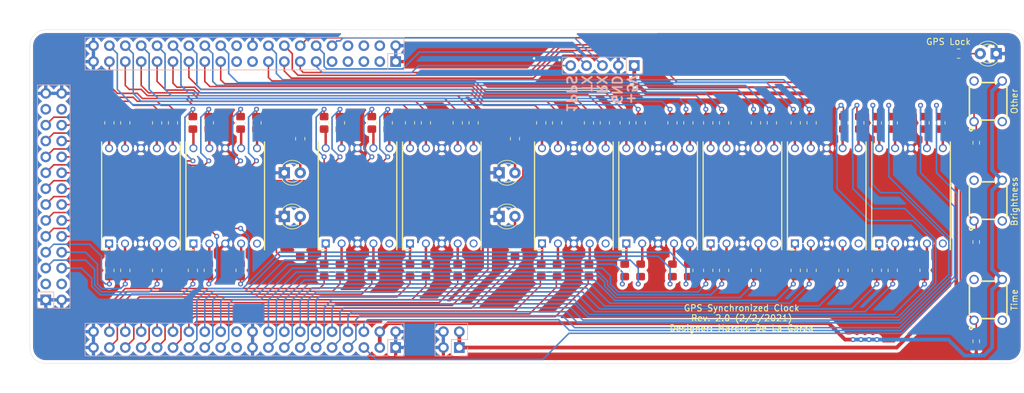
<source format=kicad_pcb>
(kicad_pcb (version 20171130) (host pcbnew "(5.1.9)-1")
  (layers (0 F.Cu signal) (31 B.Cu signal) (34 B.Paste user) (35 F.Paste user) (36 B.SilkS user) (37 F.SilkS user) (38 B.Mask user) (39 F.Mask user) (44 Edge.Cuts user))
  (net 0 "")
  (net 1 "Net-(DS1-Pad10)")
  (net 2 "Net-(DS1-Pad9)")
  (net 3 "Net-(DS1-Pad7)")
  (net 4 "Net-(DS1-Pad6)")
  (net 5 "Net-(DS1-Pad5)")
  (net 6 "Net-(DS1-Pad4)")
  (net 7 "Net-(DS1-Pad2)")
  (net 8 "Net-(DS1-Pad1)")
  (net 9 "Net-(DS2-Pad1)")
  (net 10 "Net-(DS2-Pad2)")
  (net 11 "Net-(DS2-Pad4)")
  (net 12 "Net-(DS2-Pad5)")
  (net 13 "Net-(DS2-Pad6)")
  (net 14 "Net-(DS2-Pad7)")
  (net 15 "Net-(DS2-Pad9)")
  (net 16 "Net-(DS2-Pad10)")
  (net 17 "Net-(DS3-Pad10)")
  (net 18 "Net-(DS3-Pad9)")
  (net 19 "Net-(DS3-Pad7)")
  (net 20 "Net-(DS3-Pad6)")
  (net 21 "Net-(DS3-Pad5)")
  (net 22 "Net-(DS3-Pad4)")
  (net 23 "Net-(DS3-Pad2)")
  (net 24 "Net-(DS3-Pad1)")
  (net 25 "Net-(DS4-Pad1)")
  (net 26 "Net-(DS4-Pad2)")
  (net 27 "Net-(DS4-Pad4)")
  (net 28 "Net-(DS4-Pad5)")
  (net 29 "Net-(DS4-Pad6)")
  (net 30 "Net-(DS4-Pad7)")
  (net 31 "Net-(DS4-Pad9)")
  (net 32 "Net-(DS4-Pad10)")
  (net 33 "Net-(DS5-Pad10)")
  (net 34 "Net-(DS5-Pad9)")
  (net 35 "Net-(DS5-Pad7)")
  (net 36 "Net-(DS5-Pad6)")
  (net 37 "Net-(DS5-Pad5)")
  (net 38 "Net-(DS5-Pad4)")
  (net 39 "Net-(DS5-Pad2)")
  (net 40 "Net-(DS5-Pad1)")
  (net 41 "Net-(DS6-Pad1)")
  (net 42 "Net-(DS6-Pad2)")
  (net 43 "Net-(DS6-Pad4)")
  (net 44 "Net-(DS6-Pad5)")
  (net 45 "Net-(DS6-Pad6)")
  (net 46 "Net-(DS6-Pad7)")
  (net 47 "Net-(DS6-Pad9)")
  (net 48 "Net-(DS6-Pad10)")
  (net 49 "Net-(DS7-Pad10)")
  (net 50 "Net-(DS7-Pad9)")
  (net 51 "Net-(DS7-Pad7)")
  (net 52 "Net-(DS7-Pad6)")
  (net 53 "Net-(DS7-Pad5)")
  (net 54 "Net-(DS7-Pad4)")
  (net 55 "Net-(DS7-Pad2)")
  (net 56 "Net-(DS7-Pad1)")
  (net 57 "Net-(DS8-Pad1)")
  (net 58 "Net-(DS8-Pad2)")
  (net 59 "Net-(DS8-Pad4)")
  (net 60 "Net-(DS8-Pad5)")
  (net 61 "Net-(DS8-Pad6)")
  (net 62 "Net-(DS8-Pad7)")
  (net 63 "Net-(DS8-Pad9)")
  (net 64 "Net-(DS8-Pad10)")
  (net 65 "Net-(DS9-Pad10)")
  (net 66 "Net-(DS9-Pad9)")
  (net 67 "Net-(DS9-Pad7)")
  (net 68 "Net-(DS9-Pad6)")
  (net 69 "Net-(DS9-Pad5)")
  (net 70 "Net-(DS9-Pad4)")
  (net 71 "Net-(DS9-Pad2)")
  (net 72 "Net-(DS9-Pad1)")
  (net 73 "Net-(J2-Pad3)")
  (net 74 "Net-(J2-Pad4)")
  (net 75 "Net-(J2-Pad19)")
  (net 76 "Net-(J2-Pad21)")
  (net 77 "Net-(J2-Pad22)")
  (net 78 "Net-(J3-Pad3)")
  (net 79 "Net-(J3-Pad4)")
  (net 80 "Net-(J3-Pad25)")
  (net 81 "Net-(J3-Pad26)")
  (net 82 "Net-(J4-Pad22)")
  (net 83 "Net-(J4-Pad21)")
  (net 84 "Net-(D1-Pad2)")
  (net 85 "Net-(D2-Pad2)")
  (net 86 "Net-(D3-Pad2)")
  (net 87 "Net-(D4-Pad2)")
  (net 88 IO_74)
  (net 89 IO_75)
  (net 90 IO_76)
  (net 91 IO_77)
  (net 92 IO_78)
  (net 93 IO_79)
  (net 94 IO_80)
  (net 95 IO_81)
  (net 96 IO_84)
  (net 97 IO_85)
  (net 98 IO_86)
  (net 99 IO_87)
  (net 100 IO_88)
  (net 101 IO_89)
  (net 102 IO_90)
  (net 103 IO_91)
  (net 104 IO_92)
  (net 105 IO_94)
  (net 106 IO_95)
  (net 107 IO_97)
  (net 108 IO_70)
  (net 109 IO_69)
  (net 110 IO_68)
  (net 111 IO_67)
  (net 112 IO_65)
  (net 113 IO_63)
  (net 114 IO_62)
  (net 115 IO_61)
  (net 116 IO_60)
  (net 117 IO_59)
  (net 118 IO_55)
  (net 119 IO_54)
  (net 120 IO_53)
  (net 121 IO_52)
  (net 122 IO_51)
  (net 123 IO_50)
  (net 124 IO_49)
  (net 125 IO_48)
  (net 126 IO_47)
  (net 127 IO_46)
  (net 128 IO_44)
  (net 129 IO_42)
  (net 130 IO_41)
  (net 131 IO_40)
  (net 132 IO_39)
  (net 133 IO_33)
  (net 134 IO_32)
  (net 135 IO_31)
  (net 136 IO_28)
  (net 137 IO_27)
  (net 138 IO_7)
  (net 139 IO_5)
  (net 140 IO_3)
  (net 141 IO_141)
  (net 142 IO_139)
  (net 143 IO_137)
  (net 144 IO_129)
  (net 145 IO_127)
  (net 146 IO_126)
  (net 147 IO_125)
  (net 148 IO_124)
  (net 149 IO_123)
  (net 150 IO_117)
  (net 151 IO_116)
  (net 152 IO_114)
  (net 153 IO_112)
  (net 154 IO_106)
  (net 155 IO_105)
  (net 156 IO_103)
  (net 157 IO_101)
  (net 158 IO_100)
  (net 159 IO_99)
  (net 160 IO_98)
  (net 161 IO_8)
  (net 162 IO_6)
  (net 163 IO_4)
  (net 164 IO_140)
  (net 165 IO_138)
  (net 166 IO_134)
  (net 167 IO_128)
  (net 168 GND)
  (net 169 5V)
  (net 170 3.3V)
  (net 171 "Net-(S1-Pad3)")
  (net 172 "Net-(S1-Pad2)")
  (net 173 "Net-(S2-Pad2)")
  (net 174 "Net-(S2-Pad3)")
  (net 175 "Net-(S3-Pad3)")
  (net 176 "Net-(S3-Pad2)")
  (net 177 "Net-(D5-Pad2)")
  (module Connector_PinHeader_2.54mm:PinHeader_2x14_P2.54mm_Vertical (layer B.Cu) (at 110.49 92.71)
    (fp_text reference J3 hide)
    (fp_text value Conn_02x14_Odd_Even)
    (pad 1 thru_hole rect (at 0 0) (size 1.7 1.7) (drill 1) (layers *.Cu *.Mask) (net 168 GND))
    (pad 2 thru_hole oval (at 2.54 0) (size 1.7 1.7) (drill 1) (layers *.Cu *.Mask) (net 168 GND))
    (pad 3 thru_hole oval (at 0 -2.54) (size 1.7 1.7) (drill 1) (layers *.Cu *.Mask) (net 78 "Net-(J3-Pad3)"))
    (pad 4 thru_hole oval (at 2.54 -2.54) (size 1.7 1.7) (drill 1) (layers *.Cu *.Mask) (net 79 "Net-(J3-Pad4)"))
    (pad 5 thru_hole oval (at 0 -5.08) (size 1.7 1.7) (drill 1) (layers *.Cu *.Mask) (net 88 IO_74))
    (pad 6 thru_hole oval (at 2.54 -5.08) (size 1.7 1.7) (drill 1) (layers *.Cu *.Mask) (net 89 IO_75))
    (pad 7 thru_hole oval (at 0 -7.62) (size 1.7 1.7) (drill 1) (layers *.Cu *.Mask) (net 90 IO_76))
    (pad 8 thru_hole oval (at 2.54 -7.62) (size 1.7 1.7) (drill 1) (layers *.Cu *.Mask) (net 91 IO_77))
    (pad 9 thru_hole oval (at 0 -10.16) (size 1.7 1.7) (drill 1) (layers *.Cu *.Mask) (net 92 IO_78))
    (pad 10 thru_hole oval (at 2.54 -10.16) (size 1.7 1.7) (drill 1) (layers *.Cu *.Mask) (net 93 IO_79))
    (pad 11 thru_hole oval (at 0 -12.7) (size 1.7 1.7) (drill 1) (layers *.Cu *.Mask) (net 94 IO_80))
    (pad 12 thru_hole oval (at 2.54 -12.7) (size 1.7 1.7) (drill 1) (layers *.Cu *.Mask) (net 95 IO_81))
    (pad 13 thru_hole oval (at 0 -15.24) (size 1.7 1.7) (drill 1) (layers *.Cu *.Mask) (net 96 IO_84))
    (pad 14 thru_hole oval (at 2.54 -15.24) (size 1.7 1.7) (drill 1) (layers *.Cu *.Mask) (net 97 IO_85))
    (pad 15 thru_hole oval (at 0 -17.78) (size 1.7 1.7) (drill 1) (layers *.Cu *.Mask) (net 98 IO_86))
    (pad 16 thru_hole oval (at 2.54 -17.78) (size 1.7 1.7) (drill 1) (layers *.Cu *.Mask) (net 99 IO_87))
    (pad 17 thru_hole oval (at 0 -20.32) (size 1.7 1.7) (drill 1) (layers *.Cu *.Mask) (net 100 IO_88))
    (pad 18 thru_hole oval (at 2.54 -20.32) (size 1.7 1.7) (drill 1) (layers *.Cu *.Mask) (net 101 IO_89))
    (pad 19 thru_hole oval (at 0 -22.86) (size 1.7 1.7) (drill 1) (layers *.Cu *.Mask) (net 102 IO_90))
    (pad 20 thru_hole oval (at 2.54 -22.86) (size 1.7 1.7) (drill 1) (layers *.Cu *.Mask) (net 103 IO_91))
    (pad 21 thru_hole oval (at 0 -25.4) (size 1.7 1.7) (drill 1) (layers *.Cu *.Mask) (net 104 IO_92))
    (pad 22 thru_hole oval (at 2.54 -25.4) (size 1.7 1.7) (drill 1) (layers *.Cu *.Mask) (net 105 IO_94))
    (pad 23 thru_hole oval (at 0 -27.94) (size 1.7 1.7) (drill 1) (layers *.Cu *.Mask) (net 106 IO_95))
    (pad 24 thru_hole oval (at 2.54 -27.94) (size 1.7 1.7) (drill 1) (layers *.Cu *.Mask) (net 107 IO_97))
    (pad 25 thru_hole oval (at 0 -30.48) (size 1.7 1.7) (drill 1) (layers *.Cu *.Mask) (net 80 "Net-(J3-Pad25)"))
    (pad 26 thru_hole oval (at 2.54 -30.48) (size 1.7 1.7) (drill 1) (layers *.Cu *.Mask) (net 81 "Net-(J3-Pad26)"))
    (pad 27 thru_hole oval (at 0 -33.02) (size 1.7 1.7) (drill 1) (layers *.Cu *.Mask) (net 168 GND))
    (pad 28 thru_hole oval (at 2.54 -33.02) (size 1.7 1.7) (drill 1) (layers *.Cu *.Mask) (net 168 GND))
  )
  (module Custom_Parts:0.56_CC_7_Segment_Display (layer F.Cu) (at 125.686001 76.083001)
    (fp_text reference DS1 hide)
    (fp_text value 7_Segment hide)
    (pad 10 thru_hole circle (at -5.08 -7.62 90) (size 1.275 1.275) (drill 0.85) (layers *.Cu *.Mask) (net 1 "Net-(DS1-Pad10)"))
    (pad 9 thru_hole circle (at -2.54 -7.62 90) (size 1.275 1.275) (drill 0.85) (layers *.Cu *.Mask) (net 2 "Net-(DS1-Pad9)"))
    (pad 8 thru_hole circle (at 0 -7.62 90) (size 1.275 1.275) (drill 0.85) (layers *.Cu *.Mask) (net 168 GND))
    (pad 7 thru_hole circle (at 2.54 -7.62 90) (size 1.275 1.275) (drill 0.85) (layers *.Cu *.Mask) (net 3 "Net-(DS1-Pad7)"))
    (pad 6 thru_hole circle (at 5.08 -7.62 90) (size 1.275 1.275) (drill 0.85) (layers *.Cu *.Mask) (net 4 "Net-(DS1-Pad6)"))
    (pad 5 thru_hole circle (at 5.08 7.62 90) (size 1.275 1.275) (drill 0.85) (layers *.Cu *.Mask) (net 5 "Net-(DS1-Pad5)"))
    (pad 4 thru_hole circle (at 2.54 7.62 90) (size 1.275 1.275) (drill 0.85) (layers *.Cu *.Mask) (net 6 "Net-(DS1-Pad4)"))
    (pad 3 thru_hole circle (at 0 7.62 90) (size 1.275 1.275) (drill 0.85) (layers *.Cu *.Mask) (net 168 GND))
    (pad 2 thru_hole circle (at -2.54 7.62 90) (size 1.275 1.275) (drill 0.85) (layers *.Cu *.Mask) (net 7 "Net-(DS1-Pad2)"))
    (pad 1 thru_hole rect (at -5.08 7.62 90) (size 1.275 1.275) (drill 0.85) (layers *.Cu *.Mask) (net 8 "Net-(DS1-Pad1)"))
  )
  (module Custom_Parts:0.56_CC_7_Segment_Display (layer F.Cu) (at 139.151001 76.083001)
    (fp_text reference DS2 hide)
    (fp_text value 7_Segment hide)
    (pad 1 thru_hole rect (at -5.08 7.62 90) (size 1.275 1.275) (drill 0.85) (layers *.Cu *.Mask) (net 9 "Net-(DS2-Pad1)"))
    (pad 2 thru_hole circle (at -2.54 7.62 90) (size 1.275 1.275) (drill 0.85) (layers *.Cu *.Mask) (net 10 "Net-(DS2-Pad2)"))
    (pad 3 thru_hole circle (at 0 7.62 90) (size 1.275 1.275) (drill 0.85) (layers *.Cu *.Mask) (net 168 GND))
    (pad 4 thru_hole circle (at 2.54 7.62 90) (size 1.275 1.275) (drill 0.85) (layers *.Cu *.Mask) (net 11 "Net-(DS2-Pad4)"))
    (pad 5 thru_hole circle (at 5.08 7.62 90) (size 1.275 1.275) (drill 0.85) (layers *.Cu *.Mask) (net 12 "Net-(DS2-Pad5)"))
    (pad 6 thru_hole circle (at 5.08 -7.62 90) (size 1.275 1.275) (drill 0.85) (layers *.Cu *.Mask) (net 13 "Net-(DS2-Pad6)"))
    (pad 7 thru_hole circle (at 2.54 -7.62 90) (size 1.275 1.275) (drill 0.85) (layers *.Cu *.Mask) (net 14 "Net-(DS2-Pad7)"))
    (pad 8 thru_hole circle (at 0 -7.62 90) (size 1.275 1.275) (drill 0.85) (layers *.Cu *.Mask) (net 168 GND))
    (pad 9 thru_hole circle (at -2.54 -7.62 90) (size 1.275 1.275) (drill 0.85) (layers *.Cu *.Mask) (net 15 "Net-(DS2-Pad9)"))
    (pad 10 thru_hole circle (at -5.08 -7.62 90) (size 1.275 1.275) (drill 0.85) (layers *.Cu *.Mask) (net 16 "Net-(DS2-Pad10)"))
  )
  (module Custom_Parts:0.56_CC_7_Segment_Display (layer F.Cu) (at 160.274 76.073)
    (fp_text reference DS3 hide)
    (fp_text value 7_Segment hide)
    (pad 10 thru_hole circle (at -5.08 -7.62 90) (size 1.275 1.275) (drill 0.85) (layers *.Cu *.Mask) (net 17 "Net-(DS3-Pad10)"))
    (pad 9 thru_hole circle (at -2.54 -7.62 90) (size 1.275 1.275) (drill 0.85) (layers *.Cu *.Mask) (net 18 "Net-(DS3-Pad9)"))
    (pad 8 thru_hole circle (at 0 -7.62 90) (size 1.275 1.275) (drill 0.85) (layers *.Cu *.Mask) (net 168 GND))
    (pad 7 thru_hole circle (at 2.54 -7.62 90) (size 1.275 1.275) (drill 0.85) (layers *.Cu *.Mask) (net 19 "Net-(DS3-Pad7)"))
    (pad 6 thru_hole circle (at 5.08 -7.62 90) (size 1.275 1.275) (drill 0.85) (layers *.Cu *.Mask) (net 20 "Net-(DS3-Pad6)"))
    (pad 5 thru_hole circle (at 5.08 7.62 90) (size 1.275 1.275) (drill 0.85) (layers *.Cu *.Mask) (net 21 "Net-(DS3-Pad5)"))
    (pad 4 thru_hole circle (at 2.54 7.62 90) (size 1.275 1.275) (drill 0.85) (layers *.Cu *.Mask) (net 22 "Net-(DS3-Pad4)"))
    (pad 3 thru_hole circle (at 0 7.62 90) (size 1.275 1.275) (drill 0.85) (layers *.Cu *.Mask) (net 168 GND))
    (pad 2 thru_hole circle (at -2.54 7.62 90) (size 1.275 1.275) (drill 0.85) (layers *.Cu *.Mask) (net 23 "Net-(DS3-Pad2)"))
    (pad 1 thru_hole rect (at -5.08 7.62 90) (size 1.275 1.275) (drill 0.85) (layers *.Cu *.Mask) (net 24 "Net-(DS3-Pad1)"))
  )
  (module Custom_Parts:0.56_CC_7_Segment_Display (layer F.Cu) (at 173.736 76.073)
    (fp_text reference DS4 hide)
    (fp_text value 7_Segment hide)
    (pad 1 thru_hole rect (at -5.08 7.62 90) (size 1.275 1.275) (drill 0.85) (layers *.Cu *.Mask) (net 25 "Net-(DS4-Pad1)"))
    (pad 2 thru_hole circle (at -2.54 7.62 90) (size 1.275 1.275) (drill 0.85) (layers *.Cu *.Mask) (net 26 "Net-(DS4-Pad2)"))
    (pad 3 thru_hole circle (at 0 7.62 90) (size 1.275 1.275) (drill 0.85) (layers *.Cu *.Mask) (net 168 GND))
    (pad 4 thru_hole circle (at 2.54 7.62 90) (size 1.275 1.275) (drill 0.85) (layers *.Cu *.Mask) (net 27 "Net-(DS4-Pad4)"))
    (pad 5 thru_hole circle (at 5.08 7.62 90) (size 1.275 1.275) (drill 0.85) (layers *.Cu *.Mask) (net 28 "Net-(DS4-Pad5)"))
    (pad 6 thru_hole circle (at 5.08 -7.62 90) (size 1.275 1.275) (drill 0.85) (layers *.Cu *.Mask) (net 29 "Net-(DS4-Pad6)"))
    (pad 7 thru_hole circle (at 2.54 -7.62 90) (size 1.275 1.275) (drill 0.85) (layers *.Cu *.Mask) (net 30 "Net-(DS4-Pad7)"))
    (pad 8 thru_hole circle (at 0 -7.62 90) (size 1.275 1.275) (drill 0.85) (layers *.Cu *.Mask) (net 168 GND))
    (pad 9 thru_hole circle (at -2.54 -7.62 90) (size 1.275 1.275) (drill 0.85) (layers *.Cu *.Mask) (net 31 "Net-(DS4-Pad9)"))
    (pad 10 thru_hole circle (at -5.08 -7.62 90) (size 1.275 1.275) (drill 0.85) (layers *.Cu *.Mask) (net 32 "Net-(DS4-Pad10)"))
  )
  (module Custom_Parts:0.56_CC_7_Segment_Display (layer F.Cu) (at 194.818 76.073)
    (fp_text reference DS5 hide)
    (fp_text value 7_Segment hide)
    (pad 10 thru_hole circle (at -5.08 -7.62 90) (size 1.275 1.275) (drill 0.85) (layers *.Cu *.Mask) (net 33 "Net-(DS5-Pad10)"))
    (pad 9 thru_hole circle (at -2.54 -7.62 90) (size 1.275 1.275) (drill 0.85) (layers *.Cu *.Mask) (net 34 "Net-(DS5-Pad9)"))
    (pad 8 thru_hole circle (at 0 -7.62 90) (size 1.275 1.275) (drill 0.85) (layers *.Cu *.Mask) (net 168 GND))
    (pad 7 thru_hole circle (at 2.54 -7.62 90) (size 1.275 1.275) (drill 0.85) (layers *.Cu *.Mask) (net 35 "Net-(DS5-Pad7)"))
    (pad 6 thru_hole circle (at 5.08 -7.62 90) (size 1.275 1.275) (drill 0.85) (layers *.Cu *.Mask) (net 36 "Net-(DS5-Pad6)"))
    (pad 5 thru_hole circle (at 5.08 7.62 90) (size 1.275 1.275) (drill 0.85) (layers *.Cu *.Mask) (net 37 "Net-(DS5-Pad5)"))
    (pad 4 thru_hole circle (at 2.54 7.62 90) (size 1.275 1.275) (drill 0.85) (layers *.Cu *.Mask) (net 38 "Net-(DS5-Pad4)"))
    (pad 3 thru_hole circle (at 0 7.62 90) (size 1.275 1.275) (drill 0.85) (layers *.Cu *.Mask) (net 168 GND))
    (pad 2 thru_hole circle (at -2.54 7.62 90) (size 1.275 1.275) (drill 0.85) (layers *.Cu *.Mask) (net 39 "Net-(DS5-Pad2)"))
    (pad 1 thru_hole rect (at -5.08 7.62 90) (size 1.275 1.275) (drill 0.85) (layers *.Cu *.Mask) (net 40 "Net-(DS5-Pad1)"))
  )
  (module Custom_Parts:0.56_CC_7_Segment_Display (layer F.Cu) (at 208.28 76.073)
    (fp_text reference DS6 hide)
    (fp_text value 7_Segment hide)
    (pad 1 thru_hole rect (at -5.08 7.62 90) (size 1.275 1.275) (drill 0.85) (layers *.Cu *.Mask) (net 41 "Net-(DS6-Pad1)"))
    (pad 2 thru_hole circle (at -2.54 7.62 90) (size 1.275 1.275) (drill 0.85) (layers *.Cu *.Mask) (net 42 "Net-(DS6-Pad2)"))
    (pad 3 thru_hole circle (at 0 7.62 90) (size 1.275 1.275) (drill 0.85) (layers *.Cu *.Mask) (net 168 GND))
    (pad 4 thru_hole circle (at 2.54 7.62 90) (size 1.275 1.275) (drill 0.85) (layers *.Cu *.Mask) (net 43 "Net-(DS6-Pad4)"))
    (pad 5 thru_hole circle (at 5.08 7.62 90) (size 1.275 1.275) (drill 0.85) (layers *.Cu *.Mask) (net 44 "Net-(DS6-Pad5)"))
    (pad 6 thru_hole circle (at 5.08 -7.62 90) (size 1.275 1.275) (drill 0.85) (layers *.Cu *.Mask) (net 45 "Net-(DS6-Pad6)"))
    (pad 7 thru_hole circle (at 2.54 -7.62 90) (size 1.275 1.275) (drill 0.85) (layers *.Cu *.Mask) (net 46 "Net-(DS6-Pad7)"))
    (pad 8 thru_hole circle (at 0 -7.62 90) (size 1.275 1.275) (drill 0.85) (layers *.Cu *.Mask) (net 168 GND))
    (pad 9 thru_hole circle (at -2.54 -7.62 90) (size 1.275 1.275) (drill 0.85) (layers *.Cu *.Mask) (net 47 "Net-(DS6-Pad9)"))
    (pad 10 thru_hole circle (at -5.08 -7.62 90) (size 1.275 1.275) (drill 0.85) (layers *.Cu *.Mask) (net 48 "Net-(DS6-Pad10)"))
  )
  (module Custom_Parts:0.56_CC_7_Segment_Display (layer F.Cu) (at 221.742 76.073)
    (fp_text reference DS7 hide)
    (fp_text value 7_Segment hide)
    (pad 10 thru_hole circle (at -5.08 -7.62 90) (size 1.275 1.275) (drill 0.85) (layers *.Cu *.Mask) (net 49 "Net-(DS7-Pad10)"))
    (pad 9 thru_hole circle (at -2.54 -7.62 90) (size 1.275 1.275) (drill 0.85) (layers *.Cu *.Mask) (net 50 "Net-(DS7-Pad9)"))
    (pad 8 thru_hole circle (at 0 -7.62 90) (size 1.275 1.275) (drill 0.85) (layers *.Cu *.Mask) (net 168 GND))
    (pad 7 thru_hole circle (at 2.54 -7.62 90) (size 1.275 1.275) (drill 0.85) (layers *.Cu *.Mask) (net 51 "Net-(DS7-Pad7)"))
    (pad 6 thru_hole circle (at 5.08 -7.62 90) (size 1.275 1.275) (drill 0.85) (layers *.Cu *.Mask) (net 52 "Net-(DS7-Pad6)"))
    (pad 5 thru_hole circle (at 5.08 7.62 90) (size 1.275 1.275) (drill 0.85) (layers *.Cu *.Mask) (net 53 "Net-(DS7-Pad5)"))
    (pad 4 thru_hole circle (at 2.54 7.62 90) (size 1.275 1.275) (drill 0.85) (layers *.Cu *.Mask) (net 54 "Net-(DS7-Pad4)"))
    (pad 3 thru_hole circle (at 0 7.62 90) (size 1.275 1.275) (drill 0.85) (layers *.Cu *.Mask) (net 168 GND))
    (pad 2 thru_hole circle (at -2.54 7.62 90) (size 1.275 1.275) (drill 0.85) (layers *.Cu *.Mask) (net 55 "Net-(DS7-Pad2)"))
    (pad 1 thru_hole rect (at -5.08 7.62 90) (size 1.275 1.275) (drill 0.85) (layers *.Cu *.Mask) (net 56 "Net-(DS7-Pad1)"))
  )
  (module Custom_Parts:0.56_CC_7_Segment_Display (layer F.Cu) (at 235.204 76.073)
    (fp_text reference DS8 hide)
    (fp_text value 7_Segment hide)
    (pad 1 thru_hole rect (at -5.08 7.62 90) (size 1.275 1.275) (drill 0.85) (layers *.Cu *.Mask) (net 57 "Net-(DS8-Pad1)"))
    (pad 2 thru_hole circle (at -2.54 7.62 90) (size 1.275 1.275) (drill 0.85) (layers *.Cu *.Mask) (net 58 "Net-(DS8-Pad2)"))
    (pad 3 thru_hole circle (at 0 7.62 90) (size 1.275 1.275) (drill 0.85) (layers *.Cu *.Mask) (net 168 GND))
    (pad 4 thru_hole circle (at 2.54 7.62 90) (size 1.275 1.275) (drill 0.85) (layers *.Cu *.Mask) (net 59 "Net-(DS8-Pad4)"))
    (pad 5 thru_hole circle (at 5.08 7.62 90) (size 1.275 1.275) (drill 0.85) (layers *.Cu *.Mask) (net 60 "Net-(DS8-Pad5)"))
    (pad 6 thru_hole circle (at 5.08 -7.62 90) (size 1.275 1.275) (drill 0.85) (layers *.Cu *.Mask) (net 61 "Net-(DS8-Pad6)"))
    (pad 7 thru_hole circle (at 2.54 -7.62 90) (size 1.275 1.275) (drill 0.85) (layers *.Cu *.Mask) (net 62 "Net-(DS8-Pad7)"))
    (pad 8 thru_hole circle (at 0 -7.62 90) (size 1.275 1.275) (drill 0.85) (layers *.Cu *.Mask) (net 168 GND))
    (pad 9 thru_hole circle (at -2.54 -7.62 90) (size 1.275 1.275) (drill 0.85) (layers *.Cu *.Mask) (net 63 "Net-(DS8-Pad9)"))
    (pad 10 thru_hole circle (at -5.08 -7.62 90) (size 1.275 1.275) (drill 0.85) (layers *.Cu *.Mask) (net 64 "Net-(DS8-Pad10)"))
  )
  (module Custom_Parts:0.56_CC_7_Segment_Display (layer F.Cu) (at 248.666 76.073)
    (fp_text reference DS9 hide)
    (fp_text value 7_Segment hide)
    (pad 10 thru_hole circle (at -5.08 -7.62 90) (size 1.275 1.275) (drill 0.85) (layers *.Cu *.Mask) (net 65 "Net-(DS9-Pad10)"))
    (pad 9 thru_hole circle (at -2.54 -7.62 90) (size 1.275 1.275) (drill 0.85) (layers *.Cu *.Mask) (net 66 "Net-(DS9-Pad9)"))
    (pad 8 thru_hole circle (at 0 -7.62 90) (size 1.275 1.275) (drill 0.85) (layers *.Cu *.Mask) (net 168 GND))
    (pad 7 thru_hole circle (at 2.54 -7.62 90) (size 1.275 1.275) (drill 0.85) (layers *.Cu *.Mask) (net 67 "Net-(DS9-Pad7)"))
    (pad 6 thru_hole circle (at 5.08 -7.62 90) (size 1.275 1.275) (drill 0.85) (layers *.Cu *.Mask) (net 68 "Net-(DS9-Pad6)"))
    (pad 5 thru_hole circle (at 5.08 7.62 90) (size 1.275 1.275) (drill 0.85) (layers *.Cu *.Mask) (net 69 "Net-(DS9-Pad5)"))
    (pad 4 thru_hole circle (at 2.54 7.62 90) (size 1.275 1.275) (drill 0.85) (layers *.Cu *.Mask) (net 70 "Net-(DS9-Pad4)"))
    (pad 3 thru_hole circle (at 0 7.62 90) (size 1.275 1.275) (drill 0.85) (layers *.Cu *.Mask) (net 168 GND))
    (pad 2 thru_hole circle (at -2.54 7.62 90) (size 1.275 1.275) (drill 0.85) (layers *.Cu *.Mask) (net 71 "Net-(DS9-Pad2)"))
    (pad 1 thru_hole rect (at -5.08 7.62 90) (size 1.275 1.275) (drill 0.85) (layers *.Cu *.Mask) (net 72 "Net-(DS9-Pad1)"))
  )
  (module Connector_PinHeader_2.54mm:PinHeader_2x02_P2.54mm_Vertical (layer B.Cu) (at 176.53 100.33 90)
    (fp_text reference J1 hide)
    (fp_text value Conn_02x02_Odd_Even)
    (pad 1 thru_hole rect (at 0 0 90) (size 1.7 1.7) (drill 1) (layers *.Cu *.Mask) (net 169 5V))
    (pad 2 thru_hole oval (at 2.54 0 90) (size 1.7 1.7) (drill 1) (layers *.Cu *.Mask) (net 169 5V))
    (pad 3 thru_hole oval (at 0 -2.54 90) (size 1.7 1.7) (drill 1) (layers *.Cu *.Mask) (net 168 GND))
    (pad 4 thru_hole oval (at 2.54 -2.54 90) (size 1.7 1.7) (drill 1) (layers *.Cu *.Mask) (net 168 GND))
  )
  (module Connector_PinHeader_2.54mm:PinHeader_2x20_P2.54mm_Vertical (layer B.Cu) (at 166.37 54.61 90)
    (fp_text reference J2 hide)
    (fp_text value Conn_02x20_Odd_Even)
    (pad 1 thru_hole rect (at 0 0 90) (size 1.7 1.7) (drill 1) (layers *.Cu *.Mask) (net 168 GND))
    (pad 2 thru_hole oval (at 2.54 0 90) (size 1.7 1.7) (drill 1) (layers *.Cu *.Mask) (net 168 GND))
    (pad 3 thru_hole oval (at 0 -2.54 90) (size 1.7 1.7) (drill 1) (layers *.Cu *.Mask) (net 73 "Net-(J2-Pad3)"))
    (pad 4 thru_hole oval (at 2.54 -2.54 90) (size 1.7 1.7) (drill 1) (layers *.Cu *.Mask) (net 74 "Net-(J2-Pad4)"))
    (pad 5 thru_hole oval (at 0 -5.08 90) (size 1.7 1.7) (drill 1) (layers *.Cu *.Mask) (net 138 IO_7))
    (pad 6 thru_hole oval (at 2.54 -5.08 90) (size 1.7 1.7) (drill 1) (layers *.Cu *.Mask) (net 161 IO_8))
    (pad 7 thru_hole oval (at 0 -7.62 90) (size 1.7 1.7) (drill 1) (layers *.Cu *.Mask) (net 139 IO_5))
    (pad 8 thru_hole oval (at 2.54 -7.62 90) (size 1.7 1.7) (drill 1) (layers *.Cu *.Mask) (net 162 IO_6))
    (pad 9 thru_hole oval (at 0 -10.16 90) (size 1.7 1.7) (drill 1) (layers *.Cu *.Mask) (net 140 IO_3))
    (pad 10 thru_hole oval (at 2.54 -10.16 90) (size 1.7 1.7) (drill 1) (layers *.Cu *.Mask) (net 163 IO_4))
    (pad 11 thru_hole oval (at 0 -12.7 90) (size 1.7 1.7) (drill 1) (layers *.Cu *.Mask) (net 141 IO_141))
    (pad 12 thru_hole oval (at 2.54 -12.7 90) (size 1.7 1.7) (drill 1) (layers *.Cu *.Mask) (net 164 IO_140))
    (pad 13 thru_hole oval (at 0 -15.24 90) (size 1.7 1.7) (drill 1) (layers *.Cu *.Mask) (net 142 IO_139))
    (pad 14 thru_hole oval (at 2.54 -15.24 90) (size 1.7 1.7) (drill 1) (layers *.Cu *.Mask) (net 165 IO_138))
    (pad 15 thru_hole oval (at 0 -17.78 90) (size 1.7 1.7) (drill 1) (layers *.Cu *.Mask) (net 143 IO_137))
    (pad 16 thru_hole oval (at 2.54 -17.78 90) (size 1.7 1.7) (drill 1) (layers *.Cu *.Mask) (net 166 IO_134))
    (pad 17 thru_hole oval (at 0 -20.32 90) (size 1.7 1.7) (drill 1) (layers *.Cu *.Mask) (net 144 IO_129))
    (pad 18 thru_hole oval (at 2.54 -20.32 90) (size 1.7 1.7) (drill 1) (layers *.Cu *.Mask) (net 167 IO_128))
    (pad 19 thru_hole oval (at 0 -22.86 90) (size 1.7 1.7) (drill 1) (layers *.Cu *.Mask) (net 75 "Net-(J2-Pad19)"))
    (pad 20 thru_hole oval (at 2.54 -22.86 90) (size 1.7 1.7) (drill 1) (layers *.Cu *.Mask) (net 168 GND))
    (pad 21 thru_hole oval (at 0 -25.4 90) (size 1.7 1.7) (drill 1) (layers *.Cu *.Mask) (net 76 "Net-(J2-Pad21)"))
    (pad 22 thru_hole oval (at 2.54 -25.4 90) (size 1.7 1.7) (drill 1) (layers *.Cu *.Mask) (net 77 "Net-(J2-Pad22)"))
    (pad 23 thru_hole oval (at 0 -27.94 90) (size 1.7 1.7) (drill 1) (layers *.Cu *.Mask) (net 145 IO_127))
    (pad 24 thru_hole oval (at 2.54 -27.94 90) (size 1.7 1.7) (drill 1) (layers *.Cu *.Mask) (net 146 IO_126))
    (pad 25 thru_hole oval (at 0 -30.48 90) (size 1.7 1.7) (drill 1) (layers *.Cu *.Mask) (net 147 IO_125))
    (pad 26 thru_hole oval (at 2.54 -30.48 90) (size 1.7 1.7) (drill 1) (layers *.Cu *.Mask) (net 148 IO_124))
    (pad 27 thru_hole oval (at 0 -33.02 90) (size 1.7 1.7) (drill 1) (layers *.Cu *.Mask) (net 149 IO_123))
    (pad 28 thru_hole oval (at 2.54 -33.02 90) (size 1.7 1.7) (drill 1) (layers *.Cu *.Mask) (net 150 IO_117))
    (pad 29 thru_hole oval (at 0 -35.56 90) (size 1.7 1.7) (drill 1) (layers *.Cu *.Mask) (net 151 IO_116))
    (pad 30 thru_hole oval (at 2.54 -35.56 90) (size 1.7 1.7) (drill 1) (layers *.Cu *.Mask) (net 152 IO_114))
    (pad 31 thru_hole oval (at 0 -38.1 90) (size 1.7 1.7) (drill 1) (layers *.Cu *.Mask) (net 153 IO_112))
    (pad 32 thru_hole oval (at 2.54 -38.1 90) (size 1.7 1.7) (drill 1) (layers *.Cu *.Mask) (net 154 IO_106))
    (pad 33 thru_hole oval (at 0 -40.64 90) (size 1.7 1.7) (drill 1) (layers *.Cu *.Mask) (net 155 IO_105))
    (pad 34 thru_hole oval (at 2.54 -40.64 90) (size 1.7 1.7) (drill 1) (layers *.Cu *.Mask) (net 156 IO_103))
    (pad 35 thru_hole oval (at 0 -43.18 90) (size 1.7 1.7) (drill 1) (layers *.Cu *.Mask) (net 157 IO_101))
    (pad 36 thru_hole oval (at 2.54 -43.18 90) (size 1.7 1.7) (drill 1) (layers *.Cu *.Mask) (net 158 IO_100))
    (pad 37 thru_hole oval (at 0 -45.72 90) (size 1.7 1.7) (drill 1) (layers *.Cu *.Mask) (net 159 IO_99))
    (pad 38 thru_hole oval (at 2.54 -45.72 90) (size 1.7 1.7) (drill 1) (layers *.Cu *.Mask) (net 160 IO_98))
    (pad 39 thru_hole oval (at 0 -48.26 90) (size 1.7 1.7) (drill 1) (layers *.Cu *.Mask) (net 168 GND))
    (pad 40 thru_hole oval (at 2.54 -48.26 90) (size 1.7 1.7) (drill 1) (layers *.Cu *.Mask) (net 168 GND))
  )
  (module Connector_PinHeader_2.54mm:PinHeader_2x20_P2.54mm_Vertical (layer B.Cu) (at 166.37 100.33 90)
    (fp_text reference J4 hide)
    (fp_text value Conn_02x20_Odd_Even)
    (pad 40 thru_hole oval (at 2.54 -48.26 90) (size 1.7 1.7) (drill 1) (layers *.Cu *.Mask) (net 168 GND))
    (pad 39 thru_hole oval (at 0 -48.26 90) (size 1.7 1.7) (drill 1) (layers *.Cu *.Mask) (net 168 GND))
    (pad 38 thru_hole oval (at 2.54 -45.72 90) (size 1.7 1.7) (drill 1) (layers *.Cu *.Mask) (net 108 IO_70))
    (pad 37 thru_hole oval (at 0 -45.72 90) (size 1.7 1.7) (drill 1) (layers *.Cu *.Mask) (net 109 IO_69))
    (pad 36 thru_hole oval (at 2.54 -43.18 90) (size 1.7 1.7) (drill 1) (layers *.Cu *.Mask) (net 110 IO_68))
    (pad 35 thru_hole oval (at 0 -43.18 90) (size 1.7 1.7) (drill 1) (layers *.Cu *.Mask) (net 111 IO_67))
    (pad 34 thru_hole oval (at 2.54 -40.64 90) (size 1.7 1.7) (drill 1) (layers *.Cu *.Mask) (net 112 IO_65))
    (pad 33 thru_hole oval (at 0 -40.64 90) (size 1.7 1.7) (drill 1) (layers *.Cu *.Mask) (net 113 IO_63))
    (pad 32 thru_hole oval (at 2.54 -38.1 90) (size 1.7 1.7) (drill 1) (layers *.Cu *.Mask) (net 114 IO_62))
    (pad 31 thru_hole oval (at 0 -38.1 90) (size 1.7 1.7) (drill 1) (layers *.Cu *.Mask) (net 115 IO_61))
    (pad 30 thru_hole oval (at 2.54 -35.56 90) (size 1.7 1.7) (drill 1) (layers *.Cu *.Mask) (net 116 IO_60))
    (pad 29 thru_hole oval (at 0 -35.56 90) (size 1.7 1.7) (drill 1) (layers *.Cu *.Mask) (net 117 IO_59))
    (pad 28 thru_hole oval (at 2.54 -33.02 90) (size 1.7 1.7) (drill 1) (layers *.Cu *.Mask) (net 118 IO_55))
    (pad 27 thru_hole oval (at 0 -33.02 90) (size 1.7 1.7) (drill 1) (layers *.Cu *.Mask) (net 119 IO_54))
    (pad 26 thru_hole oval (at 2.54 -30.48 90) (size 1.7 1.7) (drill 1) (layers *.Cu *.Mask) (net 120 IO_53))
    (pad 25 thru_hole oval (at 0 -30.48 90) (size 1.7 1.7) (drill 1) (layers *.Cu *.Mask) (net 121 IO_52))
    (pad 24 thru_hole oval (at 2.54 -27.94 90) (size 1.7 1.7) (drill 1) (layers *.Cu *.Mask) (net 122 IO_51))
    (pad 23 thru_hole oval (at 0 -27.94 90) (size 1.7 1.7) (drill 1) (layers *.Cu *.Mask) (net 123 IO_50))
    (pad 22 thru_hole oval (at 2.54 -25.4 90) (size 1.7 1.7) (drill 1) (layers *.Cu *.Mask) (net 82 "Net-(J4-Pad22)"))
    (pad 21 thru_hole oval (at 0 -25.4 90) (size 1.7 1.7) (drill 1) (layers *.Cu *.Mask) (net 83 "Net-(J4-Pad21)"))
    (pad 20 thru_hole oval (at 2.54 -22.86 90) (size 1.7 1.7) (drill 1) (layers *.Cu *.Mask) (net 168 GND))
    (pad 19 thru_hole oval (at 0 -22.86 90) (size 1.7 1.7) (drill 1) (layers *.Cu *.Mask) (net 168 GND))
    (pad 18 thru_hole oval (at 2.54 -20.32 90) (size 1.7 1.7) (drill 1) (layers *.Cu *.Mask) (net 124 IO_49))
    (pad 17 thru_hole oval (at 0 -20.32 90) (size 1.7 1.7) (drill 1) (layers *.Cu *.Mask) (net 125 IO_48))
    (pad 16 thru_hole oval (at 2.54 -17.78 90) (size 1.7 1.7) (drill 1) (layers *.Cu *.Mask) (net 126 IO_47))
    (pad 15 thru_hole oval (at 0 -17.78 90) (size 1.7 1.7) (drill 1) (layers *.Cu *.Mask) (net 127 IO_46))
    (pad 14 thru_hole oval (at 2.54 -15.24 90) (size 1.7 1.7) (drill 1) (layers *.Cu *.Mask) (net 128 IO_44))
    (pad 13 thru_hole oval (at 0 -15.24 90) (size 1.7 1.7) (drill 1) (layers *.Cu *.Mask) (net 129 IO_42))
    (pad 12 thru_hole oval (at 2.54 -12.7 90) (size 1.7 1.7) (drill 1) (layers *.Cu *.Mask) (net 130 IO_41))
    (pad 11 thru_hole oval (at 0 -12.7 90) (size 1.7 1.7) (drill 1) (layers *.Cu *.Mask) (net 131 IO_40))
    (pad 10 thru_hole oval (at 2.54 -10.16 90) (size 1.7 1.7) (drill 1) (layers *.Cu *.Mask) (net 132 IO_39))
    (pad 9 thru_hole oval (at 0 -10.16 90) (size 1.7 1.7) (drill 1) (layers *.Cu *.Mask) (net 133 IO_33))
    (pad 8 thru_hole oval (at 2.54 -7.62 90) (size 1.7 1.7) (drill 1) (layers *.Cu *.Mask) (net 134 IO_32))
    (pad 7 thru_hole oval (at 0 -7.62 90) (size 1.7 1.7) (drill 1) (layers *.Cu *.Mask) (net 135 IO_31))
    (pad 6 thru_hole oval (at 2.54 -5.08 90) (size 1.7 1.7) (drill 1) (layers *.Cu *.Mask) (net 136 IO_28))
    (pad 5 thru_hole oval (at 0 -5.08 90) (size 1.7 1.7) (drill 1) (layers *.Cu *.Mask) (net 137 IO_27))
    (pad 4 thru_hole oval (at 2.54 -2.54 90) (size 1.7 1.7) (drill 1) (layers *.Cu *.Mask) (net 170 3.3V))
    (pad 3 thru_hole oval (at 0 -2.54 90) (size 1.7 1.7) (drill 1) (layers *.Cu *.Mask) (net 170 3.3V))
    (pad 2 thru_hole oval (at 2.54 0 90) (size 1.7 1.7) (drill 1) (layers *.Cu *.Mask) (net 168 GND))
    (pad 1 thru_hole rect (at 0 0 90) (size 1.7 1.7) (drill 1) (layers *.Cu *.Mask) (net 168 GND))
  )
  (module LED_THT:LED_D3.0mm (layer F.Cu) (at 148.59 72.39)
    (fp_text reference D1 hide)
    (fp_text value LED hide)
    (pad 2 thru_hole circle (at 2.54 0) (size 1.8 1.8) (drill 0.9) (layers *.Cu *.Mask) (net 84 "Net-(D1-Pad2)"))
    (pad 1 thru_hole rect (at 0 0) (size 1.8 1.8) (drill 0.9) (layers *.Cu *.Mask) (net 168 GND))
  )
  (module LED_THT:LED_D3.0mm (layer F.Cu) (at 148.59 79.375)
    (fp_text reference D2 hide)
    (fp_text value LED hide)
    (pad 1 thru_hole rect (at 0 0) (size 1.8 1.8) (drill 0.9) (layers *.Cu *.Mask) (net 168 GND))
    (pad 2 thru_hole circle (at 2.54 0) (size 1.8 1.8) (drill 0.9) (layers *.Cu *.Mask) (net 85 "Net-(D2-Pad2)"))
  )
  (module LED_THT:LED_D3.0mm (layer F.Cu) (at 182.88 72.39)
    (fp_text reference D3 hide)
    (fp_text value LED hide)
    (pad 2 thru_hole circle (at 2.54 0) (size 1.8 1.8) (drill 0.9) (layers *.Cu *.Mask) (net 86 "Net-(D3-Pad2)"))
    (pad 1 thru_hole rect (at 0 0) (size 1.8 1.8) (drill 0.9) (layers *.Cu *.Mask) (net 168 GND))
  )
  (module LED_THT:LED_D3.0mm (layer F.Cu) (at 182.88 79.375)
    (fp_text reference D4 hide)
    (fp_text value LED hide)
    (pad 1 thru_hole rect (at 0 0) (size 1.8 1.8) (drill 0.9) (layers *.Cu *.Mask) (net 168 GND))
    (pad 2 thru_hole circle (at 2.54 0) (size 1.8 1.8) (drill 0.9) (layers *.Cu *.Mask) (net 87 "Net-(D4-Pad2)"))
  )
  (module Resistor_SMD:R_0805_2012Metric_Pad1.20x1.40mm_HandSolder (layer F.Cu) (at 120.65 64.405 270)
    (fp_text reference R1 hide)
    (fp_text value 220 hide)
    (pad 2 smd roundrect (at 1 0 270) (size 1.2 1.4) (layers F.Cu F.Paste F.Mask) (roundrect_rratio 0.2083325) (net 1 "Net-(DS1-Pad10)"))
    (pad 1 smd roundrect (at -1 0 270) (size 1.2 1.4) (layers F.Cu F.Paste F.Mask) (roundrect_rratio 0.2083325) (net 105 IO_94))
  )
  (module Resistor_SMD:R_0805_2012Metric_Pad1.20x1.40mm_HandSolder (layer F.Cu) (at 120.65 87.995 270)
    (fp_text reference R2 hide)
    (fp_text value 220 hide)
    (pad 1 smd roundrect (at -1 0 270) (size 1.2 1.4) (layers F.Cu F.Paste F.Mask) (roundrect_rratio 0.2083325) (net 8 "Net-(DS1-Pad1)"))
    (pad 2 smd roundrect (at 1 0 270) (size 1.2 1.4) (layers F.Cu F.Paste F.Mask) (roundrect_rratio 0.2083325) (net 90 IO_76))
  )
  (module Resistor_SMD:R_0805_2012Metric_Pad1.20x1.40mm_HandSolder (layer F.Cu) (at 123.19 64.405 270)
    (fp_text reference R3 hide)
    (fp_text value 220 hide)
    (pad 1 smd roundrect (at -1 0 270) (size 1.2 1.4) (layers F.Cu F.Paste F.Mask) (roundrect_rratio 0.2083325) (net 104 IO_92))
    (pad 2 smd roundrect (at 1 0 270) (size 1.2 1.4) (layers F.Cu F.Paste F.Mask) (roundrect_rratio 0.2083325) (net 2 "Net-(DS1-Pad9)"))
  )
  (module Resistor_SMD:R_0805_2012Metric_Pad1.20x1.40mm_HandSolder (layer F.Cu) (at 123.19 87.995 270)
    (fp_text reference R4 hide)
    (fp_text value 220 hide)
    (pad 2 smd roundrect (at 1 0 270) (size 1.2 1.4) (layers F.Cu F.Paste F.Mask) (roundrect_rratio 0.2083325) (net 91 IO_77))
    (pad 1 smd roundrect (at -1 0 270) (size 1.2 1.4) (layers F.Cu F.Paste F.Mask) (roundrect_rratio 0.2083325) (net 7 "Net-(DS1-Pad2)"))
  )
  (module Resistor_SMD:R_0805_2012Metric_Pad1.20x1.40mm_HandSolder (layer F.Cu) (at 128.27 64.405 270)
    (fp_text reference R5 hide)
    (fp_text value 220 hide)
    (pad 2 smd roundrect (at 1 0 270) (size 1.2 1.4) (layers F.Cu F.Paste F.Mask) (roundrect_rratio 0.2083325) (net 3 "Net-(DS1-Pad7)"))
    (pad 1 smd roundrect (at -1 0 270) (size 1.2 1.4) (layers F.Cu F.Paste F.Mask) (roundrect_rratio 0.2083325) (net 107 IO_97))
  )
  (module Resistor_SMD:R_0805_2012Metric_Pad1.20x1.40mm_HandSolder (layer F.Cu) (at 128.27 87.995 270)
    (fp_text reference R6 hide)
    (fp_text value 220 hide)
    (pad 1 smd roundrect (at -1 0 270) (size 1.2 1.4) (layers F.Cu F.Paste F.Mask) (roundrect_rratio 0.2083325) (net 6 "Net-(DS1-Pad4)"))
    (pad 2 smd roundrect (at 1 0 270) (size 1.2 1.4) (layers F.Cu F.Paste F.Mask) (roundrect_rratio 0.2083325) (net 88 IO_74))
  )
  (module Resistor_SMD:R_0805_2012Metric_Pad1.20x1.40mm_HandSolder (layer F.Cu) (at 130.81 64.405 270)
    (fp_text reference R7 hide)
    (fp_text value 220 hide)
    (pad 1 smd roundrect (at -1 0 270) (size 1.2 1.4) (layers F.Cu F.Paste F.Mask) (roundrect_rratio 0.2083325) (net 106 IO_95))
    (pad 2 smd roundrect (at 1 0 270) (size 1.2 1.4) (layers F.Cu F.Paste F.Mask) (roundrect_rratio 0.2083325) (net 4 "Net-(DS1-Pad6)"))
  )
  (module Resistor_SMD:R_0805_2012Metric_Pad1.20x1.40mm_HandSolder (layer F.Cu) (at 133.985 64.405 270)
    (fp_text reference R8 hide)
    (fp_text value 220 hide)
    (pad 2 smd roundrect (at 1 0 270) (size 1.2 1.4) (layers F.Cu F.Paste F.Mask) (roundrect_rratio 0.2083325) (net 16 "Net-(DS2-Pad10)"))
    (pad 1 smd roundrect (at -1 0 270) (size 1.2 1.4) (layers F.Cu F.Paste F.Mask) (roundrect_rratio 0.2083325) (net 102 IO_90))
  )
  (module Resistor_SMD:R_0805_2012Metric_Pad1.20x1.40mm_HandSolder (layer F.Cu) (at 133.985 87.995 270)
    (fp_text reference R9 hide)
    (fp_text value 220 hide)
    (pad 2 smd roundrect (at 1 0 270) (size 1.2 1.4) (layers F.Cu F.Paste F.Mask) (roundrect_rratio 0.2083325) (net 89 IO_75))
    (pad 1 smd roundrect (at -1 0 270) (size 1.2 1.4) (layers F.Cu F.Paste F.Mask) (roundrect_rratio 0.2083325) (net 9 "Net-(DS2-Pad1)"))
  )
  (module Resistor_SMD:R_0805_2012Metric_Pad1.20x1.40mm_HandSolder (layer F.Cu) (at 136.525 64.405 270)
    (fp_text reference R10 hide)
    (fp_text value 220 hide)
    (pad 1 smd roundrect (at -1 0 270) (size 1.2 1.4) (layers F.Cu F.Paste F.Mask) (roundrect_rratio 0.2083325) (net 103 IO_91))
    (pad 2 smd roundrect (at 1 0 270) (size 1.2 1.4) (layers F.Cu F.Paste F.Mask) (roundrect_rratio 0.2083325) (net 15 "Net-(DS2-Pad9)"))
  )
  (module Resistor_SMD:R_0805_2012Metric_Pad1.20x1.40mm_HandSolder (layer F.Cu) (at 136.525 87.995 270)
    (fp_text reference R11 hide)
    (fp_text value 220 hide)
    (pad 1 smd roundrect (at -1 0 270) (size 1.2 1.4) (layers F.Cu F.Paste F.Mask) (roundrect_rratio 0.2083325) (net 10 "Net-(DS2-Pad2)"))
    (pad 2 smd roundrect (at 1 0 270) (size 1.2 1.4) (layers F.Cu F.Paste F.Mask) (roundrect_rratio 0.2083325) (net 93 IO_79))
  )
  (module Resistor_SMD:R_0805_2012Metric_Pad1.20x1.40mm_HandSolder (layer F.Cu) (at 141.605 64.405 270)
    (fp_text reference R12 hide)
    (fp_text value 220 hide)
    (pad 1 smd roundrect (at -1 0 270) (size 1.2 1.4) (layers F.Cu F.Paste F.Mask) (roundrect_rratio 0.2083325) (net 100 IO_88))
    (pad 2 smd roundrect (at 1 0 270) (size 1.2 1.4) (layers F.Cu F.Paste F.Mask) (roundrect_rratio 0.2083325) (net 14 "Net-(DS2-Pad7)"))
  )
  (module Resistor_SMD:R_0805_2012Metric_Pad1.20x1.40mm_HandSolder (layer F.Cu) (at 141.605 87.995 270)
    (fp_text reference R13 hide)
    (fp_text value 220 hide)
    (pad 2 smd roundrect (at 1 0 270) (size 1.2 1.4) (layers F.Cu F.Paste F.Mask) (roundrect_rratio 0.2083325) (net 92 IO_78))
    (pad 1 smd roundrect (at -1 0 270) (size 1.2 1.4) (layers F.Cu F.Paste F.Mask) (roundrect_rratio 0.2083325) (net 11 "Net-(DS2-Pad4)"))
  )
  (module Resistor_SMD:R_0805_2012Metric_Pad1.20x1.40mm_HandSolder (layer F.Cu) (at 144.145 64.405 270)
    (fp_text reference R14 hide)
    (fp_text value 220 hide)
    (pad 2 smd roundrect (at 1 0 270) (size 1.2 1.4) (layers F.Cu F.Paste F.Mask) (roundrect_rratio 0.2083325) (net 13 "Net-(DS2-Pad6)"))
    (pad 1 smd roundrect (at -1 0 270) (size 1.2 1.4) (layers F.Cu F.Paste F.Mask) (roundrect_rratio 0.2083325) (net 101 IO_89))
  )
  (module Resistor_SMD:R_0805_2012Metric_Pad1.20x1.40mm_HandSolder (layer F.Cu) (at 151.13 66.945 270)
    (fp_text reference R15 hide)
    (fp_text value 220 hide)
    (pad 1 smd roundrect (at -1 0 270) (size 1.2 1.4) (layers F.Cu F.Paste F.Mask) (roundrect_rratio 0.2083325) (net 98 IO_86))
    (pad 2 smd roundrect (at 1 0 270) (size 1.2 1.4) (layers F.Cu F.Paste F.Mask) (roundrect_rratio 0.2083325) (net 84 "Net-(D1-Pad2)"))
  )
  (module Resistor_SMD:R_0805_2012Metric_Pad1.20x1.40mm_HandSolder (layer F.Cu) (at 151.13 84.725 90)
    (fp_text reference R16 hide)
    (fp_text value 220 hide)
    (pad 2 smd roundrect (at 1 0 90) (size 1.2 1.4) (layers F.Cu F.Paste F.Mask) (roundrect_rratio 0.2083325) (net 85 "Net-(D2-Pad2)"))
    (pad 1 smd roundrect (at -1 0 90) (size 1.2 1.4) (layers F.Cu F.Paste F.Mask) (roundrect_rratio 0.2083325) (net 95 IO_81))
  )
  (module Resistor_SMD:R_0805_2012Metric_Pad1.20x1.40mm_HandSolder (layer F.Cu) (at 154.94 64.405 270)
    (fp_text reference R17 hide)
    (fp_text value 220 hide)
    (pad 2 smd roundrect (at 1 0 270) (size 1.2 1.4) (layers F.Cu F.Paste F.Mask) (roundrect_rratio 0.2083325) (net 17 "Net-(DS3-Pad10)"))
    (pad 1 smd roundrect (at -1 0 270) (size 1.2 1.4) (layers F.Cu F.Paste F.Mask) (roundrect_rratio 0.2083325) (net 99 IO_87))
  )
  (module Resistor_SMD:R_0805_2012Metric_Pad1.20x1.40mm_HandSolder (layer F.Cu) (at 154.94 87.995 270)
    (fp_text reference R18 hide)
    (fp_text value 220 hide)
    (pad 1 smd roundrect (at -1 0 270) (size 1.2 1.4) (layers F.Cu F.Paste F.Mask) (roundrect_rratio 0.2083325) (net 24 "Net-(DS3-Pad1)"))
    (pad 2 smd roundrect (at 1 0 270) (size 1.2 1.4) (layers F.Cu F.Paste F.Mask) (roundrect_rratio 0.2083325) (net 108 IO_70))
  )
  (module Resistor_SMD:R_0805_2012Metric_Pad1.20x1.40mm_HandSolder (layer F.Cu) (at 157.48 64.405 270)
    (fp_text reference R19 hide)
    (fp_text value 220 hide)
    (pad 1 smd roundrect (at -1 0 270) (size 1.2 1.4) (layers F.Cu F.Paste F.Mask) (roundrect_rratio 0.2083325) (net 96 IO_84))
    (pad 2 smd roundrect (at 1 0 270) (size 1.2 1.4) (layers F.Cu F.Paste F.Mask) (roundrect_rratio 0.2083325) (net 18 "Net-(DS3-Pad9)"))
  )
  (module Resistor_SMD:R_0805_2012Metric_Pad1.20x1.40mm_HandSolder (layer F.Cu) (at 157.48 87.995 270)
    (fp_text reference R20 hide)
    (fp_text value 220 hide)
    (pad 2 smd roundrect (at 1 0 270) (size 1.2 1.4) (layers F.Cu F.Paste F.Mask) (roundrect_rratio 0.2083325) (net 109 IO_69))
    (pad 1 smd roundrect (at -1 0 270) (size 1.2 1.4) (layers F.Cu F.Paste F.Mask) (roundrect_rratio 0.2083325) (net 23 "Net-(DS3-Pad2)"))
  )
  (module Resistor_SMD:R_0805_2012Metric_Pad1.20x1.40mm_HandSolder (layer F.Cu) (at 162.56 64.405 270)
    (fp_text reference R21 hide)
    (fp_text value 220 hide)
    (pad 2 smd roundrect (at 1 0 270) (size 1.2 1.4) (layers F.Cu F.Paste F.Mask) (roundrect_rratio 0.2083325) (net 19 "Net-(DS3-Pad7)"))
    (pad 1 smd roundrect (at -1 0 270) (size 1.2 1.4) (layers F.Cu F.Paste F.Mask) (roundrect_rratio 0.2083325) (net 97 IO_85))
  )
  (module Resistor_SMD:R_0805_2012Metric_Pad1.20x1.40mm_HandSolder (layer F.Cu) (at 162.56 87.995 270)
    (fp_text reference R22 hide)
    (fp_text value 220 hide)
    (pad 1 smd roundrect (at -1 0 270) (size 1.2 1.4) (layers F.Cu F.Paste F.Mask) (roundrect_rratio 0.2083325) (net 22 "Net-(DS3-Pad4)"))
    (pad 2 smd roundrect (at 1 0 270) (size 1.2 1.4) (layers F.Cu F.Paste F.Mask) (roundrect_rratio 0.2083325) (net 110 IO_68))
  )
  (module Resistor_SMD:R_0805_2012Metric_Pad1.20x1.40mm_HandSolder (layer F.Cu) (at 165.1 64.405 270)
    (fp_text reference R23 hide)
    (fp_text value 220 hide)
    (pad 1 smd roundrect (at -1 0 270) (size 1.2 1.4) (layers F.Cu F.Paste F.Mask) (roundrect_rratio 0.2083325) (net 94 IO_80))
    (pad 2 smd roundrect (at 1 0 270) (size 1.2 1.4) (layers F.Cu F.Paste F.Mask) (roundrect_rratio 0.2083325) (net 20 "Net-(DS3-Pad6)"))
  )
  (module Resistor_SMD:R_0805_2012Metric_Pad1.20x1.40mm_HandSolder (layer F.Cu) (at 168.656 64.405 270)
    (fp_text reference R24 hide)
    (fp_text value 220 hide)
    (pad 2 smd roundrect (at 1 0 270) (size 1.2 1.4) (layers F.Cu F.Paste F.Mask) (roundrect_rratio 0.2083325) (net 32 "Net-(DS4-Pad10)"))
    (pad 1 smd roundrect (at -1 0 270) (size 1.2 1.4) (layers F.Cu F.Paste F.Mask) (roundrect_rratio 0.2083325) (net 159 IO_99))
  )
  (module Resistor_SMD:R_0805_2012Metric_Pad1.20x1.40mm_HandSolder (layer F.Cu) (at 168.656 87.995 270)
    (fp_text reference R25 hide)
    (fp_text value 220 hide)
    (pad 2 smd roundrect (at 1 0 270) (size 1.2 1.4) (layers F.Cu F.Paste F.Mask) (roundrect_rratio 0.2083325) (net 111 IO_67))
    (pad 1 smd roundrect (at -1 0 270) (size 1.2 1.4) (layers F.Cu F.Paste F.Mask) (roundrect_rratio 0.2083325) (net 25 "Net-(DS4-Pad1)"))
  )
  (module Resistor_SMD:R_0805_2012Metric_Pad1.20x1.40mm_HandSolder (layer F.Cu) (at 171.196 64.405 270)
    (fp_text reference R26 hide)
    (fp_text value 220 hide)
    (pad 1 smd roundrect (at -1 0 270) (size 1.2 1.4) (layers F.Cu F.Paste F.Mask) (roundrect_rratio 0.2083325) (net 157 IO_101))
    (pad 2 smd roundrect (at 1 0 270) (size 1.2 1.4) (layers F.Cu F.Paste F.Mask) (roundrect_rratio 0.2083325) (net 31 "Net-(DS4-Pad9)"))
  )
  (module Resistor_SMD:R_0805_2012Metric_Pad1.20x1.40mm_HandSolder (layer F.Cu) (at 171.196 87.995 270)
    (fp_text reference R27 hide)
    (fp_text value 220 hide)
    (pad 1 smd roundrect (at -1 0 270) (size 1.2 1.4) (layers F.Cu F.Paste F.Mask) (roundrect_rratio 0.2083325) (net 26 "Net-(DS4-Pad2)"))
    (pad 2 smd roundrect (at 1 0 270) (size 1.2 1.4) (layers F.Cu F.Paste F.Mask) (roundrect_rratio 0.2083325) (net 112 IO_65))
  )
  (module Resistor_SMD:R_0805_2012Metric_Pad1.20x1.40mm_HandSolder (layer F.Cu) (at 176.276 64.405 270)
    (fp_text reference R28 hide)
    (fp_text value 220 hide)
    (pad 2 smd roundrect (at 1 0 270) (size 1.2 1.4) (layers F.Cu F.Paste F.Mask) (roundrect_rratio 0.2083325) (net 30 "Net-(DS4-Pad7)"))
    (pad 1 smd roundrect (at -1 0 270) (size 1.2 1.4) (layers F.Cu F.Paste F.Mask) (roundrect_rratio 0.2083325) (net 155 IO_105))
  )
  (module Resistor_SMD:R_0805_2012Metric_Pad1.20x1.40mm_HandSolder (layer F.Cu) (at 176.276 87.995 270)
    (fp_text reference R29 hide)
    (fp_text value 220 hide)
    (pad 2 smd roundrect (at 1 0 270) (size 1.2 1.4) (layers F.Cu F.Paste F.Mask) (roundrect_rratio 0.2083325) (net 113 IO_63))
    (pad 1 smd roundrect (at -1 0 270) (size 1.2 1.4) (layers F.Cu F.Paste F.Mask) (roundrect_rratio 0.2083325) (net 27 "Net-(DS4-Pad4)"))
  )
  (module Resistor_SMD:R_0805_2012Metric_Pad1.20x1.40mm_HandSolder (layer F.Cu) (at 178.816 64.405 270)
    (fp_text reference R30 hide)
    (fp_text value 220 hide)
    (pad 2 smd roundrect (at 1 0 270) (size 1.2 1.4) (layers F.Cu F.Paste F.Mask) (roundrect_rratio 0.2083325) (net 29 "Net-(DS4-Pad6)"))
    (pad 1 smd roundrect (at -1 0 270) (size 1.2 1.4) (layers F.Cu F.Paste F.Mask) (roundrect_rratio 0.2083325) (net 153 IO_112))
  )
  (module Resistor_SMD:R_0805_2012Metric_Pad1.20x1.40mm_HandSolder (layer F.Cu) (at 185.42 66.945 270)
    (fp_text reference R31 hide)
    (fp_text value 220 hide)
    (pad 1 smd roundrect (at -1 0 270) (size 1.2 1.4) (layers F.Cu F.Paste F.Mask) (roundrect_rratio 0.2083325) (net 114 IO_62))
    (pad 2 smd roundrect (at 1 0 270) (size 1.2 1.4) (layers F.Cu F.Paste F.Mask) (roundrect_rratio 0.2083325) (net 86 "Net-(D3-Pad2)"))
  )
  (module Resistor_SMD:R_0805_2012Metric_Pad1.20x1.40mm_HandSolder (layer F.Cu) (at 185.42 84.725 90)
    (fp_text reference R32 hide)
    (fp_text value 220 hide)
    (pad 2 smd roundrect (at 1 0 90) (size 1.2 1.4) (layers F.Cu F.Paste F.Mask) (roundrect_rratio 0.2083325) (net 87 "Net-(D4-Pad2)"))
    (pad 1 smd roundrect (at -1 0 90) (size 1.2 1.4) (layers F.Cu F.Paste F.Mask) (roundrect_rratio 0.2083325) (net 115 IO_61))
  )
  (module Resistor_SMD:R_0805_2012Metric_Pad1.20x1.40mm_HandSolder (layer F.Cu) (at 189.611 64.405 270)
    (fp_text reference R33 hide)
    (fp_text value 220 hide)
    (pad 2 smd roundrect (at 1 0 270) (size 1.2 1.4) (layers F.Cu F.Paste F.Mask) (roundrect_rratio 0.2083325) (net 33 "Net-(DS5-Pad10)"))
    (pad 1 smd roundrect (at -1 0 270) (size 1.2 1.4) (layers F.Cu F.Paste F.Mask) (roundrect_rratio 0.2083325) (net 151 IO_116))
  )
  (module Resistor_SMD:R_0805_2012Metric_Pad1.20x1.40mm_HandSolder (layer F.Cu) (at 189.611 87.995 270)
    (fp_text reference R34 hide)
    (fp_text value 220 hide)
    (pad 1 smd roundrect (at -1 0 270) (size 1.2 1.4) (layers F.Cu F.Paste F.Mask) (roundrect_rratio 0.2083325) (net 40 "Net-(DS5-Pad1)"))
    (pad 2 smd roundrect (at 1 0 270) (size 1.2 1.4) (layers F.Cu F.Paste F.Mask) (roundrect_rratio 0.2083325) (net 116 IO_60))
  )
  (module Resistor_SMD:R_0805_2012Metric_Pad1.20x1.40mm_HandSolder (layer F.Cu) (at 192.151 64.405 270)
    (fp_text reference R35 hide)
    (fp_text value 220 hide)
    (pad 1 smd roundrect (at -1 0 270) (size 1.2 1.4) (layers F.Cu F.Paste F.Mask) (roundrect_rratio 0.2083325) (net 149 IO_123))
    (pad 2 smd roundrect (at 1 0 270) (size 1.2 1.4) (layers F.Cu F.Paste F.Mask) (roundrect_rratio 0.2083325) (net 34 "Net-(DS5-Pad9)"))
  )
  (module Resistor_SMD:R_0805_2012Metric_Pad1.20x1.40mm_HandSolder (layer F.Cu) (at 192.151 87.995 270)
    (fp_text reference R36 hide)
    (fp_text value 220 hide)
    (pad 2 smd roundrect (at 1 0 270) (size 1.2 1.4) (layers F.Cu F.Paste F.Mask) (roundrect_rratio 0.2083325) (net 117 IO_59))
    (pad 1 smd roundrect (at -1 0 270) (size 1.2 1.4) (layers F.Cu F.Paste F.Mask) (roundrect_rratio 0.2083325) (net 39 "Net-(DS5-Pad2)"))
  )
  (module Resistor_SMD:R_0805_2012Metric_Pad1.20x1.40mm_HandSolder (layer F.Cu) (at 197.231 64.405 270)
    (fp_text reference R37 hide)
    (fp_text value 220 hide)
    (pad 2 smd roundrect (at 1 0 270) (size 1.2 1.4) (layers F.Cu F.Paste F.Mask) (roundrect_rratio 0.2083325) (net 35 "Net-(DS5-Pad7)"))
    (pad 1 smd roundrect (at -1 0 270) (size 1.2 1.4) (layers F.Cu F.Paste F.Mask) (roundrect_rratio 0.2083325) (net 147 IO_125))
  )
  (module Resistor_SMD:R_0805_2012Metric_Pad1.20x1.40mm_HandSolder (layer F.Cu) (at 197.231 87.995 270)
    (fp_text reference R38 hide)
    (fp_text value 220 hide)
    (pad 1 smd roundrect (at -1 0 270) (size 1.2 1.4) (layers F.Cu F.Paste F.Mask) (roundrect_rratio 0.2083325) (net 38 "Net-(DS5-Pad4)"))
    (pad 2 smd roundrect (at 1 0 270) (size 1.2 1.4) (layers F.Cu F.Paste F.Mask) (roundrect_rratio 0.2083325) (net 118 IO_55))
  )
  (module Resistor_SMD:R_0805_2012Metric_Pad1.20x1.40mm_HandSolder (layer F.Cu) (at 199.771 64.405 270)
    (fp_text reference R39 hide)
    (fp_text value 220 hide)
    (pad 1 smd roundrect (at -1 0 270) (size 1.2 1.4) (layers F.Cu F.Paste F.Mask) (roundrect_rratio 0.2083325) (net 145 IO_127))
    (pad 2 smd roundrect (at 1 0 270) (size 1.2 1.4) (layers F.Cu F.Paste F.Mask) (roundrect_rratio 0.2083325) (net 36 "Net-(DS5-Pad6)"))
  )
  (module Resistor_SMD:R_0805_2012Metric_Pad1.20x1.40mm_HandSolder (layer F.Cu) (at 202.946 64.405 270)
    (fp_text reference R40 hide)
    (fp_text value 220 hide)
    (pad 2 smd roundrect (at 1 0 270) (size 1.2 1.4) (layers F.Cu F.Paste F.Mask) (roundrect_rratio 0.2083325) (net 48 "Net-(DS6-Pad10)"))
    (pad 1 smd roundrect (at -1 0 270) (size 1.2 1.4) (layers F.Cu F.Paste F.Mask) (roundrect_rratio 0.2083325) (net 144 IO_129))
  )
  (module Resistor_SMD:R_0805_2012Metric_Pad1.20x1.40mm_HandSolder (layer F.Cu) (at 202.946 87.995 270)
    (fp_text reference R41 hide)
    (fp_text value 220 hide)
    (pad 2 smd roundrect (at 1 0 270) (size 1.2 1.4) (layers F.Cu F.Paste F.Mask) (roundrect_rratio 0.2083325) (net 122 IO_51))
    (pad 1 smd roundrect (at -1 0 270) (size 1.2 1.4) (layers F.Cu F.Paste F.Mask) (roundrect_rratio 0.2083325) (net 41 "Net-(DS6-Pad1)"))
  )
  (module Resistor_SMD:R_0805_2012Metric_Pad1.20x1.40mm_HandSolder (layer F.Cu) (at 205.486 64.405 270)
    (fp_text reference R42 hide)
    (fp_text value 220 hide)
    (pad 1 smd roundrect (at -1 0 270) (size 1.2 1.4) (layers F.Cu F.Paste F.Mask) (roundrect_rratio 0.2083325) (net 160 IO_98))
    (pad 2 smd roundrect (at 1 0 270) (size 1.2 1.4) (layers F.Cu F.Paste F.Mask) (roundrect_rratio 0.2083325) (net 47 "Net-(DS6-Pad9)"))
  )
  (module Resistor_SMD:R_0805_2012Metric_Pad1.20x1.40mm_HandSolder (layer F.Cu) (at 205.486 87.995 270)
    (fp_text reference R43 hide)
    (fp_text value 220 hide)
    (pad 1 smd roundrect (at -1 0 270) (size 1.2 1.4) (layers F.Cu F.Paste F.Mask) (roundrect_rratio 0.2083325) (net 42 "Net-(DS6-Pad2)"))
    (pad 2 smd roundrect (at 1 0 270) (size 1.2 1.4) (layers F.Cu F.Paste F.Mask) (roundrect_rratio 0.2083325) (net 121 IO_52))
  )
  (module Resistor_SMD:R_0805_2012Metric_Pad1.20x1.40mm_HandSolder (layer F.Cu) (at 210.566 64.405 270)
    (fp_text reference R44 hide)
    (fp_text value 220 hide)
    (pad 2 smd roundrect (at 1 0 270) (size 1.2 1.4) (layers F.Cu F.Paste F.Mask) (roundrect_rratio 0.2083325) (net 46 "Net-(DS6-Pad7)"))
    (pad 1 smd roundrect (at -1 0 270) (size 1.2 1.4) (layers F.Cu F.Paste F.Mask) (roundrect_rratio 0.2083325) (net 158 IO_100))
  )
  (module Resistor_SMD:R_0805_2012Metric_Pad1.20x1.40mm_HandSolder (layer F.Cu) (at 210.566 87.995 270)
    (fp_text reference R45 hide)
    (fp_text value 220 hide)
    (pad 2 smd roundrect (at 1 0 270) (size 1.2 1.4) (layers F.Cu F.Paste F.Mask) (roundrect_rratio 0.2083325) (net 120 IO_53))
    (pad 1 smd roundrect (at -1 0 270) (size 1.2 1.4) (layers F.Cu F.Paste F.Mask) (roundrect_rratio 0.2083325) (net 43 "Net-(DS6-Pad4)"))
  )
  (module Resistor_SMD:R_0805_2012Metric_Pad1.20x1.40mm_HandSolder (layer F.Cu) (at 213.106 64.405 270)
    (fp_text reference R46 hide)
    (fp_text value 220 hide)
    (pad 1 smd roundrect (at -1 0 270) (size 1.2 1.4) (layers F.Cu F.Paste F.Mask) (roundrect_rratio 0.2083325) (net 156 IO_103))
    (pad 2 smd roundrect (at 1 0 270) (size 1.2 1.4) (layers F.Cu F.Paste F.Mask) (roundrect_rratio 0.2083325) (net 45 "Net-(DS6-Pad6)"))
  )
  (module Resistor_SMD:R_0805_2012Metric_Pad1.20x1.40mm_HandSolder (layer F.Cu) (at 213.106 87.995 270)
    (fp_text reference R47 hide)
    (fp_text value 220 hide)
    (pad 2 smd roundrect (at 1 0 270) (size 1.2 1.4) (layers F.Cu F.Paste F.Mask) (roundrect_rratio 0.2083325) (net 119 IO_54))
    (pad 1 smd roundrect (at -1 0 270) (size 1.2 1.4) (layers F.Cu F.Paste F.Mask) (roundrect_rratio 0.2083325) (net 44 "Net-(DS6-Pad5)"))
  )
  (module Resistor_SMD:R_0805_2012Metric_Pad1.20x1.40mm_HandSolder (layer F.Cu) (at 216.281 64.405 270)
    (fp_text reference R48 hide)
    (fp_text value 220 hide)
    (pad 2 smd roundrect (at 1 0 270) (size 1.2 1.4) (layers F.Cu F.Paste F.Mask) (roundrect_rratio 0.2083325) (net 49 "Net-(DS7-Pad10)"))
    (pad 1 smd roundrect (at -1 0 270) (size 1.2 1.4) (layers F.Cu F.Paste F.Mask) (roundrect_rratio 0.2083325) (net 154 IO_106))
  )
  (module Resistor_SMD:R_0805_2012Metric_Pad1.20x1.40mm_HandSolder (layer F.Cu) (at 216.281 87.995 270)
    (fp_text reference R49 hide)
    (fp_text value 220 hide)
    (pad 1 smd roundrect (at -1 0 270) (size 1.2 1.4) (layers F.Cu F.Paste F.Mask) (roundrect_rratio 0.2083325) (net 56 "Net-(DS7-Pad1)"))
    (pad 2 smd roundrect (at 1 0 270) (size 1.2 1.4) (layers F.Cu F.Paste F.Mask) (roundrect_rratio 0.2083325) (net 123 IO_50))
  )
  (module Resistor_SMD:R_0805_2012Metric_Pad1.20x1.40mm_HandSolder (layer F.Cu) (at 218.821 64.405 270)
    (fp_text reference R50 hide)
    (fp_text value 220 hide)
    (pad 1 smd roundrect (at -1 0 270) (size 1.2 1.4) (layers F.Cu F.Paste F.Mask) (roundrect_rratio 0.2083325) (net 152 IO_114))
    (pad 2 smd roundrect (at 1 0 270) (size 1.2 1.4) (layers F.Cu F.Paste F.Mask) (roundrect_rratio 0.2083325) (net 50 "Net-(DS7-Pad9)"))
  )
  (module Resistor_SMD:R_0805_2012Metric_Pad1.20x1.40mm_HandSolder (layer F.Cu) (at 218.821 87.995 270)
    (fp_text reference R51 hide)
    (fp_text value 220 hide)
    (pad 2 smd roundrect (at 1 0 270) (size 1.2 1.4) (layers F.Cu F.Paste F.Mask) (roundrect_rratio 0.2083325) (net 124 IO_49))
    (pad 1 smd roundrect (at -1 0 270) (size 1.2 1.4) (layers F.Cu F.Paste F.Mask) (roundrect_rratio 0.2083325) (net 55 "Net-(DS7-Pad2)"))
  )
  (module Resistor_SMD:R_0805_2012Metric_Pad1.20x1.40mm_HandSolder (layer F.Cu) (at 223.901 64.405 270)
    (fp_text reference R52 hide)
    (fp_text value 220 hide)
    (pad 1 smd roundrect (at -1 0 270) (size 1.2 1.4) (layers F.Cu F.Paste F.Mask) (roundrect_rratio 0.2083325) (net 150 IO_117))
    (pad 2 smd roundrect (at 1 0 270) (size 1.2 1.4) (layers F.Cu F.Paste F.Mask) (roundrect_rratio 0.2083325) (net 51 "Net-(DS7-Pad7)"))
  )
  (module Resistor_SMD:R_0805_2012Metric_Pad1.20x1.40mm_HandSolder (layer F.Cu) (at 223.901 87.995 270)
    (fp_text reference R53 hide)
    (fp_text value 220 hide)
    (pad 1 smd roundrect (at -1 0 270) (size 1.2 1.4) (layers F.Cu F.Paste F.Mask) (roundrect_rratio 0.2083325) (net 54 "Net-(DS7-Pad4)"))
    (pad 2 smd roundrect (at 1 0 270) (size 1.2 1.4) (layers F.Cu F.Paste F.Mask) (roundrect_rratio 0.2083325) (net 125 IO_48))
  )
  (module Resistor_SMD:R_0805_2012Metric_Pad1.20x1.40mm_HandSolder (layer F.Cu) (at 226.441 64.405 270)
    (fp_text reference R54 hide)
    (fp_text value 220 hide)
    (pad 1 smd roundrect (at -1 0 270) (size 1.2 1.4) (layers F.Cu F.Paste F.Mask) (roundrect_rratio 0.2083325) (net 148 IO_124))
    (pad 2 smd roundrect (at 1 0 270) (size 1.2 1.4) (layers F.Cu F.Paste F.Mask) (roundrect_rratio 0.2083325) (net 52 "Net-(DS7-Pad6)"))
  )
  (module Resistor_SMD:R_0805_2012Metric_Pad1.20x1.40mm_HandSolder (layer F.Cu) (at 230.251 64.405 270)
    (fp_text reference R55 hide)
    (fp_text value 220 hide)
    (pad 2 smd roundrect (at 1 0 270) (size 1.2 1.4) (layers F.Cu F.Paste F.Mask) (roundrect_rratio 0.2083325) (net 64 "Net-(DS8-Pad10)"))
    (pad 1 smd roundrect (at -1 0 270) (size 1.2 1.4) (layers F.Cu F.Paste F.Mask) (roundrect_rratio 0.2083325) (net 146 IO_126))
  )
  (module Resistor_SMD:R_0805_2012Metric_Pad1.20x1.40mm_HandSolder (layer F.Cu) (at 230.251 87.995 270)
    (fp_text reference R56 hide)
    (fp_text value 220 hide)
    (pad 2 smd roundrect (at 1 0 270) (size 1.2 1.4) (layers F.Cu F.Paste F.Mask) (roundrect_rratio 0.2083325) (net 126 IO_47))
    (pad 1 smd roundrect (at -1 0 270) (size 1.2 1.4) (layers F.Cu F.Paste F.Mask) (roundrect_rratio 0.2083325) (net 57 "Net-(DS8-Pad1)"))
  )
  (module Resistor_SMD:R_0805_2012Metric_Pad1.20x1.40mm_HandSolder (layer F.Cu) (at 232.791 64.405 270)
    (fp_text reference R57 hide)
    (fp_text value 220 hide)
    (pad 1 smd roundrect (at -1 0 270) (size 1.2 1.4) (layers F.Cu F.Paste F.Mask) (roundrect_rratio 0.2083325) (net 167 IO_128))
    (pad 2 smd roundrect (at 1 0 270) (size 1.2 1.4) (layers F.Cu F.Paste F.Mask) (roundrect_rratio 0.2083325) (net 63 "Net-(DS8-Pad9)"))
  )
  (module Resistor_SMD:R_0805_2012Metric_Pad1.20x1.40mm_HandSolder (layer F.Cu) (at 232.791 87.995 270)
    (fp_text reference R58 hide)
    (fp_text value 220 hide)
    (pad 1 smd roundrect (at -1 0 270) (size 1.2 1.4) (layers F.Cu F.Paste F.Mask) (roundrect_rratio 0.2083325) (net 58 "Net-(DS8-Pad2)"))
    (pad 2 smd roundrect (at 1 0 270) (size 1.2 1.4) (layers F.Cu F.Paste F.Mask) (roundrect_rratio 0.2083325) (net 127 IO_46))
  )
  (module Resistor_SMD:R_0805_2012Metric_Pad1.20x1.40mm_HandSolder (layer F.Cu) (at 237.871 64.405 270)
    (fp_text reference R59 hide)
    (fp_text value 220 hide)
    (pad 1 smd roundrect (at -1 0 270) (size 1.2 1.4) (layers F.Cu F.Paste F.Mask) (roundrect_rratio 0.2083325) (net 132 IO_39))
    (pad 2 smd roundrect (at 1 0 270) (size 1.2 1.4) (layers F.Cu F.Paste F.Mask) (roundrect_rratio 0.2083325) (net 62 "Net-(DS8-Pad7)"))
  )
  (module Resistor_SMD:R_0805_2012Metric_Pad1.20x1.40mm_HandSolder (layer F.Cu) (at 237.871 87.995 270)
    (fp_text reference R60 hide)
    (fp_text value 220 hide)
    (pad 2 smd roundrect (at 1 0 270) (size 1.2 1.4) (layers F.Cu F.Paste F.Mask) (roundrect_rratio 0.2083325) (net 128 IO_44))
    (pad 1 smd roundrect (at -1 0 270) (size 1.2 1.4) (layers F.Cu F.Paste F.Mask) (roundrect_rratio 0.2083325) (net 59 "Net-(DS8-Pad4)"))
  )
  (module Resistor_SMD:R_0805_2012Metric_Pad1.20x1.40mm_HandSolder (layer F.Cu) (at 240.411 64.405 270)
    (fp_text reference R61 hide)
    (fp_text value 220 hide)
    (pad 2 smd roundrect (at 1 0 270) (size 1.2 1.4) (layers F.Cu F.Paste F.Mask) (roundrect_rratio 0.2083325) (net 61 "Net-(DS8-Pad6)"))
    (pad 1 smd roundrect (at -1 0 270) (size 1.2 1.4) (layers F.Cu F.Paste F.Mask) (roundrect_rratio 0.2083325) (net 133 IO_33))
  )
  (module Resistor_SMD:R_0805_2012Metric_Pad1.20x1.40mm_HandSolder (layer F.Cu) (at 243.205 64.405 270)
    (fp_text reference R62 hide)
    (fp_text value 220 hide)
    (pad 1 smd roundrect (at -1 0 270) (size 1.2 1.4) (layers F.Cu F.Paste F.Mask) (roundrect_rratio 0.2083325) (net 134 IO_32))
    (pad 2 smd roundrect (at 1 0 270) (size 1.2 1.4) (layers F.Cu F.Paste F.Mask) (roundrect_rratio 0.2083325) (net 65 "Net-(DS9-Pad10)"))
  )
  (module Resistor_SMD:R_0805_2012Metric_Pad1.20x1.40mm_HandSolder (layer F.Cu) (at 243.205 87.995 270)
    (fp_text reference R63 hide)
    (fp_text value 220 hide)
    (pad 1 smd roundrect (at -1 0 270) (size 1.2 1.4) (layers F.Cu F.Paste F.Mask) (roundrect_rratio 0.2083325) (net 72 "Net-(DS9-Pad1)"))
    (pad 2 smd roundrect (at 1 0 270) (size 1.2 1.4) (layers F.Cu F.Paste F.Mask) (roundrect_rratio 0.2083325) (net 129 IO_42))
  )
  (module Resistor_SMD:R_0805_2012Metric_Pad1.20x1.40mm_HandSolder (layer F.Cu) (at 245.745 64.405 270)
    (fp_text reference R64 hide)
    (fp_text value 220 hide)
    (pad 2 smd roundrect (at 1 0 270) (size 1.2 1.4) (layers F.Cu F.Paste F.Mask) (roundrect_rratio 0.2083325) (net 66 "Net-(DS9-Pad9)"))
    (pad 1 smd roundrect (at -1 0 270) (size 1.2 1.4) (layers F.Cu F.Paste F.Mask) (roundrect_rratio 0.2083325) (net 135 IO_31))
  )
  (module Resistor_SMD:R_0805_2012Metric_Pad1.20x1.40mm_HandSolder (layer F.Cu) (at 245.745 87.995 270)
    (fp_text reference R65 hide)
    (fp_text value 220 hide)
    (pad 2 smd roundrect (at 1 0 270) (size 1.2 1.4) (layers F.Cu F.Paste F.Mask) (roundrect_rratio 0.2083325) (net 130 IO_41))
    (pad 1 smd roundrect (at -1 0 270) (size 1.2 1.4) (layers F.Cu F.Paste F.Mask) (roundrect_rratio 0.2083325) (net 71 "Net-(DS9-Pad2)"))
  )
  (module Resistor_SMD:R_0805_2012Metric_Pad1.20x1.40mm_HandSolder (layer F.Cu) (at 250.825 64.405 270)
    (fp_text reference R66 hide)
    (fp_text value 220 hide)
    (pad 1 smd roundrect (at -1 0 270) (size 1.2 1.4) (layers F.Cu F.Paste F.Mask) (roundrect_rratio 0.2083325) (net 136 IO_28))
    (pad 2 smd roundrect (at 1 0 270) (size 1.2 1.4) (layers F.Cu F.Paste F.Mask) (roundrect_rratio 0.2083325) (net 67 "Net-(DS9-Pad7)"))
  )
  (module Resistor_SMD:R_0805_2012Metric_Pad1.20x1.40mm_HandSolder (layer F.Cu) (at 250.825 87.995 270)
    (fp_text reference R67 hide)
    (fp_text value 220 hide)
    (pad 1 smd roundrect (at -1 0 270) (size 1.2 1.4) (layers F.Cu F.Paste F.Mask) (roundrect_rratio 0.2083325) (net 70 "Net-(DS9-Pad4)"))
    (pad 2 smd roundrect (at 1 0 270) (size 1.2 1.4) (layers F.Cu F.Paste F.Mask) (roundrect_rratio 0.2083325) (net 131 IO_40))
  )
  (module Resistor_SMD:R_0805_2012Metric_Pad1.20x1.40mm_HandSolder (layer F.Cu) (at 253.365 64.405 270)
    (fp_text reference R68 hide)
    (fp_text value 220 hide)
    (pad 2 smd roundrect (at 1 0 270) (size 1.2 1.4) (layers F.Cu F.Paste F.Mask) (roundrect_rratio 0.2083325) (net 68 "Net-(DS9-Pad6)"))
    (pad 1 smd roundrect (at -1 0 270) (size 1.2 1.4) (layers F.Cu F.Paste F.Mask) (roundrect_rratio 0.2083325) (net 137 IO_27))
  )
  (module Connector_PinHeader_2.54mm:PinHeader_1x05_P2.54mm_Vertical (layer B.Cu) (at 204.47 55.245 90)
    (fp_text reference J5 hide)
    (fp_text value Conn_01x05)
    (pad 1 thru_hole rect (at 0 0 90) (size 1.7 1.7) (drill 1) (layers *.Cu *.Mask) (net 169 5V))
    (pad 2 thru_hole oval (at 0 -2.54 90) (size 1.7 1.7) (drill 1) (layers *.Cu *.Mask) (net 168 GND))
    (pad 3 thru_hole oval (at 0 -5.08 90) (size 1.7 1.7) (drill 1) (layers *.Cu *.Mask) (net 163 IO_4))
    (pad 4 thru_hole oval (at 0 -7.62 90) (size 1.7 1.7) (drill 1) (layers *.Cu *.Mask) (net 164 IO_140))
    (pad 5 thru_hole oval (at 0 -10.16 90) (size 1.7 1.7) (drill 1) (layers *.Cu *.Mask) (net 141 IO_141))
  )
  (module Resistor_SMD:R_0603_1608Metric_Pad0.98x0.95mm_HandSolder (layer F.Cu) (at 259.08 67.5875 270)
    (fp_text reference R69 hide)
    (fp_text value 10k hide)
    (pad 2 smd roundrect (at 0.9125 0 270) (size 0.975 0.95) (layers F.Cu F.Paste F.Mask) (net 168 GND))
    (pad 1 smd roundrect (at -0.9125 0 270) (size 0.975 0.95) (layers F.Cu F.Paste F.Mask) (net 142 IO_139))
  )
  (module Resistor_SMD:R_0603_1608Metric_Pad0.98x0.95mm_HandSolder (layer F.Cu) (at 259.08 83.4625 270)
    (fp_text reference R70 hide)
    (fp_text value 10k hide)
    (pad 1 smd roundrect (at -0.9125 0 270) (size 0.975 0.95) (layers F.Cu F.Paste F.Mask) (net 166 IO_134))
    (pad 2 smd roundrect (at 0.9125 0 270) (size 0.975 0.95) (layers F.Cu F.Paste F.Mask) (net 168 GND))
  )
  (module Resistor_SMD:R_0603_1608Metric_Pad0.98x0.95mm_HandSolder (layer F.Cu) (at 259.08 99.3375 270)
    (fp_text reference R71 hide)
    (fp_text value 10k hide)
    (pad 1 smd roundrect (at -0.9125 0 270) (size 0.975 0.95) (layers F.Cu F.Paste F.Mask) (net 143 IO_137))
    (pad 2 smd roundrect (at 0.9125 0 270) (size 0.975 0.95) (layers F.Cu F.Paste F.Mask) (net 168 GND))
  )
  (module Custom_Parts:THT_Tact_Switch (layer F.Cu) (at 260.985 60.96 90)
    (fp_text reference S1 hide)
    (fp_text value Tact_Switch hide)
    (pad 4 thru_hole circle (at 3.25 2.25 90) (size 1.5 1.5) (drill 1) (layers *.Cu *.Mask) (net 170 3.3V))
    (pad 3 thru_hole circle (at -3.25 2.25 90) (size 1.5 1.5) (drill 1) (layers *.Cu *.Mask) (net 171 "Net-(S1-Pad3)"))
    (pad 2 thru_hole circle (at 3.25 -2.25 90) (size 1.5 1.5) (drill 1) (layers *.Cu *.Mask) (net 172 "Net-(S1-Pad2)"))
    (pad 1 thru_hole circle (at -3.25 -2.25 90) (size 1.5 1.5) (drill 1) (layers *.Cu *.Mask) (net 142 IO_139))
  )
  (module Custom_Parts:THT_Tact_Switch (layer F.Cu) (at 260.985 76.835 90)
    (fp_text reference S2 hide)
    (fp_text value Tact_Switch hide)
    (pad 1 thru_hole circle (at -3.25 -2.25 90) (size 1.5 1.5) (drill 1) (layers *.Cu *.Mask) (net 166 IO_134))
    (pad 2 thru_hole circle (at 3.25 -2.25 90) (size 1.5 1.5) (drill 1) (layers *.Cu *.Mask) (net 173 "Net-(S2-Pad2)"))
    (pad 3 thru_hole circle (at -3.25 2.25 90) (size 1.5 1.5) (drill 1) (layers *.Cu *.Mask) (net 174 "Net-(S2-Pad3)"))
    (pad 4 thru_hole circle (at 3.25 2.25 90) (size 1.5 1.5) (drill 1) (layers *.Cu *.Mask) (net 170 3.3V))
  )
  (module Custom_Parts:THT_Tact_Switch (layer F.Cu) (at 260.985 92.71 90)
    (fp_text reference S3 hide)
    (fp_text value Tact_Switch hide)
    (pad 4 thru_hole circle (at 3.25 2.25 90) (size 1.5 1.5) (drill 1) (layers *.Cu *.Mask) (net 170 3.3V))
    (pad 3 thru_hole circle (at -3.25 2.25 90) (size 1.5 1.5) (drill 1) (layers *.Cu *.Mask) (net 175 "Net-(S3-Pad3)"))
    (pad 2 thru_hole circle (at 3.25 -2.25 90) (size 1.5 1.5) (drill 1) (layers *.Cu *.Mask) (net 176 "Net-(S3-Pad2)"))
    (pad 1 thru_hole circle (at -3.25 -2.25 90) (size 1.5 1.5) (drill 1) (layers *.Cu *.Mask) (net 143 IO_137))
  )
  (module LED_THT:LED_D3.0mm (layer F.Cu) (at 262.255 53.34 180)
    (fp_text reference D5 hide)
    (fp_text value LED hide)
    (pad 1 thru_hole rect (at 0 0 180) (size 1.8 1.8) (drill 0.9) (layers *.Cu *.Mask) (net 168 GND))
    (pad 2 thru_hole circle (at 2.54 0 180) (size 1.8 1.8) (drill 0.9) (layers *.Cu *.Mask) (net 177 "Net-(D5-Pad2)"))
  )
  (module Resistor_SMD:R_0805_2012Metric_Pad1.20x1.40mm_HandSolder (layer F.Cu) (at 256.27 53.34)
    (fp_text reference R72 hide)
    (fp_text value 220 hide)
    (pad 1 smd roundrect (at -1 0) (size 1.2 1.4) (layers F.Cu F.Paste F.Mask) (roundrect_rratio 0.2083325) (net 165 IO_138))
    (pad 2 smd roundrect (at 1 0) (size 1.2 1.4) (layers F.Cu F.Paste F.Mask) (roundrect_rratio 0.2083325) (net 177 "Net-(D5-Pad2)"))
  )
  (gr_text "GPS Synchronized Clock\nRev. 2.0 (2/2/2021)\nDesigner: Marcus De La Garza" (at 221.615 95.631) (layer F.SilkS) (effects (font (size 1 1))))
  (gr_text "GPS Lock" (at 254.635 51.435) (layer F.SilkS) (effects (font (size 1 1))))
  (gr_text Other (at 265.176 60.96 90) (layer F.SilkS) (effects (font (size 1 1))))
  (gr_text Brightness (at 265.176 76.962 90) (layer F.SilkS) (effects (font (size 1 1))))
  (gr_text Time (at 265.176 92.71 90) (layer F.SilkS) (effects (font (size 1 1))))
  (gr_text "+5V\nGND\nRX\nTX\n1PPS" (at 199.263 56.642 -90) (layer B.SilkS) (effects (font (size 1.5 1.5) (thickness 0.3)) (justify right mirror)))
  (gr_line (start 110.49 49.53) (end 264.16 49.53) (layer Edge.Cuts) (width 0.05))
  (gr_line (start 264.16 102.87) (end 110.49 102.87) (layer Edge.Cuts) (width 0.05))
  (gr_line (start 266.7 52.07) (end 266.7 100.33) (layer Edge.Cuts) (width 0.05))
  (gr_arc (start 264.16 52.07) (end 266.7 52.07) (angle -90) (layer Edge.Cuts) (width 0.05))
  (gr_arc (start 264.16 100.33) (end 264.16 102.87) (angle -90) (layer Edge.Cuts) (width 0.05))
  (gr_line (start 107.95 52.07) (end 107.95 100.33) (layer Edge.Cuts) (width 0.05))
  (gr_arc (start 110.49 100.33) (end 107.95 100.33) (angle -90) (layer Edge.Cuts) (width 0.05))
  (gr_arc (start 110.49 52.07) (end 110.49 49.53) (angle -90) (layer Edge.Cuts) (width 0.05))
  (segment (start 120.606001 65.448999) (end 120.65 65.405) (width 0.4) (layer F.Cu) (net 1))
  (segment (start 120.606001 68.463001) (end 120.606001 65.448999) (width 0.4) (layer F.Cu) (net 1))
  (segment (start 123.146001 65.448999) (end 123.19 65.405) (width 0.4) (layer F.Cu) (net 2))
  (segment (start 123.146001 68.463001) (end 123.146001 65.448999) (width 0.4) (layer F.Cu) (net 2))
  (segment (start 128.226001 65.448999) (end 128.27 65.405) (width 0.4) (layer F.Cu) (net 3))
  (segment (start 128.226001 68.463001) (end 128.226001 65.448999) (width 0.4) (layer F.Cu) (net 3))
  (segment (start 130.766001 65.448999) (end 130.81 65.405) (width 0.4) (layer F.Cu) (net 4))
  (segment (start 130.766001 68.463001) (end 130.766001 65.448999) (width 0.4) (layer F.Cu) (net 4))
  (segment (start 128.226001 86.951001) (end 128.27 86.995) (width 0.4) (layer F.Cu) (net 6))
  (segment (start 128.226001 83.703001) (end 128.226001 86.951001) (width 0.4) (layer F.Cu) (net 6))
  (segment (start 123.146001 86.951001) (end 123.19 86.995) (width 0.4) (layer F.Cu) (net 7))
  (segment (start 123.146001 83.703001) (end 123.146001 86.951001) (width 0.4) (layer F.Cu) (net 7))
  (segment (start 120.606001 86.951001) (end 120.65 86.995) (width 0.4) (layer F.Cu) (net 8))
  (segment (start 120.606001 83.703001) (end 120.606001 86.951001) (width 0.4) (layer F.Cu) (net 8))
  (segment (start 134.071001 86.908999) (end 133.985 86.995) (width 0.4) (layer F.Cu) (net 9))
  (segment (start 134.071001 83.703001) (end 134.071001 86.908999) (width 0.4) (layer F.Cu) (net 9))
  (segment (start 136.611001 86.908999) (end 136.525 86.995) (width 0.4) (layer F.Cu) (net 10))
  (segment (start 136.611001 83.703001) (end 136.611001 86.908999) (width 0.4) (layer F.Cu) (net 10))
  (segment (start 141.691001 86.908999) (end 141.605 86.995) (width 0.4) (layer F.Cu) (net 11))
  (segment (start 141.691001 83.703001) (end 141.691001 86.908999) (width 0.4) (layer F.Cu) (net 11))
  (segment (start 144.231001 65.491001) (end 144.145 65.405) (width 0.4) (layer F.Cu) (net 13))
  (segment (start 144.231001 68.463001) (end 144.231001 65.491001) (width 0.4) (layer F.Cu) (net 13))
  (segment (start 141.691001 65.491001) (end 141.605 65.405) (width 0.4) (layer F.Cu) (net 14))
  (segment (start 141.691001 68.463001) (end 141.691001 65.491001) (width 0.4) (layer F.Cu) (net 14))
  (segment (start 136.611001 65.491001) (end 136.525 65.405) (width 0.4) (layer F.Cu) (net 15))
  (segment (start 136.611001 68.463001) (end 136.611001 65.491001) (width 0.4) (layer F.Cu) (net 15))
  (segment (start 134.071001 65.491001) (end 133.985 65.405) (width 0.4) (layer F.Cu) (net 16))
  (segment (start 134.071001 68.463001) (end 134.071001 65.491001) (width 0.4) (layer F.Cu) (net 16))
  (segment (start 155.194 65.659) (end 154.94 65.405) (width 0.4) (layer F.Cu) (net 17))
  (segment (start 155.194 68.453) (end 155.194 65.659) (width 0.4) (layer F.Cu) (net 17))
  (segment (start 157.734 65.659) (end 157.48 65.405) (width 0.4) (layer F.Cu) (net 18))
  (segment (start 157.734 68.453) (end 157.734 65.659) (width 0.4) (layer F.Cu) (net 18))
  (segment (start 162.814 65.659) (end 162.56 65.405) (width 0.4) (layer F.Cu) (net 19))
  (segment (start 162.814 68.453) (end 162.814 65.659) (width 0.4) (layer F.Cu) (net 19))
  (segment (start 165.354 65.659) (end 165.1 65.405) (width 0.4) (layer F.Cu) (net 20))
  (segment (start 165.354 68.453) (end 165.354 65.659) (width 0.4) (layer F.Cu) (net 20))
  (segment (start 162.814 86.741) (end 162.56 86.995) (width 0.4) (layer F.Cu) (net 22))
  (segment (start 162.814 83.693) (end 162.814 86.741) (width 0.4) (layer F.Cu) (net 22))
  (segment (start 157.734 86.741) (end 157.48 86.995) (width 0.4) (layer F.Cu) (net 23))
  (segment (start 157.734 83.693) (end 157.734 86.741) (width 0.4) (layer F.Cu) (net 23))
  (segment (start 155.194 86.741) (end 154.94 86.995) (width 0.4) (layer F.Cu) (net 24))
  (segment (start 155.194 83.693) (end 155.194 86.741) (width 0.4) (layer F.Cu) (net 24))
  (segment (start 168.656 83.693) (end 168.656 86.995) (width 0.4) (layer F.Cu) (net 25))
  (segment (start 171.196 83.693) (end 171.196 86.995) (width 0.4) (layer F.Cu) (net 26))
  (segment (start 176.276 86.995) (end 176.276 83.693) (width 0.4) (layer F.Cu) (net 27))
  (segment (start 178.816 68.453) (end 178.816 65.405) (width 0.4) (layer F.Cu) (net 29))
  (segment (start 176.276 68.453) (end 176.276 65.405) (width 0.4) (layer F.Cu) (net 30))
  (segment (start 171.196 68.453) (end 171.196 65.405) (width 0.4) (layer F.Cu) (net 31))
  (segment (start 168.656 68.453) (end 168.656 65.405) (width 0.4) (layer F.Cu) (net 32))
  (segment (start 189.738 65.532) (end 189.611 65.405) (width 0.4) (layer F.Cu) (net 33))
  (segment (start 189.738 68.453) (end 189.738 65.532) (width 0.4) (layer F.Cu) (net 33))
  (segment (start 192.278 65.532) (end 192.151 65.405) (width 0.4) (layer F.Cu) (net 34))
  (segment (start 192.278 68.453) (end 192.278 65.532) (width 0.4) (layer F.Cu) (net 34))
  (segment (start 197.358 65.532) (end 197.231 65.405) (width 0.4) (layer F.Cu) (net 35))
  (segment (start 197.358 68.453) (end 197.358 65.532) (width 0.4) (layer F.Cu) (net 35))
  (segment (start 199.898 65.532) (end 199.771 65.405) (width 0.4) (layer F.Cu) (net 36))
  (segment (start 199.898 68.453) (end 199.898 65.532) (width 0.4) (layer F.Cu) (net 36))
  (segment (start 197.358 86.868) (end 197.231 86.995) (width 0.4) (layer F.Cu) (net 38))
  (segment (start 197.358 83.693) (end 197.358 86.868) (width 0.4) (layer F.Cu) (net 38))
  (segment (start 192.278 86.868) (end 192.151 86.995) (width 0.4) (layer F.Cu) (net 39))
  (segment (start 192.278 83.693) (end 192.278 86.868) (width 0.4) (layer F.Cu) (net 39))
  (segment (start 189.738 86.868) (end 189.611 86.995) (width 0.4) (layer F.Cu) (net 40))
  (segment (start 189.738 83.693) (end 189.738 86.868) (width 0.4) (layer F.Cu) (net 40))
  (segment (start 203.2 86.741) (end 202.946 86.995) (width 0.4) (layer F.Cu) (net 41))
  (segment (start 203.2 83.693) (end 203.2 86.741) (width 0.4) (layer F.Cu) (net 41))
  (segment (start 205.74 86.741) (end 205.486 86.995) (width 0.4) (layer F.Cu) (net 42))
  (segment (start 205.74 83.693) (end 205.74 86.741) (width 0.4) (layer F.Cu) (net 42))
  (segment (start 210.82 86.741) (end 210.566 86.995) (width 0.4) (layer F.Cu) (net 43))
  (segment (start 210.82 83.693) (end 210.82 86.741) (width 0.4) (layer F.Cu) (net 43))
  (segment (start 213.36 86.741) (end 213.106 86.995) (width 0.4) (layer F.Cu) (net 44))
  (segment (start 213.36 83.693) (end 213.36 86.741) (width 0.4) (layer F.Cu) (net 44))
  (segment (start 213.36 65.659) (end 213.106 65.405) (width 0.4) (layer F.Cu) (net 45))
  (segment (start 213.36 68.453) (end 213.36 65.659) (width 0.4) (layer F.Cu) (net 45))
  (segment (start 210.82 65.659) (end 210.566 65.405) (width 0.4) (layer F.Cu) (net 46))
  (segment (start 210.82 68.453) (end 210.82 65.659) (width 0.4) (layer F.Cu) (net 46))
  (segment (start 205.74 65.659) (end 205.486 65.405) (width 0.4) (layer F.Cu) (net 47))
  (segment (start 205.74 68.453) (end 205.74 65.659) (width 0.4) (layer F.Cu) (net 47))
  (segment (start 203.2 65.659) (end 202.946 65.405) (width 0.4) (layer F.Cu) (net 48))
  (segment (start 203.2 68.453) (end 203.2 65.659) (width 0.4) (layer F.Cu) (net 48))
  (segment (start 216.662 65.786) (end 216.281 65.405) (width 0.4) (layer F.Cu) (net 49))
  (segment (start 216.662 68.453) (end 216.662 65.786) (width 0.4) (layer F.Cu) (net 49))
  (segment (start 219.202 65.786) (end 218.821 65.405) (width 0.4) (layer F.Cu) (net 50))
  (segment (start 219.202 68.453) (end 219.202 65.786) (width 0.4) (layer F.Cu) (net 50))
  (segment (start 224.282 65.786) (end 223.901 65.405) (width 0.4) (layer F.Cu) (net 51))
  (segment (start 224.282 68.453) (end 224.282 65.786) (width 0.4) (layer F.Cu) (net 51))
  (segment (start 226.822 65.786) (end 226.441 65.405) (width 0.4) (layer F.Cu) (net 52))
  (segment (start 226.822 68.453) (end 226.822 65.786) (width 0.4) (layer F.Cu) (net 52))
  (segment (start 224.282 86.614) (end 223.901 86.995) (width 0.4) (layer F.Cu) (net 54))
  (segment (start 224.282 83.693) (end 224.282 86.614) (width 0.4) (layer F.Cu) (net 54))
  (segment (start 219.202 86.614) (end 218.821 86.995) (width 0.4) (layer F.Cu) (net 55))
  (segment (start 219.202 83.693) (end 219.202 86.614) (width 0.4) (layer F.Cu) (net 55))
  (segment (start 216.662 86.614) (end 216.281 86.995) (width 0.4) (layer F.Cu) (net 56))
  (segment (start 216.662 83.693) (end 216.662 86.614) (width 0.4) (layer F.Cu) (net 56))
  (segment (start 230.124 86.868) (end 230.251 86.995) (width 0.4) (layer F.Cu) (net 57))
  (segment (start 230.124 83.693) (end 230.124 86.868) (width 0.4) (layer F.Cu) (net 57))
  (segment (start 232.664 86.868) (end 232.791 86.995) (width 0.4) (layer F.Cu) (net 58))
  (segment (start 232.664 83.693) (end 232.664 86.868) (width 0.4) (layer F.Cu) (net 58))
  (segment (start 237.744 86.868) (end 237.871 86.995) (width 0.4) (layer F.Cu) (net 59))
  (segment (start 237.744 83.693) (end 237.744 86.868) (width 0.4) (layer F.Cu) (net 59))
  (segment (start 240.284 65.532) (end 240.411 65.405) (width 0.4) (layer F.Cu) (net 61))
  (segment (start 240.284 68.453) (end 240.284 65.532) (width 0.4) (layer F.Cu) (net 61))
  (segment (start 237.744 65.532) (end 237.871 65.405) (width 0.4) (layer F.Cu) (net 62))
  (segment (start 237.744 68.453) (end 237.744 65.532) (width 0.4) (layer F.Cu) (net 62))
  (segment (start 232.664 65.532) (end 232.791 65.405) (width 0.4) (layer F.Cu) (net 63))
  (segment (start 232.664 68.453) (end 232.664 65.532) (width 0.4) (layer F.Cu) (net 63))
  (segment (start 230.124 65.532) (end 230.251 65.405) (width 0.4) (layer F.Cu) (net 64))
  (segment (start 230.124 68.453) (end 230.124 65.532) (width 0.4) (layer F.Cu) (net 64))
  (segment (start 243.586 65.786) (end 243.205 65.405) (width 0.4) (layer F.Cu) (net 65))
  (segment (start 243.586 68.453) (end 243.586 65.786) (width 0.4) (layer F.Cu) (net 65))
  (segment (start 246.126 65.786) (end 245.745 65.405) (width 0.4) (layer F.Cu) (net 66))
  (segment (start 246.126 68.453) (end 246.126 65.786) (width 0.4) (layer F.Cu) (net 66))
  (segment (start 251.206 65.786) (end 250.825 65.405) (width 0.4) (layer F.Cu) (net 67))
  (segment (start 251.206 68.453) (end 251.206 65.786) (width 0.4) (layer F.Cu) (net 67))
  (segment (start 253.746 65.786) (end 253.365 65.405) (width 0.4) (layer F.Cu) (net 68))
  (segment (start 253.746 68.453) (end 253.746 65.786) (width 0.4) (layer F.Cu) (net 68))
  (segment (start 251.206 86.614) (end 250.825 86.995) (width 0.4) (layer F.Cu) (net 70))
  (segment (start 251.206 83.693) (end 251.206 86.614) (width 0.4) (layer F.Cu) (net 70))
  (segment (start 246.126 86.614) (end 245.745 86.995) (width 0.4) (layer F.Cu) (net 71))
  (segment (start 246.126 83.693) (end 246.126 86.614) (width 0.4) (layer F.Cu) (net 71))
  (segment (start 243.586 86.614) (end 243.205 86.995) (width 0.4) (layer F.Cu) (net 72))
  (segment (start 243.586 83.693) (end 243.586 86.614) (width 0.4) (layer F.Cu) (net 72))
  (segment (start 151.13 72.39) (end 151.13 67.945) (width 0.4) (layer F.Cu) (net 84))
  (segment (start 151.13 79.375) (end 151.13 83.725) (width 0.4) (layer F.Cu) (net 85))
  (segment (start 185.42 72.39) (end 185.42 67.945) (width 0.4) (layer F.Cu) (net 86))
  (segment (start 185.42 79.375) (end 185.42 83.725) (width 0.4) (layer F.Cu) (net 87))
  (via (at 128.27 90.17) (size 0.8) (drill 0.4) (layers F.Cu B.Cu) (net 88))
  (segment (start 128.27 90.17) (end 128.27 88.995) (width 0.25) (layer F.Cu) (net 88))
  (segment (start 127.635 90.805) (end 128.27 90.17) (width 0.25) (layer B.Cu) (net 88))
  (segment (start 127 91.44) (end 127.635 90.805) (width 0.25) (layer B.Cu) (net 88))
  (segment (start 119.37859 91.44) (end 127 91.44) (width 0.25) (layer B.Cu) (net 88))
  (segment (start 118.294991 90.356401) (end 119.37859 91.44) (width 0.25) (layer B.Cu) (net 88))
  (segment (start 118.29499 87.81499) (end 118.294991 90.356401) (width 0.25) (layer B.Cu) (net 88))
  (segment (start 116.84 86.36) (end 118.29499 87.81499) (width 0.25) (layer B.Cu) (net 88))
  (segment (start 111.76 86.36) (end 116.84 86.36) (width 0.25) (layer B.Cu) (net 88))
  (segment (start 110.49 87.63) (end 111.76 86.36) (width 0.25) (layer B.Cu) (net 88))
  (via (at 133.985 90.17) (size 0.8) (drill 0.4) (layers F.Cu B.Cu) (net 89))
  (segment (start 113.03 87.63) (end 116.205 87.63) (width 0.25) (layer B.Cu) (net 89))
  (segment (start 119.19219 91.89001) (end 132.26499 91.89001) (width 0.25) (layer B.Cu) (net 89))
  (segment (start 117.844982 90.542802) (end 119.19219 91.89001) (width 0.25) (layer B.Cu) (net 89))
  (segment (start 117.844982 89.269982) (end 117.844982 90.542802) (width 0.25) (layer B.Cu) (net 89))
  (segment (start 116.205 87.63) (end 117.844982 89.269982) (width 0.25) (layer B.Cu) (net 89))
  (segment (start 133.985 90.17) (end 133.985 88.995) (width 0.25) (layer F.Cu) (net 89))
  (segment (start 133.35 90.805) (end 133.985 90.17) (width 0.25) (layer B.Cu) (net 89))
  (segment (start 132.26499 91.89001) (end 133.35 90.805) (width 0.25) (layer B.Cu) (net 89))
  (via (at 120.65 90.17) (size 0.8) (drill 0.4) (layers F.Cu B.Cu) (net 90))
  (segment (start 110.49 85.09) (end 111.76 83.82) (width 0.25) (layer B.Cu) (net 90))
  (segment (start 111.76 83.82) (end 117.475 83.82) (width 0.25) (layer B.Cu) (net 90))
  (segment (start 117.475 83.82) (end 119.38 85.725) (width 0.25) (layer B.Cu) (net 90))
  (segment (start 119.38 85.725) (end 119.38 89.535) (width 0.25) (layer B.Cu) (net 90))
  (segment (start 120.65 90.17) (end 120.65 88.995) (width 0.25) (layer F.Cu) (net 90))
  (segment (start 119.38 89.535) (end 120.015 90.17) (width 0.25) (layer B.Cu) (net 90))
  (segment (start 120.015 90.17) (end 120.65 90.17) (width 0.25) (layer B.Cu) (net 90))
  (via (at 123.19 90.17) (size 0.8) (drill 0.4) (layers F.Cu B.Cu) (net 91))
  (segment (start 113.03 85.09) (end 116.84 85.09) (width 0.25) (layer B.Cu) (net 91))
  (segment (start 116.84 85.09) (end 118.745 86.995) (width 0.25) (layer B.Cu) (net 91))
  (segment (start 118.745 86.995) (end 118.745 90.17) (width 0.25) (layer B.Cu) (net 91))
  (segment (start 119.470001 90.895001) (end 122.464999 90.895001) (width 0.25) (layer B.Cu) (net 91))
  (segment (start 118.745 90.17) (end 119.470001 90.895001) (width 0.25) (layer B.Cu) (net 91))
  (segment (start 123.19 90.17) (end 123.19 88.995) (width 0.25) (layer F.Cu) (net 91))
  (segment (start 122.464999 90.895001) (end 123.19 90.17) (width 0.25) (layer B.Cu) (net 91))
  (via (at 141.605 90.17) (size 0.8) (drill 0.4) (layers F.Cu B.Cu) (net 92))
  (via (at 141.605 81.28) (size 0.8) (drill 0.4) (layers F.Cu B.Cu) (net 92))
  (segment (start 141.605 90.17) (end 141.605 88.995) (width 0.25) (layer F.Cu) (net 92))
  (segment (start 141.605 90.17) (end 142.875 88.9) (width 0.25) (layer B.Cu) (net 92))
  (segment (start 142.875 82.55) (end 141.605 81.28) (width 0.25) (layer B.Cu) (net 92))
  (segment (start 142.875 88.9) (end 142.875 82.55) (width 0.25) (layer B.Cu) (net 92))
  (segment (start 140.97 81.28) (end 141.605 81.28) (width 0.25) (layer F.Cu) (net 92))
  (segment (start 111.76 81.28) (end 140.97 81.28) (width 0.25) (layer F.Cu) (net 92))
  (segment (start 110.49 82.55) (end 111.76 81.28) (width 0.25) (layer F.Cu) (net 92))
  (via (at 136.525 90.17) (size 0.8) (drill 0.4) (layers F.Cu B.Cu) (net 93))
  (via (at 137.795 82.55) (size 0.8) (drill 0.4) (layers F.Cu B.Cu) (net 93))
  (segment (start 136.525 90.17) (end 136.525 88.995) (width 0.25) (layer F.Cu) (net 93))
  (segment (start 136.525 90.17) (end 137.795 88.9) (width 0.25) (layer B.Cu) (net 93))
  (segment (start 137.16 81.915) (end 137.795 82.55) (width 0.25) (layer F.Cu) (net 93))
  (segment (start 118.745 81.915) (end 137.16 81.915) (width 0.25) (layer F.Cu) (net 93))
  (segment (start 118.11 82.55) (end 118.745 81.915) (width 0.25) (layer F.Cu) (net 93))
  (segment (start 113.03 82.55) (end 118.11 82.55) (width 0.25) (layer F.Cu) (net 93))
  (segment (start 137.795 88.9) (end 137.795 82.55) (width 0.25) (layer B.Cu) (net 93))
  (via (at 165.1 62.23) (size 0.8) (drill 0.4) (layers F.Cu B.Cu) (net 94))
  (via (at 165.1 69.85) (size 0.8) (drill 0.4) (layers F.Cu B.Cu) (net 94))
  (segment (start 160.20499 75.38001) (end 164.465 71.12) (width 0.25) (layer F.Cu) (net 94))
  (segment (start 148.13999 75.38001) (end 160.20499 75.38001) (width 0.25) (layer F.Cu) (net 94))
  (segment (start 144.78 78.74) (end 148.13999 75.38001) (width 0.25) (layer F.Cu) (net 94))
  (segment (start 164.465 70.485) (end 165.1 69.85) (width 0.25) (layer F.Cu) (net 94))
  (segment (start 164.465 71.12) (end 164.465 70.485) (width 0.25) (layer F.Cu) (net 94))
  (segment (start 111.76 78.74) (end 144.78 78.74) (width 0.25) (layer F.Cu) (net 94))
  (segment (start 110.49 80.01) (end 111.76 78.74) (width 0.25) (layer F.Cu) (net 94))
  (segment (start 165.1 62.23) (end 163.83 63.5) (width 0.25) (layer B.Cu) (net 94))
  (segment (start 163.83 68.58) (end 165.1 69.85) (width 0.25) (layer B.Cu) (net 94))
  (segment (start 163.83 63.5) (end 163.83 68.58) (width 0.25) (layer B.Cu) (net 94))
  (segment (start 165.1 63.405) (end 165.1 62.23) (width 0.25) (layer F.Cu) (net 94))
  (segment (start 149.225 85.725) (end 151.13 85.725) (width 0.25) (layer F.Cu) (net 95))
  (segment (start 147.955 85.725) (end 149.225 85.725) (width 0.25) (layer F.Cu) (net 95))
  (segment (start 147.32 85.09) (end 147.955 85.725) (width 0.25) (layer F.Cu) (net 95))
  (segment (start 147.32 82.55) (end 147.32 85.09) (width 0.25) (layer F.Cu) (net 95))
  (segment (start 144.78 80.01) (end 147.32 82.55) (width 0.25) (layer F.Cu) (net 95))
  (segment (start 113.03 80.01) (end 144.78 80.01) (width 0.25) (layer F.Cu) (net 95))
  (via (at 157.48 62.23) (size 0.8) (drill 0.4) (layers F.Cu B.Cu) (net 96))
  (via (at 157.48 69.85) (size 0.8) (drill 0.4) (layers F.Cu B.Cu) (net 96))
  (segment (start 156.845 70.485) (end 157.48 69.85) (width 0.25) (layer F.Cu) (net 96))
  (segment (start 156.845 71.12) (end 156.845 70.485) (width 0.25) (layer F.Cu) (net 96))
  (segment (start 153.67 74.295) (end 156.845 71.12) (width 0.25) (layer F.Cu) (net 96))
  (segment (start 146.68641 74.295) (end 153.67 74.295) (width 0.25) (layer F.Cu) (net 96))
  (segment (start 144.78141 76.2) (end 146.68641 74.295) (width 0.25) (layer F.Cu) (net 96))
  (segment (start 111.76 76.2) (end 144.78141 76.2) (width 0.25) (layer F.Cu) (net 96))
  (segment (start 110.49 77.47) (end 111.76 76.2) (width 0.25) (layer F.Cu) (net 96))
  (segment (start 157.48 62.23) (end 156.21 63.5) (width 0.25) (layer B.Cu) (net 96))
  (segment (start 156.21 68.58) (end 157.48 69.85) (width 0.25) (layer B.Cu) (net 96))
  (segment (start 156.21 63.5) (end 156.21 68.58) (width 0.25) (layer B.Cu) (net 96))
  (segment (start 157.48 63.405) (end 157.48 62.23) (width 0.25) (layer F.Cu) (net 96))
  (via (at 162.56 62.23) (size 0.8) (drill 0.4) (layers F.Cu B.Cu) (net 97))
  (via (at 162.56 69.85) (size 0.8) (drill 0.4) (layers F.Cu B.Cu) (net 97))
  (segment (start 161.925 71.12) (end 161.925 70.485) (width 0.25) (layer F.Cu) (net 97))
  (segment (start 158.115 74.93) (end 161.925 71.12) (width 0.25) (layer F.Cu) (net 97))
  (segment (start 161.925 70.485) (end 162.56 69.85) (width 0.25) (layer F.Cu) (net 97))
  (segment (start 146.68782 74.93) (end 158.115 74.93) (width 0.25) (layer F.Cu) (net 97))
  (segment (start 144.14782 77.47) (end 146.68782 74.93) (width 0.25) (layer F.Cu) (net 97))
  (segment (start 113.03 77.47) (end 144.14782 77.47) (width 0.25) (layer F.Cu) (net 97))
  (segment (start 162.56 62.23) (end 161.29 63.5) (width 0.25) (layer B.Cu) (net 97))
  (segment (start 161.29 68.58) (end 162.56 69.85) (width 0.25) (layer B.Cu) (net 97))
  (segment (start 161.29 63.5) (end 161.29 68.58) (width 0.25) (layer B.Cu) (net 97))
  (segment (start 162.56 63.405) (end 162.56 62.23) (width 0.25) (layer F.Cu) (net 97))
  (segment (start 151.035 66.04) (end 151.13 65.945) (width 0.25) (layer F.Cu) (net 98))
  (segment (start 148.59 66.04) (end 151.035 66.04) (width 0.25) (layer F.Cu) (net 98))
  (segment (start 146.685 71.909998) (end 146.685 67.945) (width 0.25) (layer F.Cu) (net 98))
  (segment (start 146.685 67.945) (end 148.59 66.04) (width 0.25) (layer F.Cu) (net 98))
  (segment (start 144.934998 73.66) (end 146.685 71.909998) (width 0.25) (layer F.Cu) (net 98))
  (segment (start 111.76 73.66) (end 144.934998 73.66) (width 0.25) (layer F.Cu) (net 98))
  (segment (start 110.49 74.93) (end 111.76 73.66) (width 0.25) (layer F.Cu) (net 98))
  (via (at 154.94 62.23) (size 0.8) (drill 0.4) (layers F.Cu B.Cu) (net 99))
  (via (at 154.94 69.85) (size 0.8) (drill 0.4) (layers F.Cu B.Cu) (net 99))
  (segment (start 154.94 71.12) (end 154.94 69.85) (width 0.25) (layer F.Cu) (net 99))
  (segment (start 152.4 73.66) (end 154.94 71.12) (width 0.25) (layer F.Cu) (net 99))
  (segment (start 146.685 73.66) (end 152.4 73.66) (width 0.25) (layer F.Cu) (net 99))
  (segment (start 145.415 74.93) (end 146.685 73.66) (width 0.25) (layer F.Cu) (net 99))
  (segment (start 113.03 74.93) (end 145.415 74.93) (width 0.25) (layer F.Cu) (net 99))
  (segment (start 153.67 68.58) (end 154.94 69.85) (width 0.25) (layer B.Cu) (net 99))
  (segment (start 153.67 63.5) (end 153.67 68.58) (width 0.25) (layer B.Cu) (net 99))
  (segment (start 154.94 62.23) (end 153.67 63.5) (width 0.25) (layer B.Cu) (net 99))
  (segment (start 154.94 63.405) (end 154.94 62.23) (width 0.25) (layer F.Cu) (net 99))
  (via (at 141.605 62.23) (size 0.8) (drill 0.4) (layers F.Cu B.Cu) (net 100))
  (via (at 141.605 70.485) (size 0.8) (drill 0.4) (layers F.Cu B.Cu) (net 100))
  (segment (start 140.335 63.5) (end 141.605 62.23) (width 0.25) (layer B.Cu) (net 100))
  (segment (start 140.335 69.215) (end 140.335 63.5) (width 0.25) (layer B.Cu) (net 100))
  (segment (start 141.605 70.485) (end 140.335 69.215) (width 0.25) (layer B.Cu) (net 100))
  (segment (start 141.605 63.405) (end 141.605 62.23) (width 0.25) (layer F.Cu) (net 100))
  (segment (start 140.97 71.12) (end 141.605 70.485) (width 0.25) (layer F.Cu) (net 100))
  (segment (start 140.429989 71.660011) (end 140.97 71.12) (width 0.25) (layer F.Cu) (net 100))
  (segment (start 118.650011 71.660011) (end 140.429989 71.660011) (width 0.25) (layer F.Cu) (net 100))
  (segment (start 118.11 71.12) (end 118.650011 71.660011) (width 0.25) (layer F.Cu) (net 100))
  (segment (start 111.76 71.12) (end 118.11 71.12) (width 0.25) (layer F.Cu) (net 100))
  (segment (start 110.49 72.39) (end 111.76 71.12) (width 0.25) (layer F.Cu) (net 100))
  (via (at 144.145 62.23) (size 0.8) (drill 0.4) (layers F.Cu B.Cu) (net 101))
  (via (at 144.145 70.485) (size 0.8) (drill 0.4) (layers F.Cu B.Cu) (net 101))
  (segment (start 142.875 63.5) (end 144.145 62.23) (width 0.25) (layer B.Cu) (net 101))
  (segment (start 142.875 69.215) (end 142.875 63.5) (width 0.25) (layer B.Cu) (net 101))
  (segment (start 144.145 70.485) (end 142.875 69.215) (width 0.25) (layer B.Cu) (net 101))
  (segment (start 144.145 63.405) (end 144.145 62.23) (width 0.25) (layer F.Cu) (net 101))
  (segment (start 143.51 71.12) (end 144.145 70.485) (width 0.25) (layer F.Cu) (net 101))
  (segment (start 142.24 72.39) (end 143.51 71.12) (width 0.25) (layer F.Cu) (net 101))
  (segment (start 113.03 72.39) (end 142.24 72.39) (width 0.25) (layer F.Cu) (net 101))
  (via (at 133.985 62.23) (size 0.8) (drill 0.4) (layers F.Cu B.Cu) (net 102))
  (via (at 133.985 70.485) (size 0.8) (drill 0.4) (layers F.Cu B.Cu) (net 102))
  (segment (start 132.715 63.5) (end 133.985 62.23) (width 0.25) (layer B.Cu) (net 102))
  (segment (start 132.715 69.215) (end 132.715 63.5) (width 0.25) (layer B.Cu) (net 102))
  (segment (start 133.985 70.485) (end 132.715 69.215) (width 0.25) (layer B.Cu) (net 102))
  (segment (start 133.985 63.405) (end 133.985 62.23) (width 0.25) (layer F.Cu) (net 102))
  (segment (start 133.35 70.485) (end 133.985 70.485) (width 0.25) (layer F.Cu) (net 102))
  (segment (start 119.38 70.485) (end 133.35 70.485) (width 0.25) (layer F.Cu) (net 102))
  (segment (start 117.475 68.58) (end 119.38 70.485) (width 0.25) (layer F.Cu) (net 102))
  (segment (start 111.76 68.58) (end 117.475 68.58) (width 0.25) (layer F.Cu) (net 102))
  (segment (start 110.49 69.85) (end 111.76 68.58) (width 0.25) (layer F.Cu) (net 102))
  (via (at 136.525 62.23) (size 0.8) (drill 0.4) (layers F.Cu B.Cu) (net 103))
  (via (at 136.525 70.485) (size 0.8) (drill 0.4) (layers F.Cu B.Cu) (net 103))
  (segment (start 135.255 63.5) (end 136.525 62.23) (width 0.25) (layer B.Cu) (net 103))
  (segment (start 135.255 69.215) (end 135.255 63.5) (width 0.25) (layer B.Cu) (net 103))
  (segment (start 136.525 70.485) (end 135.255 69.215) (width 0.25) (layer B.Cu) (net 103))
  (segment (start 136.525 63.405) (end 136.525 62.23) (width 0.25) (layer F.Cu) (net 103))
  (segment (start 133.636999 71.210001) (end 135.799999 71.210001) (width 0.25) (layer F.Cu) (net 103))
  (segment (start 135.799999 71.210001) (end 136.525 70.485) (width 0.25) (layer F.Cu) (net 103))
  (segment (start 133.546998 71.12) (end 133.636999 71.210001) (width 0.25) (layer F.Cu) (net 103))
  (segment (start 119.37859 71.12) (end 133.546998 71.12) (width 0.25) (layer F.Cu) (net 103))
  (segment (start 118.10859 69.85) (end 119.37859 71.12) (width 0.25) (layer F.Cu) (net 103))
  (segment (start 113.03 69.85) (end 118.10859 69.85) (width 0.25) (layer F.Cu) (net 103))
  (segment (start 110.49 67.31) (end 111.76 66.04) (width 0.25) (layer F.Cu) (net 104))
  (segment (start 111.76 66.04) (end 114.935 66.04) (width 0.25) (layer F.Cu) (net 104))
  (segment (start 114.935 66.04) (end 116.205 64.77) (width 0.25) (layer F.Cu) (net 104))
  (segment (start 116.205 64.77) (end 116.205 62.23) (width 0.25) (layer F.Cu) (net 104))
  (segment (start 116.205 62.23) (end 116.84 61.595) (width 0.25) (layer F.Cu) (net 104))
  (segment (start 116.84 61.595) (end 122.555 61.595) (width 0.25) (layer F.Cu) (net 104))
  (segment (start 122.555 61.595) (end 123.19 62.23) (width 0.25) (layer F.Cu) (net 104))
  (segment (start 123.19 62.23) (end 123.19 63.405) (width 0.25) (layer F.Cu) (net 104))
  (segment (start 118.84 63.405) (end 120.65 63.405) (width 0.25) (layer F.Cu) (net 105))
  (segment (start 114.935 67.31) (end 118.84 63.405) (width 0.25) (layer F.Cu) (net 105))
  (segment (start 113.03 67.31) (end 114.935 67.31) (width 0.25) (layer F.Cu) (net 105))
  (segment (start 110.49 64.77) (end 111.76 63.5) (width 0.25) (layer F.Cu) (net 106))
  (segment (start 111.76 63.5) (end 114.3 63.5) (width 0.25) (layer F.Cu) (net 106))
  (segment (start 114.3 63.5) (end 114.935 62.865) (width 0.25) (layer F.Cu) (net 106))
  (segment (start 114.935 62.865) (end 114.935 61.595) (width 0.25) (layer F.Cu) (net 106))
  (segment (start 114.935 61.595) (end 116.205 60.325) (width 0.25) (layer F.Cu) (net 106))
  (segment (start 116.205 60.325) (end 124.46 60.325) (width 0.25) (layer F.Cu) (net 106))
  (segment (start 124.46 60.325) (end 125.095 60.96) (width 0.25) (layer F.Cu) (net 106))
  (segment (start 125.095 60.96) (end 128.27 60.96) (width 0.25) (layer F.Cu) (net 106))
  (segment (start 128.27 60.96) (end 128.905 61.595) (width 0.25) (layer F.Cu) (net 106))
  (segment (start 128.905 61.595) (end 130.175 61.595) (width 0.25) (layer F.Cu) (net 106))
  (segment (start 130.175 61.595) (end 130.81 62.23) (width 0.25) (layer F.Cu) (net 106))
  (segment (start 130.81 62.23) (end 130.81 63.405) (width 0.25) (layer F.Cu) (net 106))
  (segment (start 114.232081 64.77) (end 115.57 63.432081) (width 0.25) (layer F.Cu) (net 107))
  (segment (start 113.03 64.77) (end 114.232081 64.77) (width 0.25) (layer F.Cu) (net 107))
  (segment (start 115.57 63.432081) (end 115.57 61.59641) (width 0.25) (layer F.Cu) (net 107))
  (segment (start 115.57 61.59641) (end 116.20641 60.96) (width 0.25) (layer F.Cu) (net 107))
  (segment (start 116.20641 60.96) (end 123.825 60.96) (width 0.25) (layer F.Cu) (net 107))
  (segment (start 123.825 60.96) (end 124.46 61.595) (width 0.25) (layer F.Cu) (net 107))
  (segment (start 124.46 61.595) (end 127.635 61.595) (width 0.25) (layer F.Cu) (net 107))
  (segment (start 127.635 61.595) (end 128.27 62.23) (width 0.25) (layer F.Cu) (net 107))
  (segment (start 128.27 62.23) (end 128.27 63.405) (width 0.25) (layer F.Cu) (net 107))
  (segment (start 120.65 97.79) (end 120.65 93.435001) (width 0.25) (layer F.Cu) (net 108))
  (segment (start 123.19 90.895001) (end 154.214999 90.895001) (width 0.25) (layer F.Cu) (net 108))
  (segment (start 120.65 93.435001) (end 123.19 90.895001) (width 0.25) (layer F.Cu) (net 108))
  (segment (start 154.214999 90.895001) (end 154.94 90.17) (width 0.25) (layer F.Cu) (net 108))
  (segment (start 154.94 90.17) (end 154.94 88.995) (width 0.25) (layer F.Cu) (net 108))
  (segment (start 157.48 90.17) (end 157.48 88.995) (width 0.25) (layer F.Cu) (net 109))
  (segment (start 156.304989 91.345011) (end 157.48 90.17) (width 0.25) (layer F.Cu) (net 109))
  (segment (start 121.92 92.964) (end 123.538989 91.345011) (width 0.25) (layer F.Cu) (net 109))
  (segment (start 121.92 99.06) (end 121.92 92.964) (width 0.25) (layer F.Cu) (net 109))
  (segment (start 123.538989 91.345011) (end 156.304989 91.345011) (width 0.25) (layer F.Cu) (net 109))
  (segment (start 120.65 100.33) (end 121.92 99.06) (width 0.25) (layer F.Cu) (net 109))
  (segment (start 123.19 97.79) (end 123.19 92.811021) (width 0.25) (layer F.Cu) (net 110))
  (segment (start 124.206 91.795021) (end 160.934979 91.795021) (width 0.25) (layer F.Cu) (net 110))
  (segment (start 123.19 92.811021) (end 124.206 91.795021) (width 0.25) (layer F.Cu) (net 110))
  (segment (start 160.934979 91.795021) (end 162.56 90.17) (width 0.25) (layer F.Cu) (net 110))
  (segment (start 162.56 90.17) (end 162.56 88.995) (width 0.25) (layer F.Cu) (net 110))
  (segment (start 166.580969 92.245031) (end 168.656 90.17) (width 0.25) (layer F.Cu) (net 111))
  (segment (start 125.432969 92.245031) (end 166.580969 92.245031) (width 0.25) (layer F.Cu) (net 111))
  (segment (start 124.554999 93.123001) (end 125.432969 92.245031) (width 0.25) (layer F.Cu) (net 111))
  (segment (start 124.554999 98.965001) (end 124.554999 93.123001) (width 0.25) (layer F.Cu) (net 111))
  (segment (start 168.656 90.17) (end 168.656 88.995) (width 0.25) (layer F.Cu) (net 111))
  (segment (start 123.19 100.33) (end 124.554999 98.965001) (width 0.25) (layer F.Cu) (net 111))
  (segment (start 125.73 97.79) (end 125.73 93.457041) (width 0.25) (layer F.Cu) (net 112))
  (segment (start 126.492 92.695041) (end 168.924959 92.695041) (width 0.25) (layer F.Cu) (net 112))
  (segment (start 125.73 93.457041) (end 126.492 92.695041) (width 0.25) (layer F.Cu) (net 112))
  (segment (start 168.924959 92.695041) (end 171.196 90.424) (width 0.25) (layer F.Cu) (net 112))
  (segment (start 171.196 90.424) (end 171.196 88.995) (width 0.25) (layer F.Cu) (net 112))
  (segment (start 173.300949 93.145051) (end 176.276 90.17) (width 0.25) (layer F.Cu) (net 113))
  (segment (start 127.326949 93.145051) (end 173.300949 93.145051) (width 0.25) (layer F.Cu) (net 113))
  (segment (start 127 93.472) (end 127.326949 93.145051) (width 0.25) (layer F.Cu) (net 113))
  (segment (start 176.276 90.17) (end 176.276 88.995) (width 0.25) (layer F.Cu) (net 113))
  (segment (start 127 99.06) (end 127 93.472) (width 0.25) (layer F.Cu) (net 113))
  (segment (start 125.73 100.33) (end 127 99.06) (width 0.25) (layer F.Cu) (net 113))
  (segment (start 185.709002 73.914) (end 186.69 72.933002) (width 0.25) (layer F.Cu) (net 114))
  (segment (start 184.658 74.676) (end 185.42 73.914) (width 0.25) (layer F.Cu) (net 114))
  (segment (start 182.372 74.676) (end 184.658 74.676) (width 0.25) (layer F.Cu) (net 114))
  (segment (start 186.69 66.675) (end 185.96 65.945) (width 0.25) (layer F.Cu) (net 114))
  (segment (start 181.102 75.946) (end 182.372 74.676) (width 0.25) (layer F.Cu) (net 114))
  (segment (start 181.102 87.884) (end 181.102 75.946) (width 0.25) (layer F.Cu) (net 114))
  (segment (start 175.390939 93.595061) (end 181.102 87.884) (width 0.25) (layer F.Cu) (net 114))
  (segment (start 186.69 72.933002) (end 186.69 66.675) (width 0.25) (layer F.Cu) (net 114))
  (segment (start 129.54 93.595061) (end 175.390939 93.595061) (width 0.25) (layer F.Cu) (net 114))
  (segment (start 185.96 65.945) (end 185.42 65.945) (width 0.25) (layer F.Cu) (net 114))
  (segment (start 185.42 73.914) (end 185.709002 73.914) (width 0.25) (layer F.Cu) (net 114))
  (segment (start 128.27 94.865061) (end 129.54 93.595061) (width 0.25) (layer F.Cu) (net 114))
  (segment (start 128.27 97.79) (end 128.27 94.865061) (width 0.25) (layer F.Cu) (net 114))
  (segment (start 185.42 87.122) (end 185.42 85.725) (width 0.25) (layer F.Cu) (net 115))
  (segment (start 178.496929 94.045071) (end 185.42 87.122) (width 0.25) (layer F.Cu) (net 115))
  (segment (start 130.490929 94.045071) (end 178.496929 94.045071) (width 0.25) (layer F.Cu) (net 115))
  (segment (start 129.54 94.996) (end 130.490929 94.045071) (width 0.25) (layer F.Cu) (net 115))
  (segment (start 129.54 99.06) (end 129.54 94.996) (width 0.25) (layer F.Cu) (net 115))
  (segment (start 128.27 100.33) (end 129.54 99.06) (width 0.25) (layer F.Cu) (net 115))
  (segment (start 130.81 97.79) (end 130.81 95.511081) (width 0.25) (layer F.Cu) (net 116))
  (segment (start 131.826 94.495081) (end 185.412919 94.495081) (width 0.25) (layer F.Cu) (net 116))
  (segment (start 130.81 95.511081) (end 131.826 94.495081) (width 0.25) (layer F.Cu) (net 116))
  (segment (start 185.412919 94.495081) (end 189.484 90.424) (width 0.25) (layer F.Cu) (net 116))
  (segment (start 189.484 89.122) (end 189.611 88.995) (width 0.25) (layer F.Cu) (net 116))
  (segment (start 189.484 90.424) (end 189.484 89.122) (width 0.25) (layer F.Cu) (net 116))
  (segment (start 130.81 100.33) (end 132.08 99.06) (width 0.25) (layer F.Cu) (net 117))
  (segment (start 132.08 99.06) (end 132.08 95.961091) (width 0.25) (layer F.Cu) (net 117))
  (segment (start 132.08 95.961091) (end 133.096 94.945091) (width 0.25) (layer F.Cu) (net 117))
  (segment (start 133.096 94.945091) (end 187.756909 94.945091) (width 0.25) (layer F.Cu) (net 117))
  (segment (start 187.756909 94.945091) (end 192.024 90.678) (width 0.25) (layer F.Cu) (net 117))
  (segment (start 192.024 89.122) (end 192.151 88.995) (width 0.25) (layer F.Cu) (net 117))
  (segment (start 192.024 90.678) (end 192.024 89.122) (width 0.25) (layer F.Cu) (net 117))
  (segment (start 133.35 97.79) (end 133.35 96.266) (width 0.25) (layer F.Cu) (net 118))
  (segment (start 133.35 96.266) (end 134.220899 95.395101) (width 0.25) (layer F.Cu) (net 118))
  (segment (start 134.220899 95.395101) (end 191.878899 95.395101) (width 0.25) (layer F.Cu) (net 118))
  (segment (start 191.878899 95.395101) (end 197.104 90.17) (width 0.25) (layer F.Cu) (net 118))
  (segment (start 197.104 89.122) (end 197.231 88.995) (width 0.25) (layer F.Cu) (net 118))
  (segment (start 197.104 90.17) (end 197.104 89.122) (width 0.25) (layer F.Cu) (net 118))
  (via (at 212.725 90.17) (size 0.8) (drill 0.4) (layers F.Cu B.Cu) (net 119))
  (segment (start 212.725 89.376) (end 213.106 88.995) (width 0.25) (layer F.Cu) (net 119))
  (segment (start 212.725 90.17) (end 212.725 89.376) (width 0.25) (layer F.Cu) (net 119))
  (segment (start 212.725 87.63) (end 212.725 88.9) (width 0.25) (layer B.Cu) (net 119))
  (segment (start 210.185 85.09) (end 212.725 87.63) (width 0.25) (layer B.Cu) (net 119))
  (segment (start 212.725 88.9) (end 212.725 90.17) (width 0.25) (layer B.Cu) (net 119))
  (segment (start 141.953001 90.895001) (end 147.758002 85.09) (width 0.25) (layer B.Cu) (net 119))
  (segment (start 147.758002 85.09) (end 210.185 85.09) (width 0.25) (layer B.Cu) (net 119))
  (segment (start 136.434999 90.895001) (end 141.953001 90.895001) (width 0.25) (layer B.Cu) (net 119))
  (segment (start 134.62 92.71) (end 136.434999 90.895001) (width 0.25) (layer B.Cu) (net 119))
  (segment (start 134.62 99.06) (end 134.62 92.71) (width 0.25) (layer B.Cu) (net 119))
  (segment (start 133.35 100.33) (end 134.62 99.06) (width 0.25) (layer B.Cu) (net 119))
  (via (at 210.185 90.17) (size 0.8) (drill 0.4) (layers F.Cu B.Cu) (net 120))
  (segment (start 210.185 89.376) (end 210.566 88.995) (width 0.25) (layer F.Cu) (net 120))
  (segment (start 210.185 90.17) (end 210.185 89.376) (width 0.25) (layer F.Cu) (net 120))
  (segment (start 210.185 88.9) (end 210.185 90.17) (width 0.25) (layer B.Cu) (net 120))
  (segment (start 208.28 85.725) (end 210.185 87.63) (width 0.25) (layer B.Cu) (net 120))
  (segment (start 210.185 87.63) (end 210.185 88.9) (width 0.25) (layer B.Cu) (net 120))
  (segment (start 137.254989 91.345011) (end 142.334989 91.345011) (width 0.25) (layer B.Cu) (net 120))
  (segment (start 147.955 85.725) (end 208.28 85.725) (width 0.25) (layer B.Cu) (net 120))
  (segment (start 142.334989 91.345011) (end 147.955 85.725) (width 0.25) (layer B.Cu) (net 120))
  (segment (start 135.89 92.71) (end 137.254989 91.345011) (width 0.25) (layer B.Cu) (net 120))
  (segment (start 135.89 97.79) (end 135.89 92.71) (width 0.25) (layer B.Cu) (net 120))
  (via (at 205.105 90.17) (size 0.8) (drill 0.4) (layers F.Cu B.Cu) (net 121))
  (segment (start 205.105 89.376) (end 205.486 88.995) (width 0.25) (layer F.Cu) (net 121))
  (segment (start 205.105 90.17) (end 205.105 89.376) (width 0.25) (layer F.Cu) (net 121))
  (segment (start 205.105 88.9) (end 205.105 90.17) (width 0.25) (layer B.Cu) (net 121))
  (segment (start 148.59 86.36) (end 203.835 86.36) (width 0.25) (layer B.Cu) (net 121))
  (segment (start 143.154979 91.795021) (end 148.59 86.36) (width 0.25) (layer B.Cu) (net 121))
  (segment (start 205.105 87.63) (end 205.105 88.9) (width 0.25) (layer B.Cu) (net 121))
  (segment (start 138.074979 91.795021) (end 143.154979 91.795021) (width 0.25) (layer B.Cu) (net 121))
  (segment (start 137.16 92.71) (end 138.074979 91.795021) (width 0.25) (layer B.Cu) (net 121))
  (segment (start 137.16 99.06) (end 137.16 92.71) (width 0.25) (layer B.Cu) (net 121))
  (segment (start 203.835 86.36) (end 205.105 87.63) (width 0.25) (layer B.Cu) (net 121))
  (segment (start 135.89 100.33) (end 137.16 99.06) (width 0.25) (layer B.Cu) (net 121))
  (via (at 202.565 90.17) (size 0.8) (drill 0.4) (layers F.Cu B.Cu) (net 122))
  (segment (start 138.43 97.79) (end 138.43 92.880031) (width 0.25) (layer B.Cu) (net 122))
  (segment (start 138.43 92.880031) (end 139.065 92.245031) (width 0.25) (layer B.Cu) (net 122))
  (segment (start 139.065 92.245031) (end 143.974969 92.245031) (width 0.25) (layer B.Cu) (net 122))
  (segment (start 143.974969 92.245031) (end 149.225 86.995) (width 0.25) (layer B.Cu) (net 122))
  (segment (start 149.225 86.995) (end 201.295 86.995) (width 0.25) (layer B.Cu) (net 122))
  (segment (start 201.295 86.995) (end 202.565 88.265) (width 0.25) (layer B.Cu) (net 122))
  (segment (start 202.565 88.265) (end 202.565 88.9) (width 0.25) (layer B.Cu) (net 122))
  (segment (start 202.565 89.376) (end 202.946 88.995) (width 0.25) (layer F.Cu) (net 122))
  (segment (start 202.565 90.17) (end 202.565 89.376) (width 0.25) (layer F.Cu) (net 122))
  (segment (start 202.565 88.9) (end 202.565 90.17) (width 0.25) (layer B.Cu) (net 122))
  (via (at 215.9 90.17) (size 0.8) (drill 0.4) (layers F.Cu B.Cu) (net 123))
  (segment (start 215.9 89.376) (end 216.281 88.995) (width 0.25) (layer F.Cu) (net 123))
  (segment (start 215.9 90.17) (end 215.9 89.376) (width 0.25) (layer F.Cu) (net 123))
  (segment (start 215.265 90.805) (end 215.9 90.17) (width 0.25) (layer B.Cu) (net 123))
  (segment (start 200.66 90.17) (end 201.93 91.44) (width 0.25) (layer B.Cu) (net 123))
  (segment (start 149.86 87.63) (end 199.39 87.63) (width 0.25) (layer B.Cu) (net 123))
  (segment (start 200.66 88.9) (end 200.66 90.17) (width 0.25) (layer B.Cu) (net 123))
  (segment (start 144.794959 92.695041) (end 149.86 87.63) (width 0.25) (layer B.Cu) (net 123))
  (segment (start 139.7 93.345) (end 140.349959 92.695041) (width 0.25) (layer B.Cu) (net 123))
  (segment (start 201.93 91.44) (end 214.63 91.44) (width 0.25) (layer B.Cu) (net 123))
  (segment (start 140.349959 92.695041) (end 144.794959 92.695041) (width 0.25) (layer B.Cu) (net 123))
  (segment (start 139.7 99.06) (end 139.7 93.345) (width 0.25) (layer B.Cu) (net 123))
  (segment (start 214.63 91.44) (end 215.265 90.805) (width 0.25) (layer B.Cu) (net 123))
  (segment (start 199.39 87.63) (end 200.66 88.9) (width 0.25) (layer B.Cu) (net 123))
  (segment (start 138.43 100.33) (end 139.7 99.06) (width 0.25) (layer B.Cu) (net 123))
  (via (at 218.44 90.17) (size 0.8) (drill 0.4) (layers F.Cu B.Cu) (net 124))
  (segment (start 218.44 89.376) (end 218.821 88.995) (width 0.25) (layer F.Cu) (net 124))
  (segment (start 218.44 90.17) (end 218.44 89.376) (width 0.25) (layer F.Cu) (net 124))
  (segment (start 217.805 90.805) (end 218.44 90.17) (width 0.25) (layer B.Cu) (net 124))
  (segment (start 201.7436 91.89001) (end 216.71999 91.89001) (width 0.25) (layer B.Cu) (net 124))
  (segment (start 200.209991 90.356401) (end 201.7436 91.89001) (width 0.25) (layer B.Cu) (net 124))
  (segment (start 216.71999 91.89001) (end 217.805 90.805) (width 0.25) (layer B.Cu) (net 124))
  (segment (start 200.20999 89.71999) (end 200.209991 90.356401) (width 0.25) (layer B.Cu) (net 124))
  (segment (start 150.495 88.265) (end 198.755 88.265) (width 0.25) (layer B.Cu) (net 124))
  (segment (start 146.05 92.71) (end 150.495 88.265) (width 0.25) (layer B.Cu) (net 124))
  (segment (start 198.755 88.265) (end 200.20999 89.71999) (width 0.25) (layer B.Cu) (net 124))
  (segment (start 146.05 97.79) (end 146.05 92.71) (width 0.25) (layer B.Cu) (net 124))
  (via (at 223.52 90.17) (size 0.8) (drill 0.4) (layers F.Cu B.Cu) (net 125))
  (segment (start 223.52 89.376) (end 223.901 88.995) (width 0.25) (layer F.Cu) (net 125))
  (segment (start 223.52 90.17) (end 223.52 89.376) (width 0.25) (layer F.Cu) (net 125))
  (segment (start 221.34998 92.34002) (end 222.885 90.805) (width 0.25) (layer B.Cu) (net 125))
  (segment (start 201.5572 92.34002) (end 221.34998 92.34002) (width 0.25) (layer B.Cu) (net 125))
  (segment (start 199.759982 90.542802) (end 201.5572 92.34002) (width 0.25) (layer B.Cu) (net 125))
  (segment (start 199.759982 89.906392) (end 199.759982 90.542802) (width 0.25) (layer B.Cu) (net 125))
  (segment (start 222.885 90.805) (end 223.52 90.17) (width 0.25) (layer B.Cu) (net 125))
  (segment (start 151.13 88.9) (end 198.75359 88.9) (width 0.25) (layer B.Cu) (net 125))
  (segment (start 147.32 92.71) (end 151.13 88.9) (width 0.25) (layer B.Cu) (net 125))
  (segment (start 198.75359 88.9) (end 199.759982 89.906392) (width 0.25) (layer B.Cu) (net 125))
  (segment (start 147.32 99.06) (end 147.32 92.71) (width 0.25) (layer B.Cu) (net 125))
  (segment (start 146.05 100.33) (end 147.32 99.06) (width 0.25) (layer B.Cu) (net 125))
  (via (at 229.87 90.17) (size 0.8) (drill 0.4) (layers F.Cu B.Cu) (net 126))
  (segment (start 229.87 89.376) (end 230.251 88.995) (width 0.25) (layer F.Cu) (net 126))
  (segment (start 229.87 90.17) (end 229.87 89.376) (width 0.25) (layer F.Cu) (net 126))
  (segment (start 229.235 90.805) (end 229.87 90.17) (width 0.25) (layer B.Cu) (net 126))
  (segment (start 227.24997 92.79003) (end 229.235 90.805) (width 0.25) (layer B.Cu) (net 126))
  (segment (start 201.3708 92.79003) (end 227.24997 92.79003) (width 0.25) (layer B.Cu) (net 126))
  (segment (start 199.309973 90.729203) (end 201.3708 92.79003) (width 0.25) (layer B.Cu) (net 126))
  (segment (start 199.309972 90.724972) (end 199.309973 90.729203) (width 0.25) (layer B.Cu) (net 126))
  (segment (start 198.12 89.535) (end 199.309972 90.724972) (width 0.25) (layer B.Cu) (net 126))
  (segment (start 151.765 89.535) (end 198.12 89.535) (width 0.25) (layer B.Cu) (net 126))
  (segment (start 148.59 92.71) (end 151.765 89.535) (width 0.25) (layer B.Cu) (net 126))
  (segment (start 148.59 97.79) (end 148.59 92.71) (width 0.25) (layer B.Cu) (net 126))
  (via (at 232.41 90.17) (size 0.8) (drill 0.4) (layers F.Cu B.Cu) (net 127))
  (segment (start 148.59 100.33) (end 149.86 99.06) (width 0.25) (layer B.Cu) (net 127))
  (segment (start 149.86 99.06) (end 149.86 92.71) (width 0.25) (layer B.Cu) (net 127))
  (segment (start 149.86 92.71) (end 152.4 90.17) (width 0.25) (layer B.Cu) (net 127))
  (segment (start 152.4 90.17) (end 197.485 90.17) (width 0.25) (layer B.Cu) (net 127))
  (segment (start 200.555039 93.240039) (end 229.339961 93.240039) (width 0.25) (layer B.Cu) (net 127))
  (segment (start 197.485 90.17) (end 200.555039 93.240039) (width 0.25) (layer B.Cu) (net 127))
  (segment (start 229.339961 93.240039) (end 231.775 90.805) (width 0.25) (layer B.Cu) (net 127))
  (segment (start 232.41 89.376) (end 232.791 88.995) (width 0.25) (layer F.Cu) (net 127))
  (segment (start 232.41 90.17) (end 232.41 89.376) (width 0.25) (layer F.Cu) (net 127))
  (segment (start 231.775 90.805) (end 232.41 90.17) (width 0.25) (layer B.Cu) (net 127))
  (via (at 237.49 90.17) (size 0.8) (drill 0.4) (layers F.Cu B.Cu) (net 128))
  (segment (start 237.49 89.376) (end 237.871 88.995) (width 0.25) (layer F.Cu) (net 128))
  (segment (start 237.49 90.17) (end 237.49 89.376) (width 0.25) (layer F.Cu) (net 128))
  (segment (start 236.855 90.805) (end 237.49 90.17) (width 0.25) (layer B.Cu) (net 128))
  (segment (start 233.969952 93.690048) (end 236.855 90.805) (width 0.25) (layer B.Cu) (net 128))
  (segment (start 196.85 90.805) (end 199.735048 93.690048) (width 0.25) (layer B.Cu) (net 128))
  (segment (start 199.735048 93.690048) (end 233.969952 93.690048) (width 0.25) (layer B.Cu) (net 128))
  (segment (start 153.035 90.805) (end 196.85 90.805) (width 0.25) (layer B.Cu) (net 128))
  (segment (start 151.13 92.71) (end 153.035 90.805) (width 0.25) (layer B.Cu) (net 128))
  (segment (start 151.13 97.79) (end 151.13 92.71) (width 0.25) (layer B.Cu) (net 128))
  (via (at 243.205 90.17) (size 0.8) (drill 0.4) (layers F.Cu B.Cu) (net 129))
  (segment (start 151.13 100.33) (end 152.4 99.06) (width 0.25) (layer B.Cu) (net 129))
  (segment (start 152.4 99.06) (end 152.4 92.71) (width 0.25) (layer B.Cu) (net 129))
  (segment (start 152.4 92.71) (end 153.67 91.44) (width 0.25) (layer B.Cu) (net 129))
  (segment (start 153.67 91.44) (end 196.215 91.44) (width 0.25) (layer B.Cu) (net 129))
  (segment (start 198.915058 94.140058) (end 239.234942 94.140058) (width 0.25) (layer B.Cu) (net 129))
  (segment (start 196.215 91.44) (end 198.915058 94.140058) (width 0.25) (layer B.Cu) (net 129))
  (segment (start 239.234942 94.140058) (end 242.57 90.805) (width 0.25) (layer B.Cu) (net 129))
  (segment (start 243.205 90.17) (end 243.205 88.995) (width 0.25) (layer F.Cu) (net 129))
  (segment (start 242.57 90.805) (end 243.205 90.17) (width 0.25) (layer B.Cu) (net 129))
  (via (at 245.745 90.17) (size 0.8) (drill 0.4) (layers F.Cu B.Cu) (net 130))
  (segment (start 245.745 90.17) (end 245.745 88.995) (width 0.25) (layer F.Cu) (net 130))
  (segment (start 245.11 90.805) (end 245.745 90.17) (width 0.25) (layer B.Cu) (net 130))
  (segment (start 241.324933 94.590067) (end 245.11 90.805) (width 0.25) (layer B.Cu) (net 130))
  (segment (start 195.58 92.075) (end 198.095067 94.590067) (width 0.25) (layer B.Cu) (net 130))
  (segment (start 154.305 92.075) (end 195.58 92.075) (width 0.25) (layer B.Cu) (net 130))
  (segment (start 198.095067 94.590067) (end 241.324933 94.590067) (width 0.25) (layer B.Cu) (net 130))
  (segment (start 153.67 92.71) (end 154.305 92.075) (width 0.25) (layer B.Cu) (net 130))
  (segment (start 153.67 97.79) (end 153.67 92.71) (width 0.25) (layer B.Cu) (net 130))
  (via (at 250.825 90.17) (size 0.8) (drill 0.4) (layers F.Cu B.Cu) (net 131))
  (segment (start 250.825 90.17) (end 250.825 88.995) (width 0.25) (layer F.Cu) (net 131))
  (segment (start 250.19 90.805) (end 250.825 90.17) (width 0.25) (layer B.Cu) (net 131))
  (segment (start 197.275077 95.040077) (end 245.954923 95.040077) (width 0.25) (layer B.Cu) (net 131))
  (segment (start 194.945 92.71) (end 197.275077 95.040077) (width 0.25) (layer B.Cu) (net 131))
  (segment (start 245.954923 95.040077) (end 250.19 90.805) (width 0.25) (layer B.Cu) (net 131))
  (segment (start 156.21 92.71) (end 194.945 92.71) (width 0.25) (layer B.Cu) (net 131))
  (segment (start 154.94 93.98) (end 156.21 92.71) (width 0.25) (layer B.Cu) (net 131))
  (segment (start 154.94 99.06) (end 154.94 93.98) (width 0.25) (layer B.Cu) (net 131))
  (segment (start 153.67 100.33) (end 154.94 99.06) (width 0.25) (layer B.Cu) (net 131))
  (via (at 237.49 61.595) (size 0.8) (drill 0.4) (layers F.Cu B.Cu) (net 132))
  (segment (start 236.781499 62.303501) (end 236.781499 69.776499) (width 0.25) (layer B.Cu) (net 132))
  (segment (start 237.49 61.595) (end 236.781499 62.303501) (width 0.25) (layer B.Cu) (net 132))
  (segment (start 237.871 61.976) (end 237.49 61.595) (width 0.25) (layer F.Cu) (net 132))
  (segment (start 237.871 63.405) (end 237.871 61.976) (width 0.25) (layer F.Cu) (net 132))
  (segment (start 241.935 80.01) (end 236.855 74.93) (width 0.25) (layer B.Cu) (net 132))
  (segment (start 248.947502 80.01) (end 241.935 80.01) (width 0.25) (layer B.Cu) (net 132))
  (segment (start 197.088677 95.490087) (end 246.577915 95.490087) (width 0.25) (layer B.Cu) (net 132))
  (segment (start 252.168501 89.899501) (end 252.168501 83.230999) (width 0.25) (layer B.Cu) (net 132))
  (segment (start 246.577915 95.490087) (end 252.168501 89.899501) (width 0.25) (layer B.Cu) (net 132))
  (segment (start 194.94359 93.345) (end 197.088677 95.490087) (width 0.25) (layer B.Cu) (net 132))
  (segment (start 252.168501 83.230999) (end 248.947502 80.01) (width 0.25) (layer B.Cu) (net 132))
  (segment (start 156.845 93.345) (end 194.94359 93.345) (width 0.25) (layer B.Cu) (net 132))
  (segment (start 156.21 93.98) (end 156.845 93.345) (width 0.25) (layer B.Cu) (net 132))
  (segment (start 156.21 97.79) (end 156.21 93.98) (width 0.25) (layer B.Cu) (net 132))
  (segment (start 236.855 69.85) (end 236.781499 69.776499) (width 0.25) (layer B.Cu) (net 132))
  (segment (start 236.855 74.93) (end 236.855 69.85) (width 0.25) (layer B.Cu) (net 132))
  (via (at 240.03 61.595) (size 0.8) (drill 0.4) (layers F.Cu B.Cu) (net 133))
  (segment (start 239.321499 62.303501) (end 239.321499 69.776499) (width 0.25) (layer B.Cu) (net 133))
  (segment (start 240.03 61.595) (end 239.321499 62.303501) (width 0.25) (layer B.Cu) (net 133))
  (segment (start 240.03 63.024) (end 240.411 63.405) (width 0.25) (layer F.Cu) (net 133))
  (segment (start 240.03 61.595) (end 240.03 63.024) (width 0.25) (layer F.Cu) (net 133))
  (segment (start 252.61851 83.044598) (end 247.678912 78.105) (width 0.25) (layer B.Cu) (net 133))
  (segment (start 252.618511 90.085901) (end 252.61851 83.044598) (width 0.25) (layer B.Cu) (net 133))
  (segment (start 246.764316 95.940096) (end 252.618511 90.085901) (width 0.25) (layer B.Cu) (net 133))
  (segment (start 196.270097 95.940097) (end 246.764316 95.940096) (width 0.25) (layer B.Cu) (net 133))
  (segment (start 247.678912 78.105) (end 242.57 78.105) (width 0.25) (layer B.Cu) (net 133))
  (segment (start 194.31 93.98) (end 196.270097 95.940097) (width 0.25) (layer B.Cu) (net 133))
  (segment (start 242.57 78.105) (end 239.395 74.93) (width 0.25) (layer B.Cu) (net 133))
  (segment (start 158.115 93.98) (end 194.31 93.98) (width 0.25) (layer B.Cu) (net 133))
  (segment (start 157.48 94.615) (end 158.115 93.98) (width 0.25) (layer B.Cu) (net 133))
  (segment (start 157.48 99.06) (end 157.48 94.615) (width 0.25) (layer B.Cu) (net 133))
  (segment (start 156.21 100.33) (end 157.48 99.06) (width 0.25) (layer B.Cu) (net 133))
  (segment (start 239.395 74.93) (end 239.395 69.85) (width 0.25) (layer B.Cu) (net 133))
  (segment (start 239.395 69.85) (end 239.321499 69.776499) (width 0.25) (layer B.Cu) (net 133))
  (via (at 242.57 61.595) (size 0.8) (drill 0.4) (layers F.Cu B.Cu) (net 134))
  (segment (start 158.75 97.79) (end 158.75 95.25) (width 0.25) (layer B.Cu) (net 134))
  (segment (start 158.75 95.25) (end 159.385 94.615) (width 0.25) (layer B.Cu) (net 134))
  (segment (start 159.385 94.615) (end 193.675 94.615) (width 0.25) (layer B.Cu) (net 134))
  (segment (start 254.708501 83.230999) (end 247.042502 75.565) (width 0.25) (layer B.Cu) (net 134))
  (segment (start 254.708501 88.632321) (end 254.708501 83.230999) (width 0.25) (layer B.Cu) (net 134))
  (segment (start 246.950717 96.390105) (end 254.708501 88.632321) (width 0.25) (layer B.Cu) (net 134))
  (segment (start 195.450106 96.390106) (end 246.950717 96.390105) (width 0.25) (layer B.Cu) (net 134))
  (segment (start 193.675 94.615) (end 195.450106 96.390106) (width 0.25) (layer B.Cu) (net 134))
  (segment (start 247.042502 75.565) (end 243.84 75.565) (width 0.25) (layer B.Cu) (net 134))
  (segment (start 243.84 75.565) (end 242.57 74.295) (width 0.25) (layer B.Cu) (net 134))
  (segment (start 242.57 61.595) (end 242.57 69.85) (width 0.25) (layer B.Cu) (net 134))
  (segment (start 242.57 62.77) (end 243.205 63.405) (width 0.25) (layer F.Cu) (net 134))
  (segment (start 242.57 61.595) (end 242.57 62.77) (width 0.25) (layer F.Cu) (net 134))
  (segment (start 242.57 74.295) (end 242.57 69.85) (width 0.25) (layer B.Cu) (net 134))
  (via (at 245.11 61.595) (size 0.8) (drill 0.4) (layers F.Cu B.Cu) (net 135))
  (segment (start 245.11 62.77) (end 245.745 63.405) (width 0.25) (layer F.Cu) (net 135))
  (segment (start 245.11 61.595) (end 245.11 62.77) (width 0.25) (layer F.Cu) (net 135))
  (segment (start 245.138912 73.025) (end 245.138912 69.878912) (width 0.25) (layer B.Cu) (net 135))
  (segment (start 255.158511 88.818721) (end 255.15851 83.044598) (width 0.25) (layer B.Cu) (net 135))
  (segment (start 245.11 69.85) (end 245.11 61.595) (width 0.25) (layer B.Cu) (net 135))
  (segment (start 246.822232 97.155) (end 255.158511 88.818721) (width 0.25) (layer B.Cu) (net 135))
  (segment (start 160.655 95.25) (end 193.04 95.25) (width 0.25) (layer B.Cu) (net 135))
  (segment (start 194.945 97.155) (end 246.822232 97.155) (width 0.25) (layer B.Cu) (net 135))
  (segment (start 160.02 95.885) (end 160.655 95.25) (width 0.25) (layer B.Cu) (net 135))
  (segment (start 245.138912 69.878912) (end 245.11 69.85) (width 0.25) (layer B.Cu) (net 135))
  (segment (start 255.15851 83.044598) (end 245.138912 73.025) (width 0.25) (layer B.Cu) (net 135))
  (segment (start 193.04 95.25) (end 194.945 97.155) (width 0.25) (layer B.Cu) (net 135))
  (segment (start 160.02 99.06) (end 160.02 95.885) (width 0.25) (layer B.Cu) (net 135))
  (segment (start 158.75 100.33) (end 160.02 99.06) (width 0.25) (layer B.Cu) (net 135))
  (via (at 250.19 61.595) (size 0.8) (drill 0.4) (layers F.Cu B.Cu) (net 136))
  (segment (start 250.19 62.77) (end 250.825 63.405) (width 0.25) (layer F.Cu) (net 136))
  (segment (start 250.19 61.595) (end 250.19 62.77) (width 0.25) (layer F.Cu) (net 136))
  (segment (start 250.19 72.39) (end 250.19 69.85) (width 0.25) (layer B.Cu) (net 136))
  (segment (start 255.60852 77.80852) (end 250.19 72.39) (width 0.25) (layer B.Cu) (net 136))
  (segment (start 250.19 69.85) (end 250.19 61.595) (width 0.25) (layer B.Cu) (net 136))
  (segment (start 255.60852 89.00512) (end 255.60852 77.80852) (width 0.25) (layer B.Cu) (net 136))
  (segment (start 247.008633 97.605009) (end 255.60852 89.00512) (width 0.25) (layer B.Cu) (net 136))
  (segment (start 194.125009 97.605009) (end 247.008633 97.605009) (width 0.25) (layer B.Cu) (net 136))
  (segment (start 192.405 95.885) (end 194.125009 97.605009) (width 0.25) (layer B.Cu) (net 136))
  (segment (start 161.925 95.885) (end 192.405 95.885) (width 0.25) (layer B.Cu) (net 136))
  (segment (start 161.29 96.52) (end 161.925 95.885) (width 0.25) (layer B.Cu) (net 136))
  (segment (start 161.29 97.79) (end 161.29 96.52) (width 0.25) (layer B.Cu) (net 136))
  (via (at 252.73 61.595) (size 0.8) (drill 0.4) (layers F.Cu B.Cu) (net 137))
  (segment (start 252.73 62.77) (end 253.365 63.405) (width 0.25) (layer F.Cu) (net 137))
  (segment (start 252.73 61.595) (end 252.73 62.77) (width 0.25) (layer F.Cu) (net 137))
  (segment (start 161.29 100.33) (end 163.195 102.235) (width 0.25) (layer B.Cu) (net 137))
  (segment (start 189.865 102.235) (end 190.754 101.346) (width 0.25) (layer B.Cu) (net 137))
  (segment (start 163.195 102.235) (end 189.865 102.235) (width 0.25) (layer B.Cu) (net 137))
  (segment (start 190.5 101.6) (end 190.754 101.346) (width 0.25) (layer B.Cu) (net 137))
  (segment (start 256.05853 89.191523) (end 256.058528 89.191523) (width 0.25) (layer B.Cu) (net 137))
  (segment (start 256.05853 75.71853) (end 256.05853 89.191523) (width 0.25) (layer B.Cu) (net 137))
  (segment (start 252.73 72.39) (end 256.05853 75.71853) (width 0.25) (layer B.Cu) (net 137))
  (segment (start 252.73 61.595) (end 252.73 72.39) (width 0.25) (layer B.Cu) (net 137))
  (segment (start 194.044981 98.055019) (end 190.754 101.346) (width 0.25) (layer B.Cu) (net 137))
  (segment (start 247.195033 98.055019) (end 194.044981 98.055019) (width 0.25) (layer B.Cu) (net 137))
  (segment (start 256.05853 89.191522) (end 247.195033 98.055019) (width 0.25) (layer B.Cu) (net 137))
  (segment (start 256.05853 89.191523) (end 256.05853 89.191522) (width 0.25) (layer B.Cu) (net 137))
  (segment (start 194.31 55.245) (end 170.053 55.245) (width 0.25) (layer B.Cu) (net 141))
  (segment (start 170.053 55.245) (end 168.91 56.388) (width 0.25) (layer B.Cu) (net 141))
  (segment (start 168.91 56.388) (end 154.686 56.388) (width 0.25) (layer B.Cu) (net 141))
  (segment (start 153.67 55.372) (end 153.67 54.61) (width 0.25) (layer B.Cu) (net 141))
  (segment (start 154.686 56.388) (end 153.67 55.372) (width 0.25) (layer B.Cu) (net 141))
  (segment (start 259.08 64.555) (end 258.735 64.21) (width 0.25) (layer F.Cu) (net 142))
  (segment (start 259.08 66.675) (end 259.08 64.555) (width 0.25) (layer F.Cu) (net 142))
  (segment (start 151.13 55.88) (end 151.13 54.61) (width 0.25) (layer F.Cu) (net 142))
  (segment (start 187.739057 56.354943) (end 151.604943 56.354943) (width 0.25) (layer F.Cu) (net 142))
  (segment (start 192.16202 51.93198) (end 187.739057 56.354943) (width 0.25) (layer F.Cu) (net 142))
  (segment (start 207.25439 51.93198) (end 192.16202 51.93198) (width 0.25) (layer F.Cu) (net 142))
  (segment (start 210.44041 55.118) (end 207.25439 51.93198) (width 0.25) (layer F.Cu) (net 142))
  (segment (start 151.604943 56.354943) (end 151.13 55.88) (width 0.25) (layer F.Cu) (net 142))
  (segment (start 251.584717 55.118) (end 210.44041 55.118) (width 0.25) (layer F.Cu) (net 142))
  (segment (start 258.735 62.268283) (end 251.584717 55.118) (width 0.25) (layer F.Cu) (net 142))
  (segment (start 258.735 64.21) (end 258.735 62.268283) (width 0.25) (layer F.Cu) (net 142))
  (segment (start 259.08 96.305) (end 258.735 95.96) (width 0.25) (layer F.Cu) (net 143))
  (segment (start 259.08 98.425) (end 259.08 96.305) (width 0.25) (layer F.Cu) (net 143))
  (segment (start 258.735 95.96) (end 256.53001 93.75501) (width 0.25) (layer F.Cu) (net 143))
  (segment (start 256.53001 61.336113) (end 253.105897 57.912) (width 0.25) (layer F.Cu) (net 143))
  (segment (start 256.53001 93.75501) (end 256.53001 61.336113) (width 0.25) (layer F.Cu) (net 143))
  (segment (start 253.105897 57.912) (end 211.328 57.912) (width 0.25) (layer F.Cu) (net 143))
  (segment (start 211.328 57.912) (end 206.248 52.832) (width 0.25) (layer F.Cu) (net 143))
  (segment (start 206.248 52.832) (end 192.786 52.832) (width 0.25) (layer F.Cu) (net 143))
  (segment (start 192.786 52.832) (end 188.363035 57.254963) (width 0.25) (layer F.Cu) (net 143))
  (segment (start 188.363035 57.254963) (end 149.710963 57.254963) (width 0.25) (layer F.Cu) (net 143))
  (segment (start 149.710963 57.254963) (end 148.59 56.134) (width 0.25) (layer F.Cu) (net 143))
  (segment (start 148.59 56.134) (end 148.59 54.61) (width 0.25) (layer F.Cu) (net 143))
  (segment (start 146.05 54.61) (end 146.05 57.15) (width 0.25) (layer F.Cu) (net 144))
  (segment (start 146.05 57.15) (end 146.604972 57.704972) (width 0.25) (layer F.Cu) (net 144))
  (segment (start 178.995613 57.704973) (end 180.71562 59.42498) (width 0.25) (layer F.Cu) (net 144))
  (segment (start 146.604972 57.704972) (end 178.995613 57.704973) (width 0.25) (layer F.Cu) (net 144))
  (segment (start 180.71562 59.42498) (end 199.75998 59.42498) (width 0.25) (layer F.Cu) (net 144))
  (segment (start 199.75998 59.42498) (end 202.565 62.23) (width 0.25) (layer F.Cu) (net 144))
  (segment (start 202.565 63.024) (end 202.946 63.405) (width 0.25) (layer F.Cu) (net 144))
  (segment (start 202.565 62.23) (end 202.565 63.024) (width 0.25) (layer F.Cu) (net 144))
  (segment (start 138.43 54.61) (end 138.43 57.519981) (width 0.25) (layer F.Cu) (net 145))
  (segment (start 138.43 57.519981) (end 139.065 58.154981) (width 0.25) (layer F.Cu) (net 145))
  (segment (start 139.065 58.154981) (end 178.809212 58.154982) (width 0.25) (layer F.Cu) (net 145))
  (segment (start 180.52922 59.87499) (end 197.03499 59.87499) (width 0.25) (layer F.Cu) (net 145))
  (segment (start 178.809212 58.154982) (end 180.52922 59.87499) (width 0.25) (layer F.Cu) (net 145))
  (segment (start 197.03499 59.87499) (end 199.39 62.23) (width 0.25) (layer F.Cu) (net 145))
  (segment (start 199.39 63.024) (end 199.771 63.405) (width 0.25) (layer F.Cu) (net 145))
  (segment (start 199.39 62.23) (end 199.39 63.024) (width 0.25) (layer F.Cu) (net 145))
  (via (at 229.87 62.23) (size 0.8) (drill 0.4) (layers F.Cu B.Cu) (net 146))
  (segment (start 138.43 52.07) (end 139.7 53.34) (width 0.25) (layer B.Cu) (net 146))
  (segment (start 139.7 53.34) (end 139.7 56.515) (width 0.25) (layer B.Cu) (net 146))
  (segment (start 139.7 56.515) (end 141.15499 57.96999) (width 0.25) (layer B.Cu) (net 146))
  (segment (start 141.15499 57.96999) (end 225.60999 57.96999) (width 0.25) (layer B.Cu) (net 146))
  (segment (start 225.60999 57.96999) (end 229.235 61.595) (width 0.25) (layer B.Cu) (net 146))
  (segment (start 229.87 63.024) (end 230.251 63.405) (width 0.25) (layer F.Cu) (net 146))
  (segment (start 229.87 62.23) (end 229.87 63.024) (width 0.25) (layer F.Cu) (net 146))
  (segment (start 229.235 61.595) (end 229.87 62.23) (width 0.25) (layer B.Cu) (net 146))
  (segment (start 135.89 54.61) (end 135.89 57.785) (width 0.25) (layer F.Cu) (net 147))
  (segment (start 135.89 57.785) (end 136.70999 58.60499) (width 0.25) (layer F.Cu) (net 147))
  (segment (start 136.70999 58.60499) (end 178.622811 58.604991) (width 0.25) (layer F.Cu) (net 147))
  (segment (start 178.622811 58.604991) (end 180.34282 60.325) (width 0.25) (layer F.Cu) (net 147))
  (segment (start 180.34282 60.325) (end 194.945 60.325) (width 0.25) (layer F.Cu) (net 147))
  (segment (start 194.945 60.325) (end 196.85 62.23) (width 0.25) (layer F.Cu) (net 147))
  (segment (start 196.85 63.024) (end 197.231 63.405) (width 0.25) (layer F.Cu) (net 147))
  (segment (start 196.85 62.23) (end 196.85 63.024) (width 0.25) (layer F.Cu) (net 147))
  (via (at 226.06 62.23) (size 0.8) (drill 0.4) (layers F.Cu B.Cu) (net 148))
  (segment (start 226.06 63.024) (end 226.441 63.405) (width 0.25) (layer F.Cu) (net 148))
  (segment (start 226.06 62.23) (end 226.06 63.024) (width 0.25) (layer F.Cu) (net 148))
  (segment (start 137.795 58.42) (end 222.25 58.42) (width 0.25) (layer B.Cu) (net 148))
  (segment (start 222.25 58.42) (end 225.425 61.595) (width 0.25) (layer B.Cu) (net 148))
  (segment (start 137.16 57.785) (end 137.795 58.42) (width 0.25) (layer B.Cu) (net 148))
  (segment (start 137.16 53.34) (end 137.16 57.785) (width 0.25) (layer B.Cu) (net 148))
  (segment (start 225.425 61.595) (end 226.06 62.23) (width 0.25) (layer B.Cu) (net 148))
  (segment (start 135.89 52.07) (end 137.16 53.34) (width 0.25) (layer B.Cu) (net 148))
  (segment (start 133.35 54.61) (end 133.35 57.14577) (width 0.25) (layer F.Cu) (net 149))
  (segment (start 133.35 57.14577) (end 135.25923 59.055) (width 0.25) (layer F.Cu) (net 149))
  (segment (start 135.25923 59.055) (end 178.43641 59.055) (width 0.25) (layer F.Cu) (net 149))
  (segment (start 178.43641 59.055) (end 180.34141 60.96) (width 0.25) (layer F.Cu) (net 149))
  (segment (start 180.34141 60.96) (end 190.5 60.96) (width 0.25) (layer F.Cu) (net 149))
  (segment (start 190.5 60.96) (end 191.77 62.23) (width 0.25) (layer F.Cu) (net 149))
  (segment (start 191.77 63.024) (end 192.151 63.405) (width 0.25) (layer F.Cu) (net 149))
  (segment (start 191.77 62.23) (end 191.77 63.024) (width 0.25) (layer F.Cu) (net 149))
  (via (at 223.52 62.23) (size 0.8) (drill 0.4) (layers F.Cu B.Cu) (net 150))
  (segment (start 223.52 63.024) (end 223.901 63.405) (width 0.25) (layer F.Cu) (net 150))
  (segment (start 223.52 62.23) (end 223.52 63.024) (width 0.25) (layer F.Cu) (net 150))
  (segment (start 223.429999 62.139999) (end 223.52 62.23) (width 0.25) (layer B.Cu) (net 150))
  (segment (start 223.429999 61.504999) (end 223.429999 62.139999) (width 0.25) (layer B.Cu) (net 150))
  (segment (start 135.255 59.055) (end 220.98 59.055) (width 0.25) (layer B.Cu) (net 150))
  (segment (start 134.62 58.42) (end 135.255 59.055) (width 0.25) (layer B.Cu) (net 150))
  (segment (start 220.98 59.055) (end 223.429999 61.504999) (width 0.25) (layer B.Cu) (net 150))
  (segment (start 134.62 53.34) (end 134.62 58.42) (width 0.25) (layer B.Cu) (net 150))
  (segment (start 133.35 52.07) (end 134.62 53.34) (width 0.25) (layer B.Cu) (net 150))
  (segment (start 130.81 54.61) (end 130.81 58.074952) (width 0.25) (layer F.Cu) (net 151))
  (segment (start 131.445 58.709952) (end 134.277773 58.709953) (width 0.25) (layer F.Cu) (net 151))
  (segment (start 130.81 58.074952) (end 131.445 58.709952) (width 0.25) (layer F.Cu) (net 151))
  (segment (start 134.277773 58.709953) (end 135.17779 59.60997) (width 0.25) (layer F.Cu) (net 151))
  (segment (start 135.17779 59.60997) (end 178.35497 59.60997) (width 0.25) (layer F.Cu) (net 151))
  (segment (start 178.35497 59.60997) (end 180.34 61.595) (width 0.25) (layer F.Cu) (net 151))
  (segment (start 180.34 61.595) (end 188.595 61.595) (width 0.25) (layer F.Cu) (net 151))
  (segment (start 188.595 61.595) (end 189.23 62.23) (width 0.25) (layer F.Cu) (net 151))
  (segment (start 189.23 63.024) (end 189.611 63.405) (width 0.25) (layer F.Cu) (net 151))
  (segment (start 189.23 62.23) (end 189.23 63.024) (width 0.25) (layer F.Cu) (net 151))
  (via (at 218.44 62.23) (size 0.8) (drill 0.4) (layers F.Cu B.Cu) (net 152))
  (segment (start 218.44 63.024) (end 218.821 63.405) (width 0.25) (layer F.Cu) (net 152))
  (segment (start 218.44 62.23) (end 218.44 63.024) (width 0.25) (layer F.Cu) (net 152))
  (segment (start 217.805 61.595) (end 218.44 62.23) (width 0.25) (layer B.Cu) (net 152))
  (segment (start 215.81997 59.60997) (end 217.805 61.595) (width 0.25) (layer B.Cu) (net 152))
  (segment (start 133.26997 59.60997) (end 215.81997 59.60997) (width 0.25) (layer B.Cu) (net 152))
  (segment (start 132.08 58.42) (end 133.26997 59.60997) (width 0.25) (layer B.Cu) (net 152))
  (segment (start 132.08 53.34) (end 132.08 58.42) (width 0.25) (layer B.Cu) (net 152))
  (segment (start 130.81 52.07) (end 132.08 53.34) (width 0.25) (layer B.Cu) (net 152))
  (segment (start 128.27 54.61) (end 128.27 57.785) (width 0.25) (layer F.Cu) (net 153))
  (segment (start 129.644961 59.159961) (end 134.091372 59.159962) (width 0.25) (layer F.Cu) (net 153))
  (segment (start 128.27 57.785) (end 129.644961 59.159961) (width 0.25) (layer F.Cu) (net 153))
  (segment (start 134.091372 59.159962) (end 134.99139 60.05998) (width 0.25) (layer F.Cu) (net 153))
  (segment (start 134.99139 60.05998) (end 176.26498 60.05998) (width 0.25) (layer F.Cu) (net 153))
  (segment (start 176.26498 60.05998) (end 178.435 62.23) (width 0.25) (layer F.Cu) (net 153))
  (segment (start 178.435 63.024) (end 178.816 63.405) (width 0.25) (layer F.Cu) (net 153))
  (segment (start 178.435 62.23) (end 178.435 63.024) (width 0.25) (layer F.Cu) (net 153))
  (via (at 215.9 62.23) (size 0.8) (drill 0.4) (layers F.Cu B.Cu) (net 154))
  (segment (start 215.9 63.024) (end 216.281 63.405) (width 0.25) (layer F.Cu) (net 154))
  (segment (start 215.9 62.23) (end 215.9 63.024) (width 0.25) (layer F.Cu) (net 154))
  (segment (start 215.809999 61.504999) (end 215.809999 62.139999) (width 0.25) (layer B.Cu) (net 154))
  (segment (start 215.809999 62.139999) (end 215.9 62.23) (width 0.25) (layer B.Cu) (net 154))
  (segment (start 214.36498 60.05998) (end 215.809999 61.504999) (width 0.25) (layer B.Cu) (net 154))
  (segment (start 130.54498 60.05998) (end 214.36498 60.05998) (width 0.25) (layer B.Cu) (net 154))
  (segment (start 129.54 59.055) (end 130.54498 60.05998) (width 0.25) (layer B.Cu) (net 154))
  (segment (start 129.54 53.34) (end 129.54 59.055) (width 0.25) (layer B.Cu) (net 154))
  (segment (start 128.27 52.07) (end 129.54 53.34) (width 0.25) (layer B.Cu) (net 154))
  (segment (start 175.895 63.024) (end 176.276 63.405) (width 0.25) (layer F.Cu) (net 155))
  (segment (start 175.895 62.23) (end 175.895 63.024) (width 0.25) (layer F.Cu) (net 155))
  (segment (start 174.17499 60.50999) (end 175.895 62.23) (width 0.25) (layer F.Cu) (net 155))
  (segment (start 134.80499 60.50999) (end 174.17499 60.50999) (width 0.25) (layer F.Cu) (net 155))
  (segment (start 133.904971 59.609971) (end 134.80499 60.50999) (width 0.25) (layer F.Cu) (net 155))
  (segment (start 126.921381 59.609971) (end 133.904971 59.609971) (width 0.25) (layer F.Cu) (net 155))
  (segment (start 125.73 58.41859) (end 126.921381 59.609971) (width 0.25) (layer F.Cu) (net 155))
  (segment (start 125.73 54.61) (end 125.73 58.41859) (width 0.25) (layer F.Cu) (net 155))
  (via (at 212.725 62.23) (size 0.8) (drill 0.4) (layers F.Cu B.Cu) (net 156))
  (segment (start 212.725 63.024) (end 213.106 63.405) (width 0.25) (layer F.Cu) (net 156))
  (segment (start 212.725 62.23) (end 212.725 63.024) (width 0.25) (layer F.Cu) (net 156))
  (segment (start 212.634999 61.504999) (end 212.634999 62.139999) (width 0.25) (layer B.Cu) (net 156))
  (segment (start 211.63999 60.50999) (end 212.634999 61.504999) (width 0.25) (layer B.Cu) (net 156))
  (segment (start 128.45499 60.50999) (end 211.63999 60.50999) (width 0.25) (layer B.Cu) (net 156))
  (segment (start 127 59.055) (end 128.45499 60.50999) (width 0.25) (layer B.Cu) (net 156))
  (segment (start 127 53.34) (end 127 59.055) (width 0.25) (layer B.Cu) (net 156))
  (segment (start 212.634999 62.139999) (end 212.725 62.23) (width 0.25) (layer B.Cu) (net 156))
  (segment (start 125.73 52.07) (end 127 53.34) (width 0.25) (layer B.Cu) (net 156))
  (segment (start 170.815 63.024) (end 171.196 63.405) (width 0.25) (layer F.Cu) (net 157))
  (segment (start 169.545 60.96) (end 170.815 62.23) (width 0.25) (layer F.Cu) (net 157))
  (segment (start 133.98641 60.96) (end 169.545 60.96) (width 0.25) (layer F.Cu) (net 157))
  (segment (start 170.815 62.23) (end 170.815 63.024) (width 0.25) (layer F.Cu) (net 157))
  (segment (start 126.73498 60.05998) (end 133.086391 60.059981) (width 0.25) (layer F.Cu) (net 157))
  (segment (start 125.73 59.055) (end 126.73498 60.05998) (width 0.25) (layer F.Cu) (net 157))
  (segment (start 133.086391 60.059981) (end 133.98641 60.96) (width 0.25) (layer F.Cu) (net 157))
  (segment (start 123.825 59.055) (end 125.73 59.055) (width 0.25) (layer F.Cu) (net 157))
  (segment (start 123.19 58.42) (end 123.825 59.055) (width 0.25) (layer F.Cu) (net 157))
  (segment (start 123.19 54.61) (end 123.19 58.42) (width 0.25) (layer F.Cu) (net 157))
  (via (at 210.185 62.23) (size 0.8) (drill 0.4) (layers F.Cu B.Cu) (net 158))
  (segment (start 123.19 52.07) (end 124.46 53.34) (width 0.25) (layer B.Cu) (net 158))
  (segment (start 124.46 53.34) (end 124.46 59.69) (width 0.25) (layer B.Cu) (net 158))
  (segment (start 124.46 59.69) (end 125.73 60.96) (width 0.25) (layer B.Cu) (net 158))
  (segment (start 125.73 60.96) (end 208.915 60.96) (width 0.25) (layer B.Cu) (net 158))
  (segment (start 208.915 60.96) (end 209.55 61.595) (width 0.25) (layer B.Cu) (net 158))
  (segment (start 210.185 63.024) (end 210.566 63.405) (width 0.25) (layer F.Cu) (net 158))
  (segment (start 210.185 62.23) (end 210.185 63.024) (width 0.25) (layer F.Cu) (net 158))
  (segment (start 209.55 61.595) (end 210.185 62.23) (width 0.25) (layer B.Cu) (net 158))
  (segment (start 120.65 54.61) (end 120.65 58.42) (width 0.25) (layer F.Cu) (net 159))
  (segment (start 120.65 58.42) (end 121.92 59.69) (width 0.25) (layer F.Cu) (net 159))
  (segment (start 121.92 59.69) (end 125.095 59.69) (width 0.25) (layer F.Cu) (net 159))
  (segment (start 125.91499 60.50999) (end 132.89999 60.50999) (width 0.25) (layer F.Cu) (net 159))
  (segment (start 125.095 59.69) (end 125.91499 60.50999) (width 0.25) (layer F.Cu) (net 159))
  (segment (start 132.89999 60.50999) (end 133.894999 61.504999) (width 0.25) (layer F.Cu) (net 159))
  (segment (start 133.894999 61.504999) (end 167.549999 61.504999) (width 0.25) (layer F.Cu) (net 159))
  (segment (start 167.549999 61.504999) (end 168.275 62.23) (width 0.25) (layer F.Cu) (net 159))
  (segment (start 168.275 63.024) (end 168.656 63.405) (width 0.25) (layer F.Cu) (net 159))
  (segment (start 168.275 62.23) (end 168.275 63.024) (width 0.25) (layer F.Cu) (net 159))
  (via (at 205.105 62.23) (size 0.8) (drill 0.4) (layers F.Cu B.Cu) (net 160))
  (segment (start 120.65 52.07) (end 121.92 53.34) (width 0.25) (layer B.Cu) (net 160))
  (segment (start 121.92 53.34) (end 121.92 59.055) (width 0.25) (layer B.Cu) (net 160))
  (segment (start 121.92 59.055) (end 124.46 61.595) (width 0.25) (layer B.Cu) (net 160))
  (segment (start 124.550001 61.504999) (end 204.379999 61.504999) (width 0.25) (layer B.Cu) (net 160))
  (segment (start 124.46 61.595) (end 124.550001 61.504999) (width 0.25) (layer B.Cu) (net 160))
  (segment (start 205.105 63.024) (end 205.486 63.405) (width 0.25) (layer F.Cu) (net 160))
  (segment (start 205.105 62.23) (end 205.105 63.024) (width 0.25) (layer F.Cu) (net 160))
  (segment (start 204.379999 61.504999) (end 205.105 62.23) (width 0.25) (layer B.Cu) (net 160))
  (segment (start 199.39 55.245) (end 194.945 50.8) (width 0.25) (layer B.Cu) (net 163))
  (segment (start 194.945 50.8) (end 157.988 50.8) (width 0.25) (layer B.Cu) (net 163))
  (segment (start 157.988 50.8) (end 157.48 51.308) (width 0.25) (layer B.Cu) (net 163))
  (segment (start 156.972 51.308) (end 156.21 52.07) (width 0.25) (layer B.Cu) (net 163))
  (segment (start 157.48 51.308) (end 156.972 51.308) (width 0.25) (layer B.Cu) (net 163))
  (segment (start 196.85 55.245) (end 194.691 53.086) (width 0.25) (layer B.Cu) (net 164))
  (segment (start 167.480001 55.785001) (end 155.353001 55.785001) (width 0.25) (layer B.Cu) (net 164))
  (segment (start 170.179002 53.086) (end 167.480001 55.785001) (width 0.25) (layer B.Cu) (net 164))
  (segment (start 194.691 53.086) (end 170.179002 53.086) (width 0.25) (layer B.Cu) (net 164))
  (segment (start 155.353001 55.785001) (end 154.94 55.372) (width 0.25) (layer B.Cu) (net 164))
  (segment (start 154.94 55.372) (end 154.94 53.34) (width 0.25) (layer B.Cu) (net 164))
  (segment (start 154.94 53.34) (end 153.67 52.07) (width 0.25) (layer B.Cu) (net 164))
  (segment (start 255.27 53.34) (end 210.312 53.34) (width 0.25) (layer F.Cu) (net 165))
  (segment (start 210.312 53.34) (end 207.772 50.8) (width 0.25) (layer F.Cu) (net 165))
  (segment (start 207.772 50.8) (end 152.4 50.8) (width 0.25) (layer F.Cu) (net 165))
  (segment (start 152.4 50.8) (end 152.146 51.054) (width 0.25) (layer F.Cu) (net 165))
  (segment (start 152.146 51.054) (end 151.13 52.07) (width 0.25) (layer F.Cu) (net 165))
  (segment (start 259.08 80.43) (end 258.735 80.085) (width 0.25) (layer F.Cu) (net 166))
  (segment (start 259.08 82.55) (end 259.08 80.43) (width 0.25) (layer F.Cu) (net 166))
  (segment (start 149.86 55.88) (end 149.86 53.34) (width 0.25) (layer F.Cu) (net 166))
  (segment (start 149.86 53.34) (end 148.59 52.07) (width 0.25) (layer F.Cu) (net 166))
  (segment (start 150.784953 56.804953) (end 149.86 55.88) (width 0.25) (layer F.Cu) (net 166))
  (segment (start 188.051047 56.804953) (end 150.784953 56.804953) (width 0.25) (layer F.Cu) (net 166))
  (segment (start 192.47401 52.38199) (end 188.051047 56.804953) (width 0.25) (layer F.Cu) (net 166))
  (segment (start 207.06799 52.38199) (end 192.47401 52.38199) (width 0.25) (layer F.Cu) (net 166))
  (segment (start 211.328 56.642) (end 207.06799 52.38199) (width 0.25) (layer F.Cu) (net 166))
  (segment (start 252.472307 56.642) (end 211.328 56.642) (width 0.25) (layer F.Cu) (net 166))
  (segment (start 256.980019 61.149712) (end 252.472307 56.642) (width 0.25) (layer F.Cu) (net 166))
  (segment (start 256.980019 78.330019) (end 256.980019 61.149712) (width 0.25) (layer F.Cu) (net 166))
  (segment (start 258.735 80.085) (end 256.980019 78.330019) (width 0.25) (layer F.Cu) (net 166))
  (via (at 232.41 62.23) (size 0.8) (drill 0.4) (layers F.Cu B.Cu) (net 167))
  (segment (start 232.41 63.024) (end 232.791 63.405) (width 0.25) (layer F.Cu) (net 167))
  (segment (start 232.41 62.23) (end 232.41 63.024) (width 0.25) (layer F.Cu) (net 167))
  (segment (start 231.775 61.595) (end 232.41 62.23) (width 0.25) (layer B.Cu) (net 167))
  (segment (start 231.775 60.96) (end 231.775 61.595) (width 0.25) (layer B.Cu) (net 167))
  (segment (start 148.32498 57.51998) (end 228.33498 57.51998) (width 0.25) (layer B.Cu) (net 167))
  (segment (start 228.33498 57.51998) (end 231.775 60.96) (width 0.25) (layer B.Cu) (net 167))
  (segment (start 147.32 56.515) (end 148.32498 57.51998) (width 0.25) (layer B.Cu) (net 167))
  (segment (start 147.32 53.34) (end 147.32 56.515) (width 0.25) (layer B.Cu) (net 167))
  (segment (start 146.05 52.07) (end 147.32 53.34) (width 0.25) (layer B.Cu) (net 167))
  (via (at 192.532 54.356) (size 0.8) (drill 0.4) (layers F.Cu B.Cu) (net 168))
  (via (at 188.468 54.102) (size 0.8) (drill 0.4) (layers F.Cu B.Cu) (net 168))
  (segment (start 188.722 54.356) (end 188.468 54.102) (width 0.4) (layer B.Cu) (net 168))
  (segment (start 192.532 54.356) (end 188.722 54.356) (width 0.4) (layer B.Cu) (net 168))
  (segment (start 176.53 97.79) (end 176.53 100.33) (width 0.6) (layer F.Cu) (net 169))
  (segment (start 176.53 100.33) (end 246.38 100.33) (width 0.6) (layer F.Cu) (net 169))
  (segment (start 246.38 100.33) (end 255.905 90.805) (width 0.6) (layer F.Cu) (net 169))
  (segment (start 255.905 90.805) (end 255.905 61.595) (width 0.6) (layer F.Cu) (net 169))
  (segment (start 255.905 61.595) (end 254 59.69) (width 0.6) (layer F.Cu) (net 169))
  (segment (start 254 59.69) (end 206.375 59.69) (width 0.6) (layer F.Cu) (net 169))
  (segment (start 204.47 57.785) (end 204.47 55.245) (width 0.6) (layer F.Cu) (net 169))
  (segment (start 206.375 59.69) (end 204.47 57.785) (width 0.6) (layer F.Cu) (net 169))
  (via (at 239.395 99.06) (size 0.8) (drill 0.4) (layers F.Cu B.Cu) (net 170))
  (segment (start 163.83 100.33) (end 163.83 97.79) (width 0.6) (layer F.Cu) (net 170))
  (segment (start 165.180001 96.439999) (end 235.504999 96.439999) (width 0.6) (layer F.Cu) (net 170))
  (segment (start 163.83 97.79) (end 165.180001 96.439999) (width 0.6) (layer F.Cu) (net 170))
  (segment (start 235.504999 96.439999) (end 238.125 99.06) (width 0.6) (layer F.Cu) (net 170))
  (via (at 240.665 99.06) (size 0.8) (drill 0.4) (layers F.Cu B.Cu) (net 170))
  (via (at 241.935 99.06) (size 0.8) (drill 0.4) (layers F.Cu B.Cu) (net 170))
  (via (at 243.205 99.06) (size 0.8) (drill 0.4) (layers F.Cu B.Cu) (net 170))
  (segment (start 238.125 99.06) (end 239.395 99.06) (width 0.6) (layer F.Cu) (net 170))
  (segment (start 239.395 99.06) (end 240.665 99.06) (width 0.6) (layer B.Cu) (net 170))
  (segment (start 240.665 99.06) (end 241.935 99.06) (width 0.6) (layer B.Cu) (net 170))
  (segment (start 241.935 99.06) (end 243.205 99.06) (width 0.6) (layer B.Cu) (net 170))
  (segment (start 243.205 99.06) (end 254.635 99.06) (width 0.6) (layer B.Cu) (net 170))
  (segment (start 254.635 99.06) (end 257.175 101.6) (width 0.6) (layer B.Cu) (net 170))
  (segment (start 257.175 101.6) (end 260.35 101.6) (width 0.6) (layer B.Cu) (net 170))
  (segment (start 260.35 101.6) (end 261.62 100.33) (width 0.6) (layer B.Cu) (net 170))
  (segment (start 261.62 91.075) (end 263.235 89.46) (width 0.6) (layer B.Cu) (net 170))
  (segment (start 261.62 100.33) (end 261.62 91.075) (width 0.6) (layer B.Cu) (net 170))
  (segment (start 263.235 89.46) (end 261.62 87.845) (width 0.6) (layer B.Cu) (net 170))
  (segment (start 261.62 75.2) (end 263.235 73.585) (width 0.6) (layer B.Cu) (net 170))
  (segment (start 261.62 87.845) (end 261.62 75.2) (width 0.6) (layer B.Cu) (net 170))
  (segment (start 263.235 73.585) (end 261.62 71.97) (width 0.6) (layer B.Cu) (net 170))
  (segment (start 261.62 59.325) (end 263.235 57.71) (width 0.6) (layer B.Cu) (net 170))
  (segment (start 261.62 71.97) (end 261.62 59.325) (width 0.6) (layer B.Cu) (net 170))
  (segment (start 257.27 53.34) (end 259.715 53.34) (width 0.25) (layer F.Cu) (net 177))
  (zone (net 168) (net_name GND) (layer F.Cu) (connect_pads (clearance 0.508)) (min_thickness 0.254) (fill yes (arc_segments 32) (thermal_gap 0.508) (thermal_bridge_width 0.508))
    (polygon (pts (xy 266.7 102.87) (xy 107.95 102.87) (xy 107.95 49.53) (xy 266.7 49.53)))
  )
  (zone (net 168) (net_name GND) (layer B.Cu) (connect_pads (clearance 0.508)) (min_thickness 0.254) (fill yes (arc_segments 32) (thermal_gap 0.508) (thermal_bridge_width 0.508))
    (polygon (pts (xy 266.7 102.87) (xy 107.95 102.87) (xy 107.95 49.53) (xy 266.7 49.53)))
  )
)
</source>
